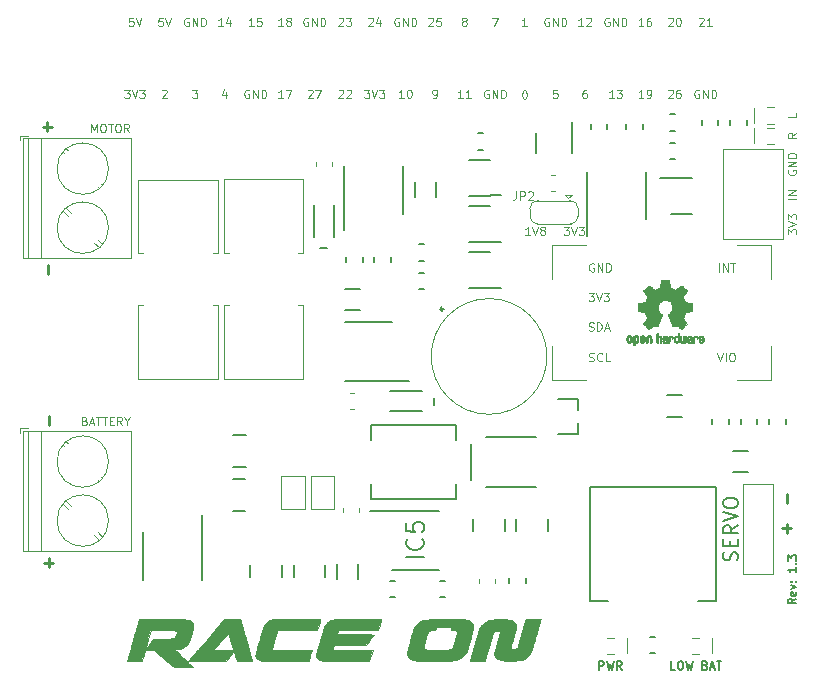
<source format=gto>
G04 #@! TF.GenerationSoftware,KiCad,Pcbnew,(5.1.2-1)-1*
G04 #@! TF.CreationDate,2019-12-23T14:01:27-08:00*
G04 #@! TF.ProjectId,RaceOn-PiHAT,52616365-4f6e-42d5-9069-4841542e6b69,1*
G04 #@! TF.SameCoordinates,Original*
G04 #@! TF.FileFunction,Legend,Top*
G04 #@! TF.FilePolarity,Positive*
%FSLAX46Y46*%
G04 Gerber Fmt 4.6, Leading zero omitted, Abs format (unit mm)*
G04 Created by KiCad (PCBNEW (5.1.2-1)-1) date 2019-12-23 14:01:27*
%MOMM*%
%LPD*%
G04 APERTURE LIST*
%ADD10C,0.120000*%
%ADD11C,0.250000*%
%ADD12C,0.175000*%
%ADD13C,0.150000*%
%ADD14C,0.010000*%
%ADD15C,0.100000*%
%ADD16C,0.149860*%
G04 APERTURE END LIST*
D10*
X121250000Y-96450000D02*
X121350000Y-96483333D01*
X121383333Y-96516666D01*
X121416666Y-96583333D01*
X121416666Y-96683333D01*
X121383333Y-96750000D01*
X121350000Y-96783333D01*
X121283333Y-96816666D01*
X121016666Y-96816666D01*
X121016666Y-96116666D01*
X121250000Y-96116666D01*
X121316666Y-96150000D01*
X121350000Y-96183333D01*
X121383333Y-96250000D01*
X121383333Y-96316666D01*
X121350000Y-96383333D01*
X121316666Y-96416666D01*
X121250000Y-96450000D01*
X121016666Y-96450000D01*
X121683333Y-96616666D02*
X122016666Y-96616666D01*
X121616666Y-96816666D02*
X121850000Y-96116666D01*
X122083333Y-96816666D01*
X122216666Y-96116666D02*
X122616666Y-96116666D01*
X122416666Y-96816666D02*
X122416666Y-96116666D01*
X122750000Y-96116666D02*
X123150000Y-96116666D01*
X122950000Y-96816666D02*
X122950000Y-96116666D01*
X123383333Y-96450000D02*
X123616666Y-96450000D01*
X123716666Y-96816666D02*
X123383333Y-96816666D01*
X123383333Y-96116666D01*
X123716666Y-96116666D01*
X124416666Y-96816666D02*
X124183333Y-96483333D01*
X124016666Y-96816666D02*
X124016666Y-96116666D01*
X124283333Y-96116666D01*
X124350000Y-96150000D01*
X124383333Y-96183333D01*
X124416666Y-96250000D01*
X124416666Y-96350000D01*
X124383333Y-96416666D01*
X124350000Y-96450000D01*
X124283333Y-96483333D01*
X124016666Y-96483333D01*
X124850000Y-96483333D02*
X124850000Y-96816666D01*
X124616666Y-96116666D02*
X124850000Y-96483333D01*
X125083333Y-96116666D01*
X121816666Y-72016666D02*
X121816666Y-71316666D01*
X122050000Y-71816666D01*
X122283333Y-71316666D01*
X122283333Y-72016666D01*
X122750000Y-71316666D02*
X122883333Y-71316666D01*
X122950000Y-71350000D01*
X123016666Y-71416666D01*
X123050000Y-71550000D01*
X123050000Y-71783333D01*
X123016666Y-71916666D01*
X122950000Y-71983333D01*
X122883333Y-72016666D01*
X122750000Y-72016666D01*
X122683333Y-71983333D01*
X122616666Y-71916666D01*
X122583333Y-71783333D01*
X122583333Y-71550000D01*
X122616666Y-71416666D01*
X122683333Y-71350000D01*
X122750000Y-71316666D01*
X123250000Y-71316666D02*
X123650000Y-71316666D01*
X123450000Y-72016666D02*
X123450000Y-71316666D01*
X124016666Y-71316666D02*
X124150000Y-71316666D01*
X124216666Y-71350000D01*
X124283333Y-71416666D01*
X124316666Y-71550000D01*
X124316666Y-71783333D01*
X124283333Y-71916666D01*
X124216666Y-71983333D01*
X124150000Y-72016666D01*
X124016666Y-72016666D01*
X123950000Y-71983333D01*
X123883333Y-71916666D01*
X123850000Y-71783333D01*
X123850000Y-71550000D01*
X123883333Y-71416666D01*
X123950000Y-71350000D01*
X124016666Y-71316666D01*
X125016666Y-72016666D02*
X124783333Y-71683333D01*
X124616666Y-72016666D02*
X124616666Y-71316666D01*
X124883333Y-71316666D01*
X124950000Y-71350000D01*
X124983333Y-71383333D01*
X125016666Y-71450000D01*
X125016666Y-71550000D01*
X124983333Y-71616666D01*
X124950000Y-71650000D01*
X124883333Y-71683333D01*
X124616666Y-71683333D01*
D11*
X118128571Y-83219047D02*
X118128571Y-83980952D01*
X118228571Y-96019047D02*
X118228571Y-96780952D01*
X117719047Y-71571428D02*
X118480952Y-71571428D01*
X118100000Y-71952380D02*
X118100000Y-71190476D01*
X117819047Y-108471428D02*
X118580952Y-108471428D01*
X118200000Y-108852380D02*
X118200000Y-108090476D01*
D10*
X174966666Y-83816666D02*
X174966666Y-83116666D01*
X175300000Y-83816666D02*
X175300000Y-83116666D01*
X175700000Y-83816666D01*
X175700000Y-83116666D01*
X175933333Y-83116666D02*
X176333333Y-83116666D01*
X176133333Y-83816666D02*
X176133333Y-83116666D01*
X181516666Y-70383333D02*
X181516666Y-70716666D01*
X180816666Y-70716666D01*
X181516666Y-72083333D02*
X181183333Y-72316666D01*
X181516666Y-72483333D02*
X180816666Y-72483333D01*
X180816666Y-72216666D01*
X180850000Y-72150000D01*
X180883333Y-72116666D01*
X180950000Y-72083333D01*
X181050000Y-72083333D01*
X181116666Y-72116666D01*
X181150000Y-72150000D01*
X181183333Y-72216666D01*
X181183333Y-72483333D01*
X181516666Y-77666666D02*
X180816666Y-77666666D01*
X181516666Y-77333333D02*
X180816666Y-77333333D01*
X181516666Y-76933333D01*
X180816666Y-76933333D01*
X180850000Y-75233333D02*
X180816666Y-75300000D01*
X180816666Y-75400000D01*
X180850000Y-75500000D01*
X180916666Y-75566666D01*
X180983333Y-75600000D01*
X181116666Y-75633333D01*
X181216666Y-75633333D01*
X181350000Y-75600000D01*
X181416666Y-75566666D01*
X181483333Y-75500000D01*
X181516666Y-75400000D01*
X181516666Y-75333333D01*
X181483333Y-75233333D01*
X181450000Y-75200000D01*
X181216666Y-75200000D01*
X181216666Y-75333333D01*
X181516666Y-74900000D02*
X180816666Y-74900000D01*
X181516666Y-74500000D01*
X180816666Y-74500000D01*
X181516666Y-74166666D02*
X180816666Y-74166666D01*
X180816666Y-74000000D01*
X180850000Y-73900000D01*
X180916666Y-73833333D01*
X180983333Y-73800000D01*
X181116666Y-73766666D01*
X181216666Y-73766666D01*
X181350000Y-73800000D01*
X181416666Y-73833333D01*
X181483333Y-73900000D01*
X181516666Y-74000000D01*
X181516666Y-74166666D01*
X180816666Y-80666666D02*
X180816666Y-80233333D01*
X181083333Y-80466666D01*
X181083333Y-80366666D01*
X181116666Y-80300000D01*
X181150000Y-80266666D01*
X181216666Y-80233333D01*
X181383333Y-80233333D01*
X181450000Y-80266666D01*
X181483333Y-80300000D01*
X181516666Y-80366666D01*
X181516666Y-80566666D01*
X181483333Y-80633333D01*
X181450000Y-80666666D01*
X180816666Y-80033333D02*
X181516666Y-79800000D01*
X180816666Y-79566666D01*
X180816666Y-79400000D02*
X180816666Y-78966666D01*
X181083333Y-79200000D01*
X181083333Y-79100000D01*
X181116666Y-79033333D01*
X181150000Y-79000000D01*
X181216666Y-78966666D01*
X181383333Y-78966666D01*
X181450000Y-79000000D01*
X181483333Y-79033333D01*
X181516666Y-79100000D01*
X181516666Y-79300000D01*
X181483333Y-79366666D01*
X181450000Y-79400000D01*
X174833333Y-90716666D02*
X175066666Y-91416666D01*
X175300000Y-90716666D01*
X175533333Y-91416666D02*
X175533333Y-90716666D01*
X176000000Y-90716666D02*
X176133333Y-90716666D01*
X176200000Y-90750000D01*
X176266666Y-90816666D01*
X176300000Y-90950000D01*
X176300000Y-91183333D01*
X176266666Y-91316666D01*
X176200000Y-91383333D01*
X176133333Y-91416666D01*
X176000000Y-91416666D01*
X175933333Y-91383333D01*
X175866666Y-91316666D01*
X175833333Y-91183333D01*
X175833333Y-90950000D01*
X175866666Y-90816666D01*
X175933333Y-90750000D01*
X176000000Y-90716666D01*
X163966666Y-91383333D02*
X164066666Y-91416666D01*
X164233333Y-91416666D01*
X164300000Y-91383333D01*
X164333333Y-91350000D01*
X164366666Y-91283333D01*
X164366666Y-91216666D01*
X164333333Y-91150000D01*
X164300000Y-91116666D01*
X164233333Y-91083333D01*
X164100000Y-91050000D01*
X164033333Y-91016666D01*
X164000000Y-90983333D01*
X163966666Y-90916666D01*
X163966666Y-90850000D01*
X164000000Y-90783333D01*
X164033333Y-90750000D01*
X164100000Y-90716666D01*
X164266666Y-90716666D01*
X164366666Y-90750000D01*
X165066666Y-91350000D02*
X165033333Y-91383333D01*
X164933333Y-91416666D01*
X164866666Y-91416666D01*
X164766666Y-91383333D01*
X164700000Y-91316666D01*
X164666666Y-91250000D01*
X164633333Y-91116666D01*
X164633333Y-91016666D01*
X164666666Y-90883333D01*
X164700000Y-90816666D01*
X164766666Y-90750000D01*
X164866666Y-90716666D01*
X164933333Y-90716666D01*
X165033333Y-90750000D01*
X165066666Y-90783333D01*
X165700000Y-91416666D02*
X165366666Y-91416666D01*
X165366666Y-90716666D01*
X163950000Y-88783333D02*
X164050000Y-88816666D01*
X164216666Y-88816666D01*
X164283333Y-88783333D01*
X164316666Y-88750000D01*
X164350000Y-88683333D01*
X164350000Y-88616666D01*
X164316666Y-88550000D01*
X164283333Y-88516666D01*
X164216666Y-88483333D01*
X164083333Y-88450000D01*
X164016666Y-88416666D01*
X163983333Y-88383333D01*
X163950000Y-88316666D01*
X163950000Y-88250000D01*
X163983333Y-88183333D01*
X164016666Y-88150000D01*
X164083333Y-88116666D01*
X164250000Y-88116666D01*
X164350000Y-88150000D01*
X164650000Y-88816666D02*
X164650000Y-88116666D01*
X164816666Y-88116666D01*
X164916666Y-88150000D01*
X164983333Y-88216666D01*
X165016666Y-88283333D01*
X165050000Y-88416666D01*
X165050000Y-88516666D01*
X165016666Y-88650000D01*
X164983333Y-88716666D01*
X164916666Y-88783333D01*
X164816666Y-88816666D01*
X164650000Y-88816666D01*
X165316666Y-88616666D02*
X165650000Y-88616666D01*
X165250000Y-88816666D02*
X165483333Y-88116666D01*
X165716666Y-88816666D01*
X163933333Y-85616666D02*
X164366666Y-85616666D01*
X164133333Y-85883333D01*
X164233333Y-85883333D01*
X164300000Y-85916666D01*
X164333333Y-85950000D01*
X164366666Y-86016666D01*
X164366666Y-86183333D01*
X164333333Y-86250000D01*
X164300000Y-86283333D01*
X164233333Y-86316666D01*
X164033333Y-86316666D01*
X163966666Y-86283333D01*
X163933333Y-86250000D01*
X164566666Y-85616666D02*
X164800000Y-86316666D01*
X165033333Y-85616666D01*
X165200000Y-85616666D02*
X165633333Y-85616666D01*
X165400000Y-85883333D01*
X165500000Y-85883333D01*
X165566666Y-85916666D01*
X165600000Y-85950000D01*
X165633333Y-86016666D01*
X165633333Y-86183333D01*
X165600000Y-86250000D01*
X165566666Y-86283333D01*
X165500000Y-86316666D01*
X165300000Y-86316666D01*
X165233333Y-86283333D01*
X165200000Y-86250000D01*
X164366666Y-83150000D02*
X164300000Y-83116666D01*
X164200000Y-83116666D01*
X164100000Y-83150000D01*
X164033333Y-83216666D01*
X164000000Y-83283333D01*
X163966666Y-83416666D01*
X163966666Y-83516666D01*
X164000000Y-83650000D01*
X164033333Y-83716666D01*
X164100000Y-83783333D01*
X164200000Y-83816666D01*
X164266666Y-83816666D01*
X164366666Y-83783333D01*
X164400000Y-83750000D01*
X164400000Y-83516666D01*
X164266666Y-83516666D01*
X164700000Y-83816666D02*
X164700000Y-83116666D01*
X165100000Y-83816666D01*
X165100000Y-83116666D01*
X165433333Y-83816666D02*
X165433333Y-83116666D01*
X165600000Y-83116666D01*
X165700000Y-83150000D01*
X165766666Y-83216666D01*
X165800000Y-83283333D01*
X165833333Y-83416666D01*
X165833333Y-83516666D01*
X165800000Y-83650000D01*
X165766666Y-83716666D01*
X165700000Y-83783333D01*
X165600000Y-83816666D01*
X165433333Y-83816666D01*
D12*
X181516666Y-111516666D02*
X181183333Y-111750000D01*
X181516666Y-111916666D02*
X180816666Y-111916666D01*
X180816666Y-111650000D01*
X180850000Y-111583333D01*
X180883333Y-111550000D01*
X180950000Y-111516666D01*
X181050000Y-111516666D01*
X181116666Y-111550000D01*
X181150000Y-111583333D01*
X181183333Y-111650000D01*
X181183333Y-111916666D01*
X181483333Y-110950000D02*
X181516666Y-111016666D01*
X181516666Y-111150000D01*
X181483333Y-111216666D01*
X181416666Y-111250000D01*
X181150000Y-111250000D01*
X181083333Y-111216666D01*
X181050000Y-111150000D01*
X181050000Y-111016666D01*
X181083333Y-110950000D01*
X181150000Y-110916666D01*
X181216666Y-110916666D01*
X181283333Y-111250000D01*
X181050000Y-110683333D02*
X181516666Y-110516666D01*
X181050000Y-110350000D01*
X181450000Y-110083333D02*
X181483333Y-110050000D01*
X181516666Y-110083333D01*
X181483333Y-110116666D01*
X181450000Y-110083333D01*
X181516666Y-110083333D01*
X181083333Y-110083333D02*
X181116666Y-110050000D01*
X181150000Y-110083333D01*
X181116666Y-110116666D01*
X181083333Y-110083333D01*
X181150000Y-110083333D01*
X181516666Y-108850000D02*
X181516666Y-109250000D01*
X181516666Y-109050000D02*
X180816666Y-109050000D01*
X180916666Y-109116666D01*
X180983333Y-109183333D01*
X181016666Y-109250000D01*
X181450000Y-108550000D02*
X181483333Y-108516666D01*
X181516666Y-108550000D01*
X181483333Y-108583333D01*
X181450000Y-108550000D01*
X181516666Y-108550000D01*
X180816666Y-108283333D02*
X180816666Y-107850000D01*
X181083333Y-108083333D01*
X181083333Y-107983333D01*
X181116666Y-107916666D01*
X181150000Y-107883333D01*
X181216666Y-107850000D01*
X181383333Y-107850000D01*
X181450000Y-107883333D01*
X181483333Y-107916666D01*
X181516666Y-107983333D01*
X181516666Y-108183333D01*
X181483333Y-108250000D01*
X181450000Y-108283333D01*
D10*
X132966666Y-63016666D02*
X132566666Y-63016666D01*
X132766666Y-63016666D02*
X132766666Y-62316666D01*
X132700000Y-62416666D01*
X132633333Y-62483333D01*
X132566666Y-62516666D01*
X133566666Y-62550000D02*
X133566666Y-63016666D01*
X133400000Y-62283333D02*
X133233333Y-62783333D01*
X133666666Y-62783333D01*
X135566666Y-63016666D02*
X135166666Y-63016666D01*
X135366666Y-63016666D02*
X135366666Y-62316666D01*
X135300000Y-62416666D01*
X135233333Y-62483333D01*
X135166666Y-62516666D01*
X136200000Y-62316666D02*
X135866666Y-62316666D01*
X135833333Y-62650000D01*
X135866666Y-62616666D01*
X135933333Y-62583333D01*
X136100000Y-62583333D01*
X136166666Y-62616666D01*
X136200000Y-62650000D01*
X136233333Y-62716666D01*
X136233333Y-62883333D01*
X136200000Y-62950000D01*
X136166666Y-62983333D01*
X136100000Y-63016666D01*
X135933333Y-63016666D01*
X135866666Y-62983333D01*
X135833333Y-62950000D01*
X138066666Y-63016666D02*
X137666666Y-63016666D01*
X137866666Y-63016666D02*
X137866666Y-62316666D01*
X137800000Y-62416666D01*
X137733333Y-62483333D01*
X137666666Y-62516666D01*
X138466666Y-62616666D02*
X138400000Y-62583333D01*
X138366666Y-62550000D01*
X138333333Y-62483333D01*
X138333333Y-62450000D01*
X138366666Y-62383333D01*
X138400000Y-62350000D01*
X138466666Y-62316666D01*
X138600000Y-62316666D01*
X138666666Y-62350000D01*
X138700000Y-62383333D01*
X138733333Y-62450000D01*
X138733333Y-62483333D01*
X138700000Y-62550000D01*
X138666666Y-62583333D01*
X138600000Y-62616666D01*
X138466666Y-62616666D01*
X138400000Y-62650000D01*
X138366666Y-62683333D01*
X138333333Y-62750000D01*
X138333333Y-62883333D01*
X138366666Y-62950000D01*
X138400000Y-62983333D01*
X138466666Y-63016666D01*
X138600000Y-63016666D01*
X138666666Y-62983333D01*
X138700000Y-62950000D01*
X138733333Y-62883333D01*
X138733333Y-62750000D01*
X138700000Y-62683333D01*
X138666666Y-62650000D01*
X138600000Y-62616666D01*
X142766666Y-62383333D02*
X142800000Y-62350000D01*
X142866666Y-62316666D01*
X143033333Y-62316666D01*
X143100000Y-62350000D01*
X143133333Y-62383333D01*
X143166666Y-62450000D01*
X143166666Y-62516666D01*
X143133333Y-62616666D01*
X142733333Y-63016666D01*
X143166666Y-63016666D01*
X143400000Y-62316666D02*
X143833333Y-62316666D01*
X143600000Y-62583333D01*
X143700000Y-62583333D01*
X143766666Y-62616666D01*
X143800000Y-62650000D01*
X143833333Y-62716666D01*
X143833333Y-62883333D01*
X143800000Y-62950000D01*
X143766666Y-62983333D01*
X143700000Y-63016666D01*
X143500000Y-63016666D01*
X143433333Y-62983333D01*
X143400000Y-62950000D01*
X145266666Y-62383333D02*
X145300000Y-62350000D01*
X145366666Y-62316666D01*
X145533333Y-62316666D01*
X145600000Y-62350000D01*
X145633333Y-62383333D01*
X145666666Y-62450000D01*
X145666666Y-62516666D01*
X145633333Y-62616666D01*
X145233333Y-63016666D01*
X145666666Y-63016666D01*
X146266666Y-62550000D02*
X146266666Y-63016666D01*
X146100000Y-62283333D02*
X145933333Y-62783333D01*
X146366666Y-62783333D01*
X158700000Y-63016666D02*
X158300000Y-63016666D01*
X158500000Y-63016666D02*
X158500000Y-62316666D01*
X158433333Y-62416666D01*
X158366666Y-62483333D01*
X158300000Y-62516666D01*
X155766666Y-62316666D02*
X156233333Y-62316666D01*
X155933333Y-63016666D01*
X153333333Y-62616666D02*
X153266666Y-62583333D01*
X153233333Y-62550000D01*
X153200000Y-62483333D01*
X153200000Y-62450000D01*
X153233333Y-62383333D01*
X153266666Y-62350000D01*
X153333333Y-62316666D01*
X153466666Y-62316666D01*
X153533333Y-62350000D01*
X153566666Y-62383333D01*
X153600000Y-62450000D01*
X153600000Y-62483333D01*
X153566666Y-62550000D01*
X153533333Y-62583333D01*
X153466666Y-62616666D01*
X153333333Y-62616666D01*
X153266666Y-62650000D01*
X153233333Y-62683333D01*
X153200000Y-62750000D01*
X153200000Y-62883333D01*
X153233333Y-62950000D01*
X153266666Y-62983333D01*
X153333333Y-63016666D01*
X153466666Y-63016666D01*
X153533333Y-62983333D01*
X153566666Y-62950000D01*
X153600000Y-62883333D01*
X153600000Y-62750000D01*
X153566666Y-62683333D01*
X153533333Y-62650000D01*
X153466666Y-62616666D01*
X150366666Y-62383333D02*
X150400000Y-62350000D01*
X150466666Y-62316666D01*
X150633333Y-62316666D01*
X150700000Y-62350000D01*
X150733333Y-62383333D01*
X150766666Y-62450000D01*
X150766666Y-62516666D01*
X150733333Y-62616666D01*
X150333333Y-63016666D01*
X150766666Y-63016666D01*
X151400000Y-62316666D02*
X151066666Y-62316666D01*
X151033333Y-62650000D01*
X151066666Y-62616666D01*
X151133333Y-62583333D01*
X151300000Y-62583333D01*
X151366666Y-62616666D01*
X151400000Y-62650000D01*
X151433333Y-62716666D01*
X151433333Y-62883333D01*
X151400000Y-62950000D01*
X151366666Y-62983333D01*
X151300000Y-63016666D01*
X151133333Y-63016666D01*
X151066666Y-62983333D01*
X151033333Y-62950000D01*
X163466666Y-63016666D02*
X163066666Y-63016666D01*
X163266666Y-63016666D02*
X163266666Y-62316666D01*
X163200000Y-62416666D01*
X163133333Y-62483333D01*
X163066666Y-62516666D01*
X163733333Y-62383333D02*
X163766666Y-62350000D01*
X163833333Y-62316666D01*
X164000000Y-62316666D01*
X164066666Y-62350000D01*
X164100000Y-62383333D01*
X164133333Y-62450000D01*
X164133333Y-62516666D01*
X164100000Y-62616666D01*
X163700000Y-63016666D01*
X164133333Y-63016666D01*
X168566666Y-63016666D02*
X168166666Y-63016666D01*
X168366666Y-63016666D02*
X168366666Y-62316666D01*
X168300000Y-62416666D01*
X168233333Y-62483333D01*
X168166666Y-62516666D01*
X169166666Y-62316666D02*
X169033333Y-62316666D01*
X168966666Y-62350000D01*
X168933333Y-62383333D01*
X168866666Y-62483333D01*
X168833333Y-62616666D01*
X168833333Y-62883333D01*
X168866666Y-62950000D01*
X168900000Y-62983333D01*
X168966666Y-63016666D01*
X169100000Y-63016666D01*
X169166666Y-62983333D01*
X169200000Y-62950000D01*
X169233333Y-62883333D01*
X169233333Y-62716666D01*
X169200000Y-62650000D01*
X169166666Y-62616666D01*
X169100000Y-62583333D01*
X168966666Y-62583333D01*
X168900000Y-62616666D01*
X168866666Y-62650000D01*
X168833333Y-62716666D01*
X170666666Y-62383333D02*
X170700000Y-62350000D01*
X170766666Y-62316666D01*
X170933333Y-62316666D01*
X171000000Y-62350000D01*
X171033333Y-62383333D01*
X171066666Y-62450000D01*
X171066666Y-62516666D01*
X171033333Y-62616666D01*
X170633333Y-63016666D01*
X171066666Y-63016666D01*
X171500000Y-62316666D02*
X171566666Y-62316666D01*
X171633333Y-62350000D01*
X171666666Y-62383333D01*
X171700000Y-62450000D01*
X171733333Y-62583333D01*
X171733333Y-62750000D01*
X171700000Y-62883333D01*
X171666666Y-62950000D01*
X171633333Y-62983333D01*
X171566666Y-63016666D01*
X171500000Y-63016666D01*
X171433333Y-62983333D01*
X171400000Y-62950000D01*
X171366666Y-62883333D01*
X171333333Y-62750000D01*
X171333333Y-62583333D01*
X171366666Y-62450000D01*
X171400000Y-62383333D01*
X171433333Y-62350000D01*
X171500000Y-62316666D01*
X173266666Y-62383333D02*
X173300000Y-62350000D01*
X173366666Y-62316666D01*
X173533333Y-62316666D01*
X173600000Y-62350000D01*
X173633333Y-62383333D01*
X173666666Y-62450000D01*
X173666666Y-62516666D01*
X173633333Y-62616666D01*
X173233333Y-63016666D01*
X173666666Y-63016666D01*
X174333333Y-63016666D02*
X173933333Y-63016666D01*
X174133333Y-63016666D02*
X174133333Y-62316666D01*
X174066666Y-62416666D01*
X174000000Y-62483333D01*
X173933333Y-62516666D01*
X166066666Y-69116666D02*
X165666666Y-69116666D01*
X165866666Y-69116666D02*
X165866666Y-68416666D01*
X165800000Y-68516666D01*
X165733333Y-68583333D01*
X165666666Y-68616666D01*
X166300000Y-68416666D02*
X166733333Y-68416666D01*
X166500000Y-68683333D01*
X166600000Y-68683333D01*
X166666666Y-68716666D01*
X166700000Y-68750000D01*
X166733333Y-68816666D01*
X166733333Y-68983333D01*
X166700000Y-69050000D01*
X166666666Y-69083333D01*
X166600000Y-69116666D01*
X166400000Y-69116666D01*
X166333333Y-69083333D01*
X166300000Y-69050000D01*
X163733333Y-68416666D02*
X163600000Y-68416666D01*
X163533333Y-68450000D01*
X163500000Y-68483333D01*
X163433333Y-68583333D01*
X163400000Y-68716666D01*
X163400000Y-68983333D01*
X163433333Y-69050000D01*
X163466666Y-69083333D01*
X163533333Y-69116666D01*
X163666666Y-69116666D01*
X163733333Y-69083333D01*
X163766666Y-69050000D01*
X163800000Y-68983333D01*
X163800000Y-68816666D01*
X163766666Y-68750000D01*
X163733333Y-68716666D01*
X163666666Y-68683333D01*
X163533333Y-68683333D01*
X163466666Y-68716666D01*
X163433333Y-68750000D01*
X163400000Y-68816666D01*
X170666666Y-68483333D02*
X170700000Y-68450000D01*
X170766666Y-68416666D01*
X170933333Y-68416666D01*
X171000000Y-68450000D01*
X171033333Y-68483333D01*
X171066666Y-68550000D01*
X171066666Y-68616666D01*
X171033333Y-68716666D01*
X170633333Y-69116666D01*
X171066666Y-69116666D01*
X171666666Y-68416666D02*
X171533333Y-68416666D01*
X171466666Y-68450000D01*
X171433333Y-68483333D01*
X171366666Y-68583333D01*
X171333333Y-68716666D01*
X171333333Y-68983333D01*
X171366666Y-69050000D01*
X171400000Y-69083333D01*
X171466666Y-69116666D01*
X171600000Y-69116666D01*
X171666666Y-69083333D01*
X171700000Y-69050000D01*
X171733333Y-68983333D01*
X171733333Y-68816666D01*
X171700000Y-68750000D01*
X171666666Y-68716666D01*
X171600000Y-68683333D01*
X171466666Y-68683333D01*
X171400000Y-68716666D01*
X171366666Y-68750000D01*
X171333333Y-68816666D01*
X168566666Y-69116666D02*
X168166666Y-69116666D01*
X168366666Y-69116666D02*
X168366666Y-68416666D01*
X168300000Y-68516666D01*
X168233333Y-68583333D01*
X168166666Y-68616666D01*
X168900000Y-69116666D02*
X169033333Y-69116666D01*
X169100000Y-69083333D01*
X169133333Y-69050000D01*
X169200000Y-68950000D01*
X169233333Y-68816666D01*
X169233333Y-68550000D01*
X169200000Y-68483333D01*
X169166666Y-68450000D01*
X169100000Y-68416666D01*
X168966666Y-68416666D01*
X168900000Y-68450000D01*
X168866666Y-68483333D01*
X168833333Y-68550000D01*
X168833333Y-68716666D01*
X168866666Y-68783333D01*
X168900000Y-68816666D01*
X168966666Y-68850000D01*
X169100000Y-68850000D01*
X169166666Y-68816666D01*
X169200000Y-68783333D01*
X169233333Y-68716666D01*
X161266666Y-68416666D02*
X160933333Y-68416666D01*
X160900000Y-68750000D01*
X160933333Y-68716666D01*
X161000000Y-68683333D01*
X161166666Y-68683333D01*
X161233333Y-68716666D01*
X161266666Y-68750000D01*
X161300000Y-68816666D01*
X161300000Y-68983333D01*
X161266666Y-69050000D01*
X161233333Y-69083333D01*
X161166666Y-69116666D01*
X161000000Y-69116666D01*
X160933333Y-69083333D01*
X160900000Y-69050000D01*
X158533333Y-69183333D02*
X158466666Y-69183333D01*
X158400000Y-69150000D01*
X158366666Y-69116666D01*
X158333333Y-69050000D01*
X158300000Y-68916666D01*
X158300000Y-68750000D01*
X158333333Y-68616666D01*
X158366666Y-68550000D01*
X158400000Y-68516666D01*
X158466666Y-68483333D01*
X158533333Y-68483333D01*
X158600000Y-68516666D01*
X158633333Y-68550000D01*
X158666666Y-68616666D01*
X158700000Y-68750000D01*
X158700000Y-68916666D01*
X158666666Y-69050000D01*
X158633333Y-69116666D01*
X158600000Y-69150000D01*
X158533333Y-69183333D01*
X153266666Y-69116666D02*
X152866666Y-69116666D01*
X153066666Y-69116666D02*
X153066666Y-68416666D01*
X153000000Y-68516666D01*
X152933333Y-68583333D01*
X152866666Y-68616666D01*
X153933333Y-69116666D02*
X153533333Y-69116666D01*
X153733333Y-69116666D02*
X153733333Y-68416666D01*
X153666666Y-68516666D01*
X153600000Y-68583333D01*
X153533333Y-68616666D01*
X150766666Y-69116666D02*
X150900000Y-69116666D01*
X150966666Y-69083333D01*
X151000000Y-69050000D01*
X151066666Y-68950000D01*
X151100000Y-68816666D01*
X151100000Y-68550000D01*
X151066666Y-68483333D01*
X151033333Y-68450000D01*
X150966666Y-68416666D01*
X150833333Y-68416666D01*
X150766666Y-68450000D01*
X150733333Y-68483333D01*
X150700000Y-68550000D01*
X150700000Y-68716666D01*
X150733333Y-68783333D01*
X150766666Y-68816666D01*
X150833333Y-68850000D01*
X150966666Y-68850000D01*
X151033333Y-68816666D01*
X151066666Y-68783333D01*
X151100000Y-68716666D01*
X148266666Y-69116666D02*
X147866666Y-69116666D01*
X148066666Y-69116666D02*
X148066666Y-68416666D01*
X148000000Y-68516666D01*
X147933333Y-68583333D01*
X147866666Y-68616666D01*
X148700000Y-68416666D02*
X148766666Y-68416666D01*
X148833333Y-68450000D01*
X148866666Y-68483333D01*
X148900000Y-68550000D01*
X148933333Y-68683333D01*
X148933333Y-68850000D01*
X148900000Y-68983333D01*
X148866666Y-69050000D01*
X148833333Y-69083333D01*
X148766666Y-69116666D01*
X148700000Y-69116666D01*
X148633333Y-69083333D01*
X148600000Y-69050000D01*
X148566666Y-68983333D01*
X148533333Y-68850000D01*
X148533333Y-68683333D01*
X148566666Y-68550000D01*
X148600000Y-68483333D01*
X148633333Y-68450000D01*
X148700000Y-68416666D01*
X138066666Y-69116666D02*
X137666666Y-69116666D01*
X137866666Y-69116666D02*
X137866666Y-68416666D01*
X137800000Y-68516666D01*
X137733333Y-68583333D01*
X137666666Y-68616666D01*
X138300000Y-68416666D02*
X138766666Y-68416666D01*
X138466666Y-69116666D01*
X140166666Y-68483333D02*
X140200000Y-68450000D01*
X140266666Y-68416666D01*
X140433333Y-68416666D01*
X140500000Y-68450000D01*
X140533333Y-68483333D01*
X140566666Y-68550000D01*
X140566666Y-68616666D01*
X140533333Y-68716666D01*
X140133333Y-69116666D01*
X140566666Y-69116666D01*
X140800000Y-68416666D02*
X141266666Y-68416666D01*
X140966666Y-69116666D01*
X142766666Y-68483333D02*
X142800000Y-68450000D01*
X142866666Y-68416666D01*
X143033333Y-68416666D01*
X143100000Y-68450000D01*
X143133333Y-68483333D01*
X143166666Y-68550000D01*
X143166666Y-68616666D01*
X143133333Y-68716666D01*
X142733333Y-69116666D01*
X143166666Y-69116666D01*
X143433333Y-68483333D02*
X143466666Y-68450000D01*
X143533333Y-68416666D01*
X143700000Y-68416666D01*
X143766666Y-68450000D01*
X143800000Y-68483333D01*
X143833333Y-68550000D01*
X143833333Y-68616666D01*
X143800000Y-68716666D01*
X143400000Y-69116666D01*
X143833333Y-69116666D01*
X133233333Y-68650000D02*
X133233333Y-69116666D01*
X133066666Y-68383333D02*
X132900000Y-68883333D01*
X133333333Y-68883333D01*
X130366666Y-68416666D02*
X130800000Y-68416666D01*
X130566666Y-68683333D01*
X130666666Y-68683333D01*
X130733333Y-68716666D01*
X130766666Y-68750000D01*
X130800000Y-68816666D01*
X130800000Y-68983333D01*
X130766666Y-69050000D01*
X130733333Y-69083333D01*
X130666666Y-69116666D01*
X130466666Y-69116666D01*
X130400000Y-69083333D01*
X130366666Y-69050000D01*
X127800000Y-68483333D02*
X127833333Y-68450000D01*
X127900000Y-68416666D01*
X128066666Y-68416666D01*
X128133333Y-68450000D01*
X128166666Y-68483333D01*
X128200000Y-68550000D01*
X128200000Y-68616666D01*
X128166666Y-68716666D01*
X127766666Y-69116666D01*
X128200000Y-69116666D01*
X127866666Y-62316666D02*
X127533333Y-62316666D01*
X127500000Y-62650000D01*
X127533333Y-62616666D01*
X127600000Y-62583333D01*
X127766666Y-62583333D01*
X127833333Y-62616666D01*
X127866666Y-62650000D01*
X127900000Y-62716666D01*
X127900000Y-62883333D01*
X127866666Y-62950000D01*
X127833333Y-62983333D01*
X127766666Y-63016666D01*
X127600000Y-63016666D01*
X127533333Y-62983333D01*
X127500000Y-62950000D01*
X128100000Y-62316666D02*
X128333333Y-63016666D01*
X128566666Y-62316666D01*
X125366666Y-62316666D02*
X125033333Y-62316666D01*
X125000000Y-62650000D01*
X125033333Y-62616666D01*
X125100000Y-62583333D01*
X125266666Y-62583333D01*
X125333333Y-62616666D01*
X125366666Y-62650000D01*
X125400000Y-62716666D01*
X125400000Y-62883333D01*
X125366666Y-62950000D01*
X125333333Y-62983333D01*
X125266666Y-63016666D01*
X125100000Y-63016666D01*
X125033333Y-62983333D01*
X125000000Y-62950000D01*
X125600000Y-62316666D02*
X125833333Y-63016666D01*
X126066666Y-62316666D01*
X144933333Y-68416666D02*
X145366666Y-68416666D01*
X145133333Y-68683333D01*
X145233333Y-68683333D01*
X145300000Y-68716666D01*
X145333333Y-68750000D01*
X145366666Y-68816666D01*
X145366666Y-68983333D01*
X145333333Y-69050000D01*
X145300000Y-69083333D01*
X145233333Y-69116666D01*
X145033333Y-69116666D01*
X144966666Y-69083333D01*
X144933333Y-69050000D01*
X145566666Y-68416666D02*
X145800000Y-69116666D01*
X146033333Y-68416666D01*
X146200000Y-68416666D02*
X146633333Y-68416666D01*
X146400000Y-68683333D01*
X146500000Y-68683333D01*
X146566666Y-68716666D01*
X146600000Y-68750000D01*
X146633333Y-68816666D01*
X146633333Y-68983333D01*
X146600000Y-69050000D01*
X146566666Y-69083333D01*
X146500000Y-69116666D01*
X146300000Y-69116666D01*
X146233333Y-69083333D01*
X146200000Y-69050000D01*
X124633333Y-68416666D02*
X125066666Y-68416666D01*
X124833333Y-68683333D01*
X124933333Y-68683333D01*
X125000000Y-68716666D01*
X125033333Y-68750000D01*
X125066666Y-68816666D01*
X125066666Y-68983333D01*
X125033333Y-69050000D01*
X125000000Y-69083333D01*
X124933333Y-69116666D01*
X124733333Y-69116666D01*
X124666666Y-69083333D01*
X124633333Y-69050000D01*
X125266666Y-68416666D02*
X125500000Y-69116666D01*
X125733333Y-68416666D01*
X125900000Y-68416666D02*
X126333333Y-68416666D01*
X126100000Y-68683333D01*
X126200000Y-68683333D01*
X126266666Y-68716666D01*
X126300000Y-68750000D01*
X126333333Y-68816666D01*
X126333333Y-68983333D01*
X126300000Y-69050000D01*
X126266666Y-69083333D01*
X126200000Y-69116666D01*
X126000000Y-69116666D01*
X125933333Y-69083333D01*
X125900000Y-69050000D01*
X160566666Y-62350000D02*
X160500000Y-62316666D01*
X160400000Y-62316666D01*
X160300000Y-62350000D01*
X160233333Y-62416666D01*
X160200000Y-62483333D01*
X160166666Y-62616666D01*
X160166666Y-62716666D01*
X160200000Y-62850000D01*
X160233333Y-62916666D01*
X160300000Y-62983333D01*
X160400000Y-63016666D01*
X160466666Y-63016666D01*
X160566666Y-62983333D01*
X160600000Y-62950000D01*
X160600000Y-62716666D01*
X160466666Y-62716666D01*
X160900000Y-63016666D02*
X160900000Y-62316666D01*
X161300000Y-63016666D01*
X161300000Y-62316666D01*
X161633333Y-63016666D02*
X161633333Y-62316666D01*
X161800000Y-62316666D01*
X161900000Y-62350000D01*
X161966666Y-62416666D01*
X162000000Y-62483333D01*
X162033333Y-62616666D01*
X162033333Y-62716666D01*
X162000000Y-62850000D01*
X161966666Y-62916666D01*
X161900000Y-62983333D01*
X161800000Y-63016666D01*
X161633333Y-63016666D01*
X165666666Y-62350000D02*
X165600000Y-62316666D01*
X165500000Y-62316666D01*
X165400000Y-62350000D01*
X165333333Y-62416666D01*
X165300000Y-62483333D01*
X165266666Y-62616666D01*
X165266666Y-62716666D01*
X165300000Y-62850000D01*
X165333333Y-62916666D01*
X165400000Y-62983333D01*
X165500000Y-63016666D01*
X165566666Y-63016666D01*
X165666666Y-62983333D01*
X165700000Y-62950000D01*
X165700000Y-62716666D01*
X165566666Y-62716666D01*
X166000000Y-63016666D02*
X166000000Y-62316666D01*
X166400000Y-63016666D01*
X166400000Y-62316666D01*
X166733333Y-63016666D02*
X166733333Y-62316666D01*
X166900000Y-62316666D01*
X167000000Y-62350000D01*
X167066666Y-62416666D01*
X167100000Y-62483333D01*
X167133333Y-62616666D01*
X167133333Y-62716666D01*
X167100000Y-62850000D01*
X167066666Y-62916666D01*
X167000000Y-62983333D01*
X166900000Y-63016666D01*
X166733333Y-63016666D01*
X173266666Y-68450000D02*
X173200000Y-68416666D01*
X173100000Y-68416666D01*
X173000000Y-68450000D01*
X172933333Y-68516666D01*
X172900000Y-68583333D01*
X172866666Y-68716666D01*
X172866666Y-68816666D01*
X172900000Y-68950000D01*
X172933333Y-69016666D01*
X173000000Y-69083333D01*
X173100000Y-69116666D01*
X173166666Y-69116666D01*
X173266666Y-69083333D01*
X173300000Y-69050000D01*
X173300000Y-68816666D01*
X173166666Y-68816666D01*
X173600000Y-69116666D02*
X173600000Y-68416666D01*
X174000000Y-69116666D01*
X174000000Y-68416666D01*
X174333333Y-69116666D02*
X174333333Y-68416666D01*
X174500000Y-68416666D01*
X174600000Y-68450000D01*
X174666666Y-68516666D01*
X174700000Y-68583333D01*
X174733333Y-68716666D01*
X174733333Y-68816666D01*
X174700000Y-68950000D01*
X174666666Y-69016666D01*
X174600000Y-69083333D01*
X174500000Y-69116666D01*
X174333333Y-69116666D01*
X155466666Y-68450000D02*
X155400000Y-68416666D01*
X155300000Y-68416666D01*
X155200000Y-68450000D01*
X155133333Y-68516666D01*
X155100000Y-68583333D01*
X155066666Y-68716666D01*
X155066666Y-68816666D01*
X155100000Y-68950000D01*
X155133333Y-69016666D01*
X155200000Y-69083333D01*
X155300000Y-69116666D01*
X155366666Y-69116666D01*
X155466666Y-69083333D01*
X155500000Y-69050000D01*
X155500000Y-68816666D01*
X155366666Y-68816666D01*
X155800000Y-69116666D02*
X155800000Y-68416666D01*
X156200000Y-69116666D01*
X156200000Y-68416666D01*
X156533333Y-69116666D02*
X156533333Y-68416666D01*
X156700000Y-68416666D01*
X156800000Y-68450000D01*
X156866666Y-68516666D01*
X156900000Y-68583333D01*
X156933333Y-68716666D01*
X156933333Y-68816666D01*
X156900000Y-68950000D01*
X156866666Y-69016666D01*
X156800000Y-69083333D01*
X156700000Y-69116666D01*
X156533333Y-69116666D01*
X147866666Y-62350000D02*
X147800000Y-62316666D01*
X147700000Y-62316666D01*
X147600000Y-62350000D01*
X147533333Y-62416666D01*
X147500000Y-62483333D01*
X147466666Y-62616666D01*
X147466666Y-62716666D01*
X147500000Y-62850000D01*
X147533333Y-62916666D01*
X147600000Y-62983333D01*
X147700000Y-63016666D01*
X147766666Y-63016666D01*
X147866666Y-62983333D01*
X147900000Y-62950000D01*
X147900000Y-62716666D01*
X147766666Y-62716666D01*
X148200000Y-63016666D02*
X148200000Y-62316666D01*
X148600000Y-63016666D01*
X148600000Y-62316666D01*
X148933333Y-63016666D02*
X148933333Y-62316666D01*
X149100000Y-62316666D01*
X149200000Y-62350000D01*
X149266666Y-62416666D01*
X149300000Y-62483333D01*
X149333333Y-62616666D01*
X149333333Y-62716666D01*
X149300000Y-62850000D01*
X149266666Y-62916666D01*
X149200000Y-62983333D01*
X149100000Y-63016666D01*
X148933333Y-63016666D01*
X140166666Y-62350000D02*
X140100000Y-62316666D01*
X140000000Y-62316666D01*
X139900000Y-62350000D01*
X139833333Y-62416666D01*
X139800000Y-62483333D01*
X139766666Y-62616666D01*
X139766666Y-62716666D01*
X139800000Y-62850000D01*
X139833333Y-62916666D01*
X139900000Y-62983333D01*
X140000000Y-63016666D01*
X140066666Y-63016666D01*
X140166666Y-62983333D01*
X140200000Y-62950000D01*
X140200000Y-62716666D01*
X140066666Y-62716666D01*
X140500000Y-63016666D02*
X140500000Y-62316666D01*
X140900000Y-63016666D01*
X140900000Y-62316666D01*
X141233333Y-63016666D02*
X141233333Y-62316666D01*
X141400000Y-62316666D01*
X141500000Y-62350000D01*
X141566666Y-62416666D01*
X141600000Y-62483333D01*
X141633333Y-62616666D01*
X141633333Y-62716666D01*
X141600000Y-62850000D01*
X141566666Y-62916666D01*
X141500000Y-62983333D01*
X141400000Y-63016666D01*
X141233333Y-63016666D01*
X135166666Y-68450000D02*
X135100000Y-68416666D01*
X135000000Y-68416666D01*
X134900000Y-68450000D01*
X134833333Y-68516666D01*
X134800000Y-68583333D01*
X134766666Y-68716666D01*
X134766666Y-68816666D01*
X134800000Y-68950000D01*
X134833333Y-69016666D01*
X134900000Y-69083333D01*
X135000000Y-69116666D01*
X135066666Y-69116666D01*
X135166666Y-69083333D01*
X135200000Y-69050000D01*
X135200000Y-68816666D01*
X135066666Y-68816666D01*
X135500000Y-69116666D02*
X135500000Y-68416666D01*
X135900000Y-69116666D01*
X135900000Y-68416666D01*
X136233333Y-69116666D02*
X136233333Y-68416666D01*
X136400000Y-68416666D01*
X136500000Y-68450000D01*
X136566666Y-68516666D01*
X136600000Y-68583333D01*
X136633333Y-68716666D01*
X136633333Y-68816666D01*
X136600000Y-68950000D01*
X136566666Y-69016666D01*
X136500000Y-69083333D01*
X136400000Y-69116666D01*
X136233333Y-69116666D01*
X130066666Y-62350000D02*
X130000000Y-62316666D01*
X129900000Y-62316666D01*
X129800000Y-62350000D01*
X129733333Y-62416666D01*
X129700000Y-62483333D01*
X129666666Y-62616666D01*
X129666666Y-62716666D01*
X129700000Y-62850000D01*
X129733333Y-62916666D01*
X129800000Y-62983333D01*
X129900000Y-63016666D01*
X129966666Y-63016666D01*
X130066666Y-62983333D01*
X130100000Y-62950000D01*
X130100000Y-62716666D01*
X129966666Y-62716666D01*
X130400000Y-63016666D02*
X130400000Y-62316666D01*
X130800000Y-63016666D01*
X130800000Y-62316666D01*
X131133333Y-63016666D02*
X131133333Y-62316666D01*
X131300000Y-62316666D01*
X131400000Y-62350000D01*
X131466666Y-62416666D01*
X131500000Y-62483333D01*
X131533333Y-62616666D01*
X131533333Y-62716666D01*
X131500000Y-62850000D01*
X131466666Y-62916666D01*
X131400000Y-62983333D01*
X131300000Y-63016666D01*
X131133333Y-63016666D01*
X161833333Y-80016666D02*
X162266666Y-80016666D01*
X162033333Y-80283333D01*
X162133333Y-80283333D01*
X162200000Y-80316666D01*
X162233333Y-80350000D01*
X162266666Y-80416666D01*
X162266666Y-80583333D01*
X162233333Y-80650000D01*
X162200000Y-80683333D01*
X162133333Y-80716666D01*
X161933333Y-80716666D01*
X161866666Y-80683333D01*
X161833333Y-80650000D01*
X162466666Y-80016666D02*
X162700000Y-80716666D01*
X162933333Y-80016666D01*
X163100000Y-80016666D02*
X163533333Y-80016666D01*
X163300000Y-80283333D01*
X163400000Y-80283333D01*
X163466666Y-80316666D01*
X163500000Y-80350000D01*
X163533333Y-80416666D01*
X163533333Y-80583333D01*
X163500000Y-80650000D01*
X163466666Y-80683333D01*
X163400000Y-80716666D01*
X163200000Y-80716666D01*
X163133333Y-80683333D01*
X163100000Y-80650000D01*
X158966666Y-80716666D02*
X158566666Y-80716666D01*
X158766666Y-80716666D02*
X158766666Y-80016666D01*
X158700000Y-80116666D01*
X158633333Y-80183333D01*
X158566666Y-80216666D01*
X159166666Y-80016666D02*
X159400000Y-80716666D01*
X159633333Y-80016666D01*
X159966666Y-80316666D02*
X159900000Y-80283333D01*
X159866666Y-80250000D01*
X159833333Y-80183333D01*
X159833333Y-80150000D01*
X159866666Y-80083333D01*
X159900000Y-80050000D01*
X159966666Y-80016666D01*
X160100000Y-80016666D01*
X160166666Y-80050000D01*
X160200000Y-80083333D01*
X160233333Y-80150000D01*
X160233333Y-80183333D01*
X160200000Y-80250000D01*
X160166666Y-80283333D01*
X160100000Y-80316666D01*
X159966666Y-80316666D01*
X159900000Y-80350000D01*
X159866666Y-80383333D01*
X159833333Y-80450000D01*
X159833333Y-80583333D01*
X159866666Y-80650000D01*
X159900000Y-80683333D01*
X159966666Y-80716666D01*
X160100000Y-80716666D01*
X160166666Y-80683333D01*
X160200000Y-80650000D01*
X160233333Y-80583333D01*
X160233333Y-80450000D01*
X160200000Y-80383333D01*
X160166666Y-80350000D01*
X160100000Y-80316666D01*
D11*
X180741628Y-103431752D02*
X180741628Y-102669847D01*
X180340047Y-105560628D02*
X181101952Y-105560628D01*
X180721000Y-105941580D02*
X180721000Y-105179676D01*
D12*
X164816666Y-117516666D02*
X164816666Y-116816666D01*
X165083333Y-116816666D01*
X165150000Y-116850000D01*
X165183333Y-116883333D01*
X165216666Y-116950000D01*
X165216666Y-117050000D01*
X165183333Y-117116666D01*
X165150000Y-117150000D01*
X165083333Y-117183333D01*
X164816666Y-117183333D01*
X165450000Y-116816666D02*
X165616666Y-117516666D01*
X165750000Y-117016666D01*
X165883333Y-117516666D01*
X166050000Y-116816666D01*
X166716666Y-117516666D02*
X166483333Y-117183333D01*
X166316666Y-117516666D02*
X166316666Y-116816666D01*
X166583333Y-116816666D01*
X166650000Y-116850000D01*
X166683333Y-116883333D01*
X166716666Y-116950000D01*
X166716666Y-117050000D01*
X166683333Y-117116666D01*
X166650000Y-117150000D01*
X166583333Y-117183333D01*
X166316666Y-117183333D01*
X171266666Y-117516666D02*
X170933333Y-117516666D01*
X170933333Y-116816666D01*
X171633333Y-116816666D02*
X171766666Y-116816666D01*
X171833333Y-116850000D01*
X171900000Y-116916666D01*
X171933333Y-117050000D01*
X171933333Y-117283333D01*
X171900000Y-117416666D01*
X171833333Y-117483333D01*
X171766666Y-117516666D01*
X171633333Y-117516666D01*
X171566666Y-117483333D01*
X171500000Y-117416666D01*
X171466666Y-117283333D01*
X171466666Y-117050000D01*
X171500000Y-116916666D01*
X171566666Y-116850000D01*
X171633333Y-116816666D01*
X172166666Y-116816666D02*
X172333333Y-117516666D01*
X172466666Y-117016666D01*
X172600000Y-117516666D01*
X172766666Y-116816666D01*
X173800000Y-117150000D02*
X173900000Y-117183333D01*
X173933333Y-117216666D01*
X173966666Y-117283333D01*
X173966666Y-117383333D01*
X173933333Y-117450000D01*
X173900000Y-117483333D01*
X173833333Y-117516666D01*
X173566666Y-117516666D01*
X173566666Y-116816666D01*
X173800000Y-116816666D01*
X173866666Y-116850000D01*
X173900000Y-116883333D01*
X173933333Y-116950000D01*
X173933333Y-117016666D01*
X173900000Y-117083333D01*
X173866666Y-117116666D01*
X173800000Y-117150000D01*
X173566666Y-117150000D01*
X174233333Y-117316666D02*
X174566666Y-117316666D01*
X174166666Y-117516666D02*
X174400000Y-116816666D01*
X174633333Y-117516666D01*
X174766666Y-116816666D02*
X175166666Y-116816666D01*
X174966666Y-117516666D02*
X174966666Y-116816666D01*
D13*
X147300000Y-104087000D02*
X145430000Y-104087000D01*
X147300000Y-109057000D02*
X151300000Y-109057000D01*
X147300000Y-104057000D02*
X151300000Y-104057000D01*
X141650000Y-109710000D02*
X141650000Y-108690000D01*
X138950000Y-109710000D02*
X138950000Y-108690000D01*
X137950000Y-109710000D02*
X137950000Y-108690000D01*
X135250000Y-109710000D02*
X135250000Y-108690000D01*
X133790000Y-104050000D02*
X134810000Y-104050000D01*
X133790000Y-101350000D02*
X134810000Y-101350000D01*
X133860000Y-100350000D02*
X134880000Y-100350000D01*
X133860000Y-97650000D02*
X134880000Y-97650000D01*
D14*
G36*
X170503910Y-84542348D02*
G01*
X170582454Y-84542778D01*
X170639298Y-84543942D01*
X170678105Y-84546207D01*
X170702538Y-84549940D01*
X170716262Y-84555506D01*
X170722940Y-84563273D01*
X170726236Y-84573605D01*
X170726556Y-84574943D01*
X170731562Y-84599079D01*
X170740829Y-84646701D01*
X170753392Y-84712741D01*
X170768287Y-84792128D01*
X170784551Y-84879796D01*
X170785119Y-84882875D01*
X170801410Y-84968789D01*
X170816652Y-85044696D01*
X170829861Y-85106045D01*
X170840054Y-85148282D01*
X170846248Y-85166855D01*
X170846543Y-85167184D01*
X170864788Y-85176253D01*
X170902405Y-85191367D01*
X170951271Y-85209262D01*
X170951543Y-85209358D01*
X171013093Y-85232493D01*
X171085657Y-85261965D01*
X171154057Y-85291597D01*
X171157294Y-85293062D01*
X171268702Y-85343626D01*
X171515399Y-85175160D01*
X171591077Y-85123803D01*
X171659631Y-85077889D01*
X171717088Y-85040030D01*
X171759476Y-85012837D01*
X171782825Y-84998921D01*
X171785042Y-84997889D01*
X171802010Y-85002484D01*
X171833701Y-85024655D01*
X171881352Y-85065447D01*
X171946198Y-85125905D01*
X172012397Y-85190227D01*
X172076214Y-85253612D01*
X172133329Y-85311451D01*
X172180305Y-85360175D01*
X172213703Y-85396210D01*
X172230085Y-85415984D01*
X172230694Y-85417002D01*
X172232505Y-85430572D01*
X172225683Y-85452733D01*
X172208540Y-85486478D01*
X172179393Y-85534800D01*
X172136555Y-85600692D01*
X172079448Y-85685517D01*
X172028766Y-85760177D01*
X171983461Y-85827140D01*
X171946150Y-85882516D01*
X171919452Y-85922420D01*
X171905985Y-85942962D01*
X171905137Y-85944356D01*
X171906781Y-85964038D01*
X171919245Y-86002293D01*
X171940048Y-86051889D01*
X171947462Y-86067728D01*
X171979814Y-86138290D01*
X172014328Y-86218353D01*
X172042365Y-86287629D01*
X172062568Y-86339045D01*
X172078615Y-86378119D01*
X172087888Y-86398541D01*
X172089041Y-86400114D01*
X172106096Y-86402721D01*
X172146298Y-86409863D01*
X172204302Y-86420523D01*
X172274763Y-86433685D01*
X172352335Y-86448333D01*
X172431672Y-86463449D01*
X172507431Y-86478018D01*
X172574264Y-86491022D01*
X172626828Y-86501445D01*
X172659776Y-86508270D01*
X172667857Y-86510199D01*
X172676205Y-86514962D01*
X172682506Y-86525718D01*
X172687045Y-86546098D01*
X172690104Y-86579734D01*
X172691967Y-86630255D01*
X172692918Y-86701292D01*
X172693240Y-86796476D01*
X172693257Y-86835492D01*
X172693257Y-87152799D01*
X172617057Y-87167839D01*
X172574663Y-87175995D01*
X172511400Y-87187899D01*
X172434962Y-87202116D01*
X172353043Y-87217210D01*
X172330400Y-87221355D01*
X172254806Y-87236053D01*
X172188953Y-87250505D01*
X172138366Y-87263375D01*
X172108574Y-87273322D01*
X172103612Y-87276287D01*
X172091426Y-87297283D01*
X172073953Y-87337967D01*
X172054577Y-87390322D01*
X172050734Y-87401600D01*
X172025339Y-87471523D01*
X171993817Y-87550418D01*
X171962969Y-87621266D01*
X171962817Y-87621595D01*
X171911447Y-87732733D01*
X172080399Y-87981253D01*
X172249352Y-88229772D01*
X172032429Y-88447058D01*
X171966819Y-88511726D01*
X171906979Y-88568733D01*
X171856267Y-88615033D01*
X171818046Y-88647584D01*
X171795675Y-88663343D01*
X171792466Y-88664343D01*
X171773626Y-88656469D01*
X171735180Y-88634578D01*
X171681330Y-88601267D01*
X171616276Y-88559131D01*
X171545940Y-88511943D01*
X171474555Y-88463810D01*
X171410908Y-88421928D01*
X171359041Y-88388871D01*
X171322995Y-88367218D01*
X171306867Y-88359543D01*
X171287189Y-88366037D01*
X171249875Y-88383150D01*
X171202621Y-88407326D01*
X171197612Y-88410013D01*
X171133977Y-88441927D01*
X171090341Y-88457579D01*
X171063202Y-88457745D01*
X171049057Y-88443204D01*
X171048975Y-88443000D01*
X171041905Y-88425779D01*
X171025042Y-88384899D01*
X170999695Y-88323525D01*
X170967171Y-88244819D01*
X170928778Y-88151947D01*
X170885822Y-88048072D01*
X170844222Y-87947502D01*
X170798504Y-87836516D01*
X170756526Y-87733703D01*
X170719548Y-87642215D01*
X170688827Y-87565201D01*
X170665622Y-87505815D01*
X170651190Y-87467209D01*
X170646743Y-87452800D01*
X170657896Y-87436272D01*
X170687069Y-87409930D01*
X170725971Y-87380887D01*
X170836757Y-87289039D01*
X170923351Y-87183759D01*
X170984716Y-87067266D01*
X171019815Y-86941776D01*
X171027608Y-86809507D01*
X171021943Y-86748457D01*
X170991078Y-86621795D01*
X170937920Y-86509941D01*
X170865767Y-86414001D01*
X170777917Y-86335076D01*
X170677665Y-86274270D01*
X170568310Y-86232687D01*
X170453147Y-86211428D01*
X170335475Y-86211599D01*
X170218590Y-86234301D01*
X170105789Y-86280638D01*
X170000369Y-86351713D01*
X169956368Y-86391911D01*
X169871979Y-86495129D01*
X169813222Y-86607925D01*
X169779704Y-86727010D01*
X169771035Y-86849095D01*
X169786823Y-86970893D01*
X169826678Y-87089116D01*
X169890207Y-87200475D01*
X169977021Y-87301684D01*
X170074029Y-87380887D01*
X170114437Y-87411162D01*
X170142982Y-87437219D01*
X170153257Y-87452825D01*
X170147877Y-87469843D01*
X170132575Y-87510500D01*
X170108612Y-87571642D01*
X170077244Y-87650119D01*
X170039732Y-87742780D01*
X169997333Y-87846472D01*
X169955663Y-87947526D01*
X169909690Y-88058607D01*
X169867107Y-88161541D01*
X169829221Y-88253165D01*
X169797340Y-88330316D01*
X169772771Y-88389831D01*
X169756820Y-88428544D01*
X169750910Y-88443000D01*
X169736948Y-88457685D01*
X169709940Y-88457642D01*
X169666413Y-88442099D01*
X169602890Y-88410284D01*
X169602388Y-88410013D01*
X169554560Y-88385323D01*
X169515897Y-88367338D01*
X169494095Y-88359614D01*
X169493133Y-88359543D01*
X169476721Y-88367378D01*
X169440487Y-88389165D01*
X169388474Y-88422328D01*
X169324725Y-88464291D01*
X169254060Y-88511943D01*
X169182116Y-88560191D01*
X169117274Y-88602151D01*
X169063735Y-88635227D01*
X169025697Y-88656821D01*
X169007533Y-88664343D01*
X168990808Y-88654457D01*
X168957180Y-88626826D01*
X168910010Y-88584495D01*
X168852658Y-88530505D01*
X168788484Y-88467899D01*
X168767497Y-88446983D01*
X168550499Y-88229623D01*
X168715668Y-87987220D01*
X168765864Y-87912781D01*
X168809919Y-87845972D01*
X168845362Y-87790665D01*
X168869719Y-87750729D01*
X168880522Y-87730036D01*
X168880838Y-87728563D01*
X168875143Y-87709058D01*
X168859826Y-87669822D01*
X168837537Y-87617430D01*
X168821893Y-87582355D01*
X168792641Y-87515201D01*
X168765094Y-87447358D01*
X168743737Y-87390034D01*
X168737935Y-87372572D01*
X168721452Y-87325938D01*
X168705340Y-87289905D01*
X168696490Y-87276287D01*
X168676960Y-87267952D01*
X168634334Y-87256137D01*
X168574145Y-87242181D01*
X168501922Y-87227422D01*
X168469600Y-87221355D01*
X168387522Y-87206273D01*
X168308795Y-87191669D01*
X168241109Y-87178980D01*
X168192160Y-87169642D01*
X168182943Y-87167839D01*
X168106743Y-87152799D01*
X168106743Y-86835492D01*
X168106914Y-86731154D01*
X168107616Y-86652213D01*
X168109134Y-86595038D01*
X168111749Y-86555999D01*
X168115746Y-86531465D01*
X168121409Y-86517805D01*
X168129020Y-86511389D01*
X168132143Y-86510199D01*
X168150978Y-86505980D01*
X168192588Y-86497562D01*
X168251630Y-86485961D01*
X168322757Y-86472195D01*
X168400625Y-86457280D01*
X168479887Y-86442232D01*
X168555198Y-86428069D01*
X168621213Y-86415806D01*
X168672587Y-86406461D01*
X168703975Y-86401050D01*
X168710959Y-86400114D01*
X168717285Y-86387596D01*
X168731290Y-86354246D01*
X168750355Y-86306377D01*
X168757634Y-86287629D01*
X168786996Y-86215195D01*
X168821571Y-86135170D01*
X168852537Y-86067728D01*
X168875323Y-86016159D01*
X168890482Y-85973785D01*
X168895542Y-85947834D01*
X168894736Y-85944356D01*
X168884041Y-85927936D01*
X168859620Y-85891417D01*
X168824095Y-85838687D01*
X168780087Y-85773635D01*
X168730217Y-85700151D01*
X168720356Y-85685645D01*
X168662492Y-85599704D01*
X168619956Y-85534261D01*
X168591054Y-85486304D01*
X168574090Y-85452820D01*
X168567367Y-85430795D01*
X168569190Y-85417217D01*
X168569236Y-85417131D01*
X168583586Y-85399297D01*
X168615323Y-85364817D01*
X168661010Y-85317268D01*
X168717204Y-85260222D01*
X168780468Y-85197255D01*
X168787602Y-85190227D01*
X168867330Y-85113020D01*
X168928857Y-85056330D01*
X168973421Y-85019110D01*
X169002257Y-85000315D01*
X169014958Y-84997889D01*
X169033494Y-85008471D01*
X169071961Y-85032916D01*
X169126386Y-85068612D01*
X169192798Y-85112947D01*
X169267225Y-85163311D01*
X169284601Y-85175160D01*
X169531297Y-85343626D01*
X169642706Y-85293062D01*
X169710457Y-85263595D01*
X169783183Y-85233959D01*
X169845703Y-85210330D01*
X169848457Y-85209358D01*
X169897360Y-85191457D01*
X169935057Y-85176320D01*
X169953425Y-85167210D01*
X169953456Y-85167184D01*
X169959285Y-85150717D01*
X169969192Y-85110219D01*
X169982195Y-85050242D01*
X169997309Y-84975340D01*
X170013552Y-84890064D01*
X170014881Y-84882875D01*
X170031175Y-84795014D01*
X170046133Y-84715260D01*
X170058791Y-84648681D01*
X170068186Y-84600347D01*
X170073354Y-84575325D01*
X170073444Y-84574943D01*
X170076589Y-84564299D01*
X170082704Y-84556262D01*
X170095453Y-84550467D01*
X170118500Y-84546547D01*
X170155509Y-84544135D01*
X170210144Y-84542865D01*
X170286067Y-84542371D01*
X170386944Y-84542286D01*
X170400000Y-84542286D01*
X170503910Y-84542348D01*
X170503910Y-84542348D01*
G37*
X170503910Y-84542348D02*
X170582454Y-84542778D01*
X170639298Y-84543942D01*
X170678105Y-84546207D01*
X170702538Y-84549940D01*
X170716262Y-84555506D01*
X170722940Y-84563273D01*
X170726236Y-84573605D01*
X170726556Y-84574943D01*
X170731562Y-84599079D01*
X170740829Y-84646701D01*
X170753392Y-84712741D01*
X170768287Y-84792128D01*
X170784551Y-84879796D01*
X170785119Y-84882875D01*
X170801410Y-84968789D01*
X170816652Y-85044696D01*
X170829861Y-85106045D01*
X170840054Y-85148282D01*
X170846248Y-85166855D01*
X170846543Y-85167184D01*
X170864788Y-85176253D01*
X170902405Y-85191367D01*
X170951271Y-85209262D01*
X170951543Y-85209358D01*
X171013093Y-85232493D01*
X171085657Y-85261965D01*
X171154057Y-85291597D01*
X171157294Y-85293062D01*
X171268702Y-85343626D01*
X171515399Y-85175160D01*
X171591077Y-85123803D01*
X171659631Y-85077889D01*
X171717088Y-85040030D01*
X171759476Y-85012837D01*
X171782825Y-84998921D01*
X171785042Y-84997889D01*
X171802010Y-85002484D01*
X171833701Y-85024655D01*
X171881352Y-85065447D01*
X171946198Y-85125905D01*
X172012397Y-85190227D01*
X172076214Y-85253612D01*
X172133329Y-85311451D01*
X172180305Y-85360175D01*
X172213703Y-85396210D01*
X172230085Y-85415984D01*
X172230694Y-85417002D01*
X172232505Y-85430572D01*
X172225683Y-85452733D01*
X172208540Y-85486478D01*
X172179393Y-85534800D01*
X172136555Y-85600692D01*
X172079448Y-85685517D01*
X172028766Y-85760177D01*
X171983461Y-85827140D01*
X171946150Y-85882516D01*
X171919452Y-85922420D01*
X171905985Y-85942962D01*
X171905137Y-85944356D01*
X171906781Y-85964038D01*
X171919245Y-86002293D01*
X171940048Y-86051889D01*
X171947462Y-86067728D01*
X171979814Y-86138290D01*
X172014328Y-86218353D01*
X172042365Y-86287629D01*
X172062568Y-86339045D01*
X172078615Y-86378119D01*
X172087888Y-86398541D01*
X172089041Y-86400114D01*
X172106096Y-86402721D01*
X172146298Y-86409863D01*
X172204302Y-86420523D01*
X172274763Y-86433685D01*
X172352335Y-86448333D01*
X172431672Y-86463449D01*
X172507431Y-86478018D01*
X172574264Y-86491022D01*
X172626828Y-86501445D01*
X172659776Y-86508270D01*
X172667857Y-86510199D01*
X172676205Y-86514962D01*
X172682506Y-86525718D01*
X172687045Y-86546098D01*
X172690104Y-86579734D01*
X172691967Y-86630255D01*
X172692918Y-86701292D01*
X172693240Y-86796476D01*
X172693257Y-86835492D01*
X172693257Y-87152799D01*
X172617057Y-87167839D01*
X172574663Y-87175995D01*
X172511400Y-87187899D01*
X172434962Y-87202116D01*
X172353043Y-87217210D01*
X172330400Y-87221355D01*
X172254806Y-87236053D01*
X172188953Y-87250505D01*
X172138366Y-87263375D01*
X172108574Y-87273322D01*
X172103612Y-87276287D01*
X172091426Y-87297283D01*
X172073953Y-87337967D01*
X172054577Y-87390322D01*
X172050734Y-87401600D01*
X172025339Y-87471523D01*
X171993817Y-87550418D01*
X171962969Y-87621266D01*
X171962817Y-87621595D01*
X171911447Y-87732733D01*
X172080399Y-87981253D01*
X172249352Y-88229772D01*
X172032429Y-88447058D01*
X171966819Y-88511726D01*
X171906979Y-88568733D01*
X171856267Y-88615033D01*
X171818046Y-88647584D01*
X171795675Y-88663343D01*
X171792466Y-88664343D01*
X171773626Y-88656469D01*
X171735180Y-88634578D01*
X171681330Y-88601267D01*
X171616276Y-88559131D01*
X171545940Y-88511943D01*
X171474555Y-88463810D01*
X171410908Y-88421928D01*
X171359041Y-88388871D01*
X171322995Y-88367218D01*
X171306867Y-88359543D01*
X171287189Y-88366037D01*
X171249875Y-88383150D01*
X171202621Y-88407326D01*
X171197612Y-88410013D01*
X171133977Y-88441927D01*
X171090341Y-88457579D01*
X171063202Y-88457745D01*
X171049057Y-88443204D01*
X171048975Y-88443000D01*
X171041905Y-88425779D01*
X171025042Y-88384899D01*
X170999695Y-88323525D01*
X170967171Y-88244819D01*
X170928778Y-88151947D01*
X170885822Y-88048072D01*
X170844222Y-87947502D01*
X170798504Y-87836516D01*
X170756526Y-87733703D01*
X170719548Y-87642215D01*
X170688827Y-87565201D01*
X170665622Y-87505815D01*
X170651190Y-87467209D01*
X170646743Y-87452800D01*
X170657896Y-87436272D01*
X170687069Y-87409930D01*
X170725971Y-87380887D01*
X170836757Y-87289039D01*
X170923351Y-87183759D01*
X170984716Y-87067266D01*
X171019815Y-86941776D01*
X171027608Y-86809507D01*
X171021943Y-86748457D01*
X170991078Y-86621795D01*
X170937920Y-86509941D01*
X170865767Y-86414001D01*
X170777917Y-86335076D01*
X170677665Y-86274270D01*
X170568310Y-86232687D01*
X170453147Y-86211428D01*
X170335475Y-86211599D01*
X170218590Y-86234301D01*
X170105789Y-86280638D01*
X170000369Y-86351713D01*
X169956368Y-86391911D01*
X169871979Y-86495129D01*
X169813222Y-86607925D01*
X169779704Y-86727010D01*
X169771035Y-86849095D01*
X169786823Y-86970893D01*
X169826678Y-87089116D01*
X169890207Y-87200475D01*
X169977021Y-87301684D01*
X170074029Y-87380887D01*
X170114437Y-87411162D01*
X170142982Y-87437219D01*
X170153257Y-87452825D01*
X170147877Y-87469843D01*
X170132575Y-87510500D01*
X170108612Y-87571642D01*
X170077244Y-87650119D01*
X170039732Y-87742780D01*
X169997333Y-87846472D01*
X169955663Y-87947526D01*
X169909690Y-88058607D01*
X169867107Y-88161541D01*
X169829221Y-88253165D01*
X169797340Y-88330316D01*
X169772771Y-88389831D01*
X169756820Y-88428544D01*
X169750910Y-88443000D01*
X169736948Y-88457685D01*
X169709940Y-88457642D01*
X169666413Y-88442099D01*
X169602890Y-88410284D01*
X169602388Y-88410013D01*
X169554560Y-88385323D01*
X169515897Y-88367338D01*
X169494095Y-88359614D01*
X169493133Y-88359543D01*
X169476721Y-88367378D01*
X169440487Y-88389165D01*
X169388474Y-88422328D01*
X169324725Y-88464291D01*
X169254060Y-88511943D01*
X169182116Y-88560191D01*
X169117274Y-88602151D01*
X169063735Y-88635227D01*
X169025697Y-88656821D01*
X169007533Y-88664343D01*
X168990808Y-88654457D01*
X168957180Y-88626826D01*
X168910010Y-88584495D01*
X168852658Y-88530505D01*
X168788484Y-88467899D01*
X168767497Y-88446983D01*
X168550499Y-88229623D01*
X168715668Y-87987220D01*
X168765864Y-87912781D01*
X168809919Y-87845972D01*
X168845362Y-87790665D01*
X168869719Y-87750729D01*
X168880522Y-87730036D01*
X168880838Y-87728563D01*
X168875143Y-87709058D01*
X168859826Y-87669822D01*
X168837537Y-87617430D01*
X168821893Y-87582355D01*
X168792641Y-87515201D01*
X168765094Y-87447358D01*
X168743737Y-87390034D01*
X168737935Y-87372572D01*
X168721452Y-87325938D01*
X168705340Y-87289905D01*
X168696490Y-87276287D01*
X168676960Y-87267952D01*
X168634334Y-87256137D01*
X168574145Y-87242181D01*
X168501922Y-87227422D01*
X168469600Y-87221355D01*
X168387522Y-87206273D01*
X168308795Y-87191669D01*
X168241109Y-87178980D01*
X168192160Y-87169642D01*
X168182943Y-87167839D01*
X168106743Y-87152799D01*
X168106743Y-86835492D01*
X168106914Y-86731154D01*
X168107616Y-86652213D01*
X168109134Y-86595038D01*
X168111749Y-86555999D01*
X168115746Y-86531465D01*
X168121409Y-86517805D01*
X168129020Y-86511389D01*
X168132143Y-86510199D01*
X168150978Y-86505980D01*
X168192588Y-86497562D01*
X168251630Y-86485961D01*
X168322757Y-86472195D01*
X168400625Y-86457280D01*
X168479887Y-86442232D01*
X168555198Y-86428069D01*
X168621213Y-86415806D01*
X168672587Y-86406461D01*
X168703975Y-86401050D01*
X168710959Y-86400114D01*
X168717285Y-86387596D01*
X168731290Y-86354246D01*
X168750355Y-86306377D01*
X168757634Y-86287629D01*
X168786996Y-86215195D01*
X168821571Y-86135170D01*
X168852537Y-86067728D01*
X168875323Y-86016159D01*
X168890482Y-85973785D01*
X168895542Y-85947834D01*
X168894736Y-85944356D01*
X168884041Y-85927936D01*
X168859620Y-85891417D01*
X168824095Y-85838687D01*
X168780087Y-85773635D01*
X168730217Y-85700151D01*
X168720356Y-85685645D01*
X168662492Y-85599704D01*
X168619956Y-85534261D01*
X168591054Y-85486304D01*
X168574090Y-85452820D01*
X168567367Y-85430795D01*
X168569190Y-85417217D01*
X168569236Y-85417131D01*
X168583586Y-85399297D01*
X168615323Y-85364817D01*
X168661010Y-85317268D01*
X168717204Y-85260222D01*
X168780468Y-85197255D01*
X168787602Y-85190227D01*
X168867330Y-85113020D01*
X168928857Y-85056330D01*
X168973421Y-85019110D01*
X169002257Y-85000315D01*
X169014958Y-84997889D01*
X169033494Y-85008471D01*
X169071961Y-85032916D01*
X169126386Y-85068612D01*
X169192798Y-85112947D01*
X169267225Y-85163311D01*
X169284601Y-85175160D01*
X169531297Y-85343626D01*
X169642706Y-85293062D01*
X169710457Y-85263595D01*
X169783183Y-85233959D01*
X169845703Y-85210330D01*
X169848457Y-85209358D01*
X169897360Y-85191457D01*
X169935057Y-85176320D01*
X169953425Y-85167210D01*
X169953456Y-85167184D01*
X169959285Y-85150717D01*
X169969192Y-85110219D01*
X169982195Y-85050242D01*
X169997309Y-84975340D01*
X170013552Y-84890064D01*
X170014881Y-84882875D01*
X170031175Y-84795014D01*
X170046133Y-84715260D01*
X170058791Y-84648681D01*
X170068186Y-84600347D01*
X170073354Y-84575325D01*
X170073444Y-84574943D01*
X170076589Y-84564299D01*
X170082704Y-84556262D01*
X170095453Y-84550467D01*
X170118500Y-84546547D01*
X170155509Y-84544135D01*
X170210144Y-84542865D01*
X170286067Y-84542371D01*
X170386944Y-84542286D01*
X170400000Y-84542286D01*
X170503910Y-84542348D01*
G36*
X173553595Y-89266966D02*
G01*
X173611021Y-89304497D01*
X173638719Y-89338096D01*
X173660662Y-89399064D01*
X173662405Y-89447308D01*
X173658457Y-89511816D01*
X173509686Y-89576934D01*
X173437349Y-89610202D01*
X173390084Y-89636964D01*
X173365507Y-89660144D01*
X173361237Y-89682667D01*
X173374889Y-89707455D01*
X173389943Y-89723886D01*
X173433746Y-89750235D01*
X173481389Y-89752081D01*
X173525145Y-89731546D01*
X173557289Y-89690752D01*
X173563038Y-89676347D01*
X173590576Y-89631356D01*
X173622258Y-89612182D01*
X173665714Y-89595779D01*
X173665714Y-89657966D01*
X173661872Y-89700283D01*
X173646823Y-89735969D01*
X173615280Y-89776943D01*
X173610592Y-89782267D01*
X173575506Y-89818720D01*
X173545347Y-89838283D01*
X173507615Y-89847283D01*
X173476335Y-89850230D01*
X173420385Y-89850965D01*
X173380555Y-89841660D01*
X173355708Y-89827846D01*
X173316656Y-89797467D01*
X173289625Y-89764613D01*
X173272517Y-89723294D01*
X173263238Y-89667521D01*
X173259693Y-89591305D01*
X173259410Y-89552622D01*
X173260372Y-89506247D01*
X173348007Y-89506247D01*
X173349023Y-89531126D01*
X173351556Y-89535200D01*
X173368274Y-89529665D01*
X173404249Y-89515017D01*
X173452331Y-89494190D01*
X173462386Y-89489714D01*
X173523152Y-89458814D01*
X173556632Y-89431657D01*
X173563990Y-89406220D01*
X173546391Y-89380481D01*
X173531856Y-89369109D01*
X173479410Y-89346364D01*
X173430322Y-89350122D01*
X173389227Y-89377884D01*
X173360758Y-89427152D01*
X173351631Y-89466257D01*
X173348007Y-89506247D01*
X173260372Y-89506247D01*
X173261285Y-89462249D01*
X173268196Y-89395384D01*
X173281884Y-89346695D01*
X173304096Y-89310849D01*
X173336574Y-89282513D01*
X173350733Y-89273355D01*
X173415053Y-89249507D01*
X173485473Y-89248006D01*
X173553595Y-89266966D01*
X173553595Y-89266966D01*
G37*
X173553595Y-89266966D02*
X173611021Y-89304497D01*
X173638719Y-89338096D01*
X173660662Y-89399064D01*
X173662405Y-89447308D01*
X173658457Y-89511816D01*
X173509686Y-89576934D01*
X173437349Y-89610202D01*
X173390084Y-89636964D01*
X173365507Y-89660144D01*
X173361237Y-89682667D01*
X173374889Y-89707455D01*
X173389943Y-89723886D01*
X173433746Y-89750235D01*
X173481389Y-89752081D01*
X173525145Y-89731546D01*
X173557289Y-89690752D01*
X173563038Y-89676347D01*
X173590576Y-89631356D01*
X173622258Y-89612182D01*
X173665714Y-89595779D01*
X173665714Y-89657966D01*
X173661872Y-89700283D01*
X173646823Y-89735969D01*
X173615280Y-89776943D01*
X173610592Y-89782267D01*
X173575506Y-89818720D01*
X173545347Y-89838283D01*
X173507615Y-89847283D01*
X173476335Y-89850230D01*
X173420385Y-89850965D01*
X173380555Y-89841660D01*
X173355708Y-89827846D01*
X173316656Y-89797467D01*
X173289625Y-89764613D01*
X173272517Y-89723294D01*
X173263238Y-89667521D01*
X173259693Y-89591305D01*
X173259410Y-89552622D01*
X173260372Y-89506247D01*
X173348007Y-89506247D01*
X173349023Y-89531126D01*
X173351556Y-89535200D01*
X173368274Y-89529665D01*
X173404249Y-89515017D01*
X173452331Y-89494190D01*
X173462386Y-89489714D01*
X173523152Y-89458814D01*
X173556632Y-89431657D01*
X173563990Y-89406220D01*
X173546391Y-89380481D01*
X173531856Y-89369109D01*
X173479410Y-89346364D01*
X173430322Y-89350122D01*
X173389227Y-89377884D01*
X173360758Y-89427152D01*
X173351631Y-89466257D01*
X173348007Y-89506247D01*
X173260372Y-89506247D01*
X173261285Y-89462249D01*
X173268196Y-89395384D01*
X173281884Y-89346695D01*
X173304096Y-89310849D01*
X173336574Y-89282513D01*
X173350733Y-89273355D01*
X173415053Y-89249507D01*
X173485473Y-89248006D01*
X173553595Y-89266966D01*
G36*
X173052600Y-89258752D02*
G01*
X173069948Y-89266334D01*
X173111356Y-89299128D01*
X173146765Y-89346547D01*
X173168664Y-89397151D01*
X173172229Y-89422098D01*
X173160279Y-89456927D01*
X173134067Y-89475357D01*
X173105964Y-89486516D01*
X173093095Y-89488572D01*
X173086829Y-89473649D01*
X173074456Y-89441175D01*
X173069028Y-89426502D01*
X173038590Y-89375744D01*
X172994520Y-89350427D01*
X172938010Y-89351206D01*
X172933825Y-89352203D01*
X172903655Y-89366507D01*
X172881476Y-89394393D01*
X172866327Y-89439287D01*
X172857250Y-89504615D01*
X172853286Y-89593804D01*
X172852914Y-89641261D01*
X172852730Y-89716071D01*
X172851522Y-89767069D01*
X172848309Y-89799471D01*
X172842109Y-89818495D01*
X172831940Y-89829356D01*
X172816819Y-89837272D01*
X172815946Y-89837670D01*
X172786828Y-89849981D01*
X172772403Y-89854514D01*
X172770186Y-89840809D01*
X172768289Y-89802925D01*
X172766847Y-89745715D01*
X172765998Y-89674027D01*
X172765829Y-89621565D01*
X172766692Y-89520047D01*
X172770070Y-89443032D01*
X172777142Y-89386023D01*
X172789088Y-89344526D01*
X172807090Y-89314043D01*
X172832327Y-89290080D01*
X172857247Y-89273355D01*
X172917171Y-89251097D01*
X172986911Y-89246076D01*
X173052600Y-89258752D01*
X173052600Y-89258752D01*
G37*
X173052600Y-89258752D02*
X173069948Y-89266334D01*
X173111356Y-89299128D01*
X173146765Y-89346547D01*
X173168664Y-89397151D01*
X173172229Y-89422098D01*
X173160279Y-89456927D01*
X173134067Y-89475357D01*
X173105964Y-89486516D01*
X173093095Y-89488572D01*
X173086829Y-89473649D01*
X173074456Y-89441175D01*
X173069028Y-89426502D01*
X173038590Y-89375744D01*
X172994520Y-89350427D01*
X172938010Y-89351206D01*
X172933825Y-89352203D01*
X172903655Y-89366507D01*
X172881476Y-89394393D01*
X172866327Y-89439287D01*
X172857250Y-89504615D01*
X172853286Y-89593804D01*
X172852914Y-89641261D01*
X172852730Y-89716071D01*
X172851522Y-89767069D01*
X172848309Y-89799471D01*
X172842109Y-89818495D01*
X172831940Y-89829356D01*
X172816819Y-89837272D01*
X172815946Y-89837670D01*
X172786828Y-89849981D01*
X172772403Y-89854514D01*
X172770186Y-89840809D01*
X172768289Y-89802925D01*
X172766847Y-89745715D01*
X172765998Y-89674027D01*
X172765829Y-89621565D01*
X172766692Y-89520047D01*
X172770070Y-89443032D01*
X172777142Y-89386023D01*
X172789088Y-89344526D01*
X172807090Y-89314043D01*
X172832327Y-89290080D01*
X172857247Y-89273355D01*
X172917171Y-89251097D01*
X172986911Y-89246076D01*
X173052600Y-89258752D01*
G36*
X172544876Y-89256335D02*
G01*
X172586667Y-89275344D01*
X172619469Y-89298378D01*
X172643503Y-89324133D01*
X172660097Y-89357358D01*
X172670577Y-89402800D01*
X172676271Y-89465207D01*
X172678507Y-89549327D01*
X172678743Y-89604721D01*
X172678743Y-89820826D01*
X172641774Y-89837670D01*
X172612656Y-89849981D01*
X172598231Y-89854514D01*
X172595472Y-89841025D01*
X172593282Y-89804653D01*
X172591942Y-89751542D01*
X172591657Y-89709372D01*
X172590434Y-89648447D01*
X172587136Y-89600115D01*
X172582321Y-89570518D01*
X172578496Y-89564229D01*
X172552783Y-89570652D01*
X172512418Y-89587125D01*
X172465679Y-89609458D01*
X172420845Y-89633457D01*
X172386193Y-89654930D01*
X172370002Y-89669685D01*
X172369938Y-89669845D01*
X172371330Y-89697152D01*
X172383818Y-89723219D01*
X172405743Y-89744392D01*
X172437743Y-89751474D01*
X172465092Y-89750649D01*
X172503826Y-89750042D01*
X172524158Y-89759116D01*
X172536369Y-89783092D01*
X172537909Y-89787613D01*
X172543203Y-89821806D01*
X172529047Y-89842568D01*
X172492148Y-89852462D01*
X172452289Y-89854292D01*
X172380562Y-89840727D01*
X172343432Y-89821355D01*
X172297576Y-89775845D01*
X172273256Y-89719983D01*
X172271073Y-89660957D01*
X172291629Y-89605953D01*
X172322549Y-89571486D01*
X172353420Y-89552189D01*
X172401942Y-89527759D01*
X172458485Y-89502985D01*
X172467910Y-89499199D01*
X172530019Y-89471791D01*
X172565822Y-89447634D01*
X172577337Y-89423619D01*
X172566580Y-89396635D01*
X172548114Y-89375543D01*
X172504469Y-89349572D01*
X172456446Y-89347624D01*
X172412406Y-89367637D01*
X172380709Y-89407551D01*
X172376549Y-89417848D01*
X172352327Y-89455724D01*
X172316965Y-89483842D01*
X172272343Y-89506917D01*
X172272343Y-89441485D01*
X172274969Y-89401506D01*
X172286230Y-89369997D01*
X172311199Y-89336378D01*
X172335169Y-89310484D01*
X172372441Y-89273817D01*
X172401401Y-89254121D01*
X172432505Y-89246220D01*
X172467713Y-89244914D01*
X172544876Y-89256335D01*
X172544876Y-89256335D01*
G37*
X172544876Y-89256335D02*
X172586667Y-89275344D01*
X172619469Y-89298378D01*
X172643503Y-89324133D01*
X172660097Y-89357358D01*
X172670577Y-89402800D01*
X172676271Y-89465207D01*
X172678507Y-89549327D01*
X172678743Y-89604721D01*
X172678743Y-89820826D01*
X172641774Y-89837670D01*
X172612656Y-89849981D01*
X172598231Y-89854514D01*
X172595472Y-89841025D01*
X172593282Y-89804653D01*
X172591942Y-89751542D01*
X172591657Y-89709372D01*
X172590434Y-89648447D01*
X172587136Y-89600115D01*
X172582321Y-89570518D01*
X172578496Y-89564229D01*
X172552783Y-89570652D01*
X172512418Y-89587125D01*
X172465679Y-89609458D01*
X172420845Y-89633457D01*
X172386193Y-89654930D01*
X172370002Y-89669685D01*
X172369938Y-89669845D01*
X172371330Y-89697152D01*
X172383818Y-89723219D01*
X172405743Y-89744392D01*
X172437743Y-89751474D01*
X172465092Y-89750649D01*
X172503826Y-89750042D01*
X172524158Y-89759116D01*
X172536369Y-89783092D01*
X172537909Y-89787613D01*
X172543203Y-89821806D01*
X172529047Y-89842568D01*
X172492148Y-89852462D01*
X172452289Y-89854292D01*
X172380562Y-89840727D01*
X172343432Y-89821355D01*
X172297576Y-89775845D01*
X172273256Y-89719983D01*
X172271073Y-89660957D01*
X172291629Y-89605953D01*
X172322549Y-89571486D01*
X172353420Y-89552189D01*
X172401942Y-89527759D01*
X172458485Y-89502985D01*
X172467910Y-89499199D01*
X172530019Y-89471791D01*
X172565822Y-89447634D01*
X172577337Y-89423619D01*
X172566580Y-89396635D01*
X172548114Y-89375543D01*
X172504469Y-89349572D01*
X172456446Y-89347624D01*
X172412406Y-89367637D01*
X172380709Y-89407551D01*
X172376549Y-89417848D01*
X172352327Y-89455724D01*
X172316965Y-89483842D01*
X172272343Y-89506917D01*
X172272343Y-89441485D01*
X172274969Y-89401506D01*
X172286230Y-89369997D01*
X172311199Y-89336378D01*
X172335169Y-89310484D01*
X172372441Y-89273817D01*
X172401401Y-89254121D01*
X172432505Y-89246220D01*
X172467713Y-89244914D01*
X172544876Y-89256335D01*
G36*
X172179833Y-89258663D02*
G01*
X172182048Y-89296850D01*
X172183784Y-89354886D01*
X172184899Y-89428180D01*
X172185257Y-89505055D01*
X172185257Y-89765196D01*
X172139326Y-89811127D01*
X172107675Y-89839429D01*
X172079890Y-89850893D01*
X172041915Y-89850168D01*
X172026840Y-89848321D01*
X171979726Y-89842948D01*
X171940756Y-89839869D01*
X171931257Y-89839585D01*
X171899233Y-89841445D01*
X171853432Y-89846114D01*
X171835674Y-89848321D01*
X171792057Y-89851735D01*
X171762745Y-89844320D01*
X171733680Y-89821427D01*
X171723188Y-89811127D01*
X171677257Y-89765196D01*
X171677257Y-89278602D01*
X171714226Y-89261758D01*
X171746059Y-89249282D01*
X171764683Y-89244914D01*
X171769458Y-89258718D01*
X171773921Y-89297286D01*
X171777775Y-89356356D01*
X171780722Y-89431663D01*
X171782143Y-89495286D01*
X171786114Y-89745657D01*
X171820759Y-89750556D01*
X171852268Y-89747131D01*
X171867708Y-89736041D01*
X171872023Y-89715308D01*
X171875708Y-89671145D01*
X171878469Y-89609146D01*
X171880012Y-89534909D01*
X171880235Y-89496706D01*
X171880457Y-89276783D01*
X171926166Y-89260849D01*
X171958518Y-89250015D01*
X171976115Y-89244962D01*
X171976623Y-89244914D01*
X171978388Y-89258648D01*
X171980329Y-89296730D01*
X171982282Y-89354482D01*
X171984084Y-89427227D01*
X171985343Y-89495286D01*
X171989314Y-89745657D01*
X172076400Y-89745657D01*
X172080396Y-89517240D01*
X172084392Y-89288822D01*
X172126847Y-89266868D01*
X172158192Y-89251793D01*
X172176744Y-89244951D01*
X172177279Y-89244914D01*
X172179833Y-89258663D01*
X172179833Y-89258663D01*
G37*
X172179833Y-89258663D02*
X172182048Y-89296850D01*
X172183784Y-89354886D01*
X172184899Y-89428180D01*
X172185257Y-89505055D01*
X172185257Y-89765196D01*
X172139326Y-89811127D01*
X172107675Y-89839429D01*
X172079890Y-89850893D01*
X172041915Y-89850168D01*
X172026840Y-89848321D01*
X171979726Y-89842948D01*
X171940756Y-89839869D01*
X171931257Y-89839585D01*
X171899233Y-89841445D01*
X171853432Y-89846114D01*
X171835674Y-89848321D01*
X171792057Y-89851735D01*
X171762745Y-89844320D01*
X171733680Y-89821427D01*
X171723188Y-89811127D01*
X171677257Y-89765196D01*
X171677257Y-89278602D01*
X171714226Y-89261758D01*
X171746059Y-89249282D01*
X171764683Y-89244914D01*
X171769458Y-89258718D01*
X171773921Y-89297286D01*
X171777775Y-89356356D01*
X171780722Y-89431663D01*
X171782143Y-89495286D01*
X171786114Y-89745657D01*
X171820759Y-89750556D01*
X171852268Y-89747131D01*
X171867708Y-89736041D01*
X171872023Y-89715308D01*
X171875708Y-89671145D01*
X171878469Y-89609146D01*
X171880012Y-89534909D01*
X171880235Y-89496706D01*
X171880457Y-89276783D01*
X171926166Y-89260849D01*
X171958518Y-89250015D01*
X171976115Y-89244962D01*
X171976623Y-89244914D01*
X171978388Y-89258648D01*
X171980329Y-89296730D01*
X171982282Y-89354482D01*
X171984084Y-89427227D01*
X171985343Y-89495286D01*
X171989314Y-89745657D01*
X172076400Y-89745657D01*
X172080396Y-89517240D01*
X172084392Y-89288822D01*
X172126847Y-89266868D01*
X172158192Y-89251793D01*
X172176744Y-89244951D01*
X172177279Y-89244914D01*
X172179833Y-89258663D01*
G36*
X171590117Y-89365358D02*
G01*
X171589933Y-89473837D01*
X171589219Y-89557287D01*
X171587675Y-89619704D01*
X171585001Y-89665085D01*
X171580894Y-89697429D01*
X171575055Y-89720733D01*
X171567182Y-89738995D01*
X171561221Y-89749418D01*
X171511855Y-89805945D01*
X171449264Y-89841377D01*
X171380013Y-89854090D01*
X171310668Y-89842463D01*
X171269375Y-89821568D01*
X171226025Y-89785422D01*
X171196481Y-89741276D01*
X171178655Y-89683462D01*
X171170463Y-89606313D01*
X171169302Y-89549714D01*
X171169458Y-89545647D01*
X171270857Y-89545647D01*
X171271476Y-89610550D01*
X171274314Y-89653514D01*
X171280840Y-89681622D01*
X171292523Y-89701953D01*
X171306483Y-89717288D01*
X171353365Y-89746890D01*
X171403701Y-89749419D01*
X171451276Y-89724705D01*
X171454979Y-89721356D01*
X171470783Y-89703935D01*
X171480693Y-89683209D01*
X171486058Y-89652362D01*
X171488228Y-89604577D01*
X171488571Y-89551748D01*
X171487827Y-89485381D01*
X171484748Y-89441106D01*
X171478061Y-89412009D01*
X171466496Y-89391173D01*
X171457013Y-89380107D01*
X171412960Y-89352198D01*
X171362224Y-89348843D01*
X171313796Y-89370159D01*
X171304450Y-89378073D01*
X171288540Y-89395647D01*
X171278610Y-89416587D01*
X171273278Y-89447782D01*
X171271163Y-89496122D01*
X171270857Y-89545647D01*
X171169458Y-89545647D01*
X171172810Y-89458568D01*
X171184726Y-89390086D01*
X171207135Y-89338600D01*
X171242124Y-89298443D01*
X171269375Y-89277861D01*
X171318907Y-89255625D01*
X171376316Y-89245304D01*
X171429682Y-89248067D01*
X171459543Y-89259212D01*
X171471261Y-89262383D01*
X171479037Y-89250557D01*
X171484465Y-89218866D01*
X171488571Y-89170593D01*
X171493067Y-89116829D01*
X171499313Y-89084482D01*
X171510676Y-89065985D01*
X171530528Y-89053770D01*
X171543000Y-89048362D01*
X171590171Y-89028601D01*
X171590117Y-89365358D01*
X171590117Y-89365358D01*
G37*
X171590117Y-89365358D02*
X171589933Y-89473837D01*
X171589219Y-89557287D01*
X171587675Y-89619704D01*
X171585001Y-89665085D01*
X171580894Y-89697429D01*
X171575055Y-89720733D01*
X171567182Y-89738995D01*
X171561221Y-89749418D01*
X171511855Y-89805945D01*
X171449264Y-89841377D01*
X171380013Y-89854090D01*
X171310668Y-89842463D01*
X171269375Y-89821568D01*
X171226025Y-89785422D01*
X171196481Y-89741276D01*
X171178655Y-89683462D01*
X171170463Y-89606313D01*
X171169302Y-89549714D01*
X171169458Y-89545647D01*
X171270857Y-89545647D01*
X171271476Y-89610550D01*
X171274314Y-89653514D01*
X171280840Y-89681622D01*
X171292523Y-89701953D01*
X171306483Y-89717288D01*
X171353365Y-89746890D01*
X171403701Y-89749419D01*
X171451276Y-89724705D01*
X171454979Y-89721356D01*
X171470783Y-89703935D01*
X171480693Y-89683209D01*
X171486058Y-89652362D01*
X171488228Y-89604577D01*
X171488571Y-89551748D01*
X171487827Y-89485381D01*
X171484748Y-89441106D01*
X171478061Y-89412009D01*
X171466496Y-89391173D01*
X171457013Y-89380107D01*
X171412960Y-89352198D01*
X171362224Y-89348843D01*
X171313796Y-89370159D01*
X171304450Y-89378073D01*
X171288540Y-89395647D01*
X171278610Y-89416587D01*
X171273278Y-89447782D01*
X171271163Y-89496122D01*
X171270857Y-89545647D01*
X171169458Y-89545647D01*
X171172810Y-89458568D01*
X171184726Y-89390086D01*
X171207135Y-89338600D01*
X171242124Y-89298443D01*
X171269375Y-89277861D01*
X171318907Y-89255625D01*
X171376316Y-89245304D01*
X171429682Y-89248067D01*
X171459543Y-89259212D01*
X171471261Y-89262383D01*
X171479037Y-89250557D01*
X171484465Y-89218866D01*
X171488571Y-89170593D01*
X171493067Y-89116829D01*
X171499313Y-89084482D01*
X171510676Y-89065985D01*
X171530528Y-89053770D01*
X171543000Y-89048362D01*
X171590171Y-89028601D01*
X171590117Y-89365358D01*
G36*
X170929926Y-89249755D02*
G01*
X170995858Y-89274084D01*
X171049273Y-89317117D01*
X171070164Y-89347409D01*
X171092939Y-89402994D01*
X171092466Y-89443186D01*
X171068562Y-89470217D01*
X171059717Y-89474813D01*
X171021530Y-89489144D01*
X171002028Y-89485472D01*
X170995422Y-89461407D01*
X170995086Y-89448114D01*
X170982992Y-89399210D01*
X170951471Y-89364999D01*
X170907659Y-89348476D01*
X170858695Y-89352634D01*
X170818894Y-89374227D01*
X170805450Y-89386544D01*
X170795921Y-89401487D01*
X170789485Y-89424075D01*
X170785317Y-89459328D01*
X170782597Y-89512266D01*
X170780502Y-89587907D01*
X170779960Y-89611857D01*
X170777981Y-89693790D01*
X170775731Y-89751455D01*
X170772357Y-89789608D01*
X170767006Y-89813004D01*
X170758824Y-89826398D01*
X170746959Y-89834545D01*
X170739362Y-89838144D01*
X170707102Y-89850452D01*
X170688111Y-89854514D01*
X170681836Y-89840948D01*
X170678006Y-89799934D01*
X170676600Y-89730999D01*
X170677598Y-89633669D01*
X170677908Y-89618657D01*
X170680101Y-89529859D01*
X170682693Y-89465019D01*
X170686382Y-89419067D01*
X170691864Y-89386935D01*
X170699835Y-89363553D01*
X170710993Y-89343852D01*
X170716830Y-89335410D01*
X170750296Y-89298057D01*
X170787727Y-89269003D01*
X170792309Y-89266467D01*
X170859426Y-89246443D01*
X170929926Y-89249755D01*
X170929926Y-89249755D01*
G37*
X170929926Y-89249755D02*
X170995858Y-89274084D01*
X171049273Y-89317117D01*
X171070164Y-89347409D01*
X171092939Y-89402994D01*
X171092466Y-89443186D01*
X171068562Y-89470217D01*
X171059717Y-89474813D01*
X171021530Y-89489144D01*
X171002028Y-89485472D01*
X170995422Y-89461407D01*
X170995086Y-89448114D01*
X170982992Y-89399210D01*
X170951471Y-89364999D01*
X170907659Y-89348476D01*
X170858695Y-89352634D01*
X170818894Y-89374227D01*
X170805450Y-89386544D01*
X170795921Y-89401487D01*
X170789485Y-89424075D01*
X170785317Y-89459328D01*
X170782597Y-89512266D01*
X170780502Y-89587907D01*
X170779960Y-89611857D01*
X170777981Y-89693790D01*
X170775731Y-89751455D01*
X170772357Y-89789608D01*
X170767006Y-89813004D01*
X170758824Y-89826398D01*
X170746959Y-89834545D01*
X170739362Y-89838144D01*
X170707102Y-89850452D01*
X170688111Y-89854514D01*
X170681836Y-89840948D01*
X170678006Y-89799934D01*
X170676600Y-89730999D01*
X170677598Y-89633669D01*
X170677908Y-89618657D01*
X170680101Y-89529859D01*
X170682693Y-89465019D01*
X170686382Y-89419067D01*
X170691864Y-89386935D01*
X170699835Y-89363553D01*
X170710993Y-89343852D01*
X170716830Y-89335410D01*
X170750296Y-89298057D01*
X170787727Y-89269003D01*
X170792309Y-89266467D01*
X170859426Y-89246443D01*
X170929926Y-89249755D01*
G36*
X170439744Y-89250968D02*
G01*
X170496616Y-89272087D01*
X170497267Y-89272493D01*
X170532440Y-89298380D01*
X170558407Y-89328633D01*
X170576670Y-89368058D01*
X170588732Y-89421462D01*
X170596096Y-89493651D01*
X170600264Y-89589432D01*
X170600629Y-89603078D01*
X170605876Y-89808842D01*
X170561716Y-89831678D01*
X170529763Y-89847110D01*
X170510470Y-89854423D01*
X170509578Y-89854514D01*
X170506239Y-89841022D01*
X170503587Y-89804626D01*
X170501956Y-89751452D01*
X170501600Y-89708393D01*
X170501592Y-89638641D01*
X170498403Y-89594837D01*
X170487288Y-89573944D01*
X170463501Y-89572925D01*
X170422296Y-89588741D01*
X170360086Y-89617815D01*
X170314341Y-89641963D01*
X170290813Y-89662913D01*
X170283896Y-89685747D01*
X170283886Y-89686877D01*
X170295299Y-89726212D01*
X170329092Y-89747462D01*
X170380809Y-89750539D01*
X170418061Y-89750006D01*
X170437703Y-89760735D01*
X170449952Y-89786505D01*
X170457002Y-89819337D01*
X170446842Y-89837966D01*
X170443017Y-89840632D01*
X170407001Y-89851340D01*
X170356566Y-89852856D01*
X170304626Y-89845759D01*
X170267822Y-89832788D01*
X170216938Y-89789585D01*
X170188014Y-89729446D01*
X170182286Y-89682462D01*
X170186657Y-89640082D01*
X170202475Y-89605488D01*
X170233797Y-89574763D01*
X170284678Y-89543990D01*
X170359176Y-89509252D01*
X170363714Y-89507288D01*
X170430821Y-89476287D01*
X170472232Y-89450862D01*
X170489981Y-89428014D01*
X170486107Y-89404745D01*
X170462643Y-89378056D01*
X170455627Y-89371914D01*
X170408630Y-89348100D01*
X170359933Y-89349103D01*
X170317522Y-89372451D01*
X170289384Y-89415675D01*
X170286769Y-89424160D01*
X170261308Y-89465308D01*
X170229001Y-89485128D01*
X170182286Y-89504770D01*
X170182286Y-89453950D01*
X170196496Y-89380082D01*
X170238675Y-89312327D01*
X170260624Y-89289661D01*
X170310517Y-89260569D01*
X170373967Y-89247400D01*
X170439744Y-89250968D01*
X170439744Y-89250968D01*
G37*
X170439744Y-89250968D02*
X170496616Y-89272087D01*
X170497267Y-89272493D01*
X170532440Y-89298380D01*
X170558407Y-89328633D01*
X170576670Y-89368058D01*
X170588732Y-89421462D01*
X170596096Y-89493651D01*
X170600264Y-89589432D01*
X170600629Y-89603078D01*
X170605876Y-89808842D01*
X170561716Y-89831678D01*
X170529763Y-89847110D01*
X170510470Y-89854423D01*
X170509578Y-89854514D01*
X170506239Y-89841022D01*
X170503587Y-89804626D01*
X170501956Y-89751452D01*
X170501600Y-89708393D01*
X170501592Y-89638641D01*
X170498403Y-89594837D01*
X170487288Y-89573944D01*
X170463501Y-89572925D01*
X170422296Y-89588741D01*
X170360086Y-89617815D01*
X170314341Y-89641963D01*
X170290813Y-89662913D01*
X170283896Y-89685747D01*
X170283886Y-89686877D01*
X170295299Y-89726212D01*
X170329092Y-89747462D01*
X170380809Y-89750539D01*
X170418061Y-89750006D01*
X170437703Y-89760735D01*
X170449952Y-89786505D01*
X170457002Y-89819337D01*
X170446842Y-89837966D01*
X170443017Y-89840632D01*
X170407001Y-89851340D01*
X170356566Y-89852856D01*
X170304626Y-89845759D01*
X170267822Y-89832788D01*
X170216938Y-89789585D01*
X170188014Y-89729446D01*
X170182286Y-89682462D01*
X170186657Y-89640082D01*
X170202475Y-89605488D01*
X170233797Y-89574763D01*
X170284678Y-89543990D01*
X170359176Y-89509252D01*
X170363714Y-89507288D01*
X170430821Y-89476287D01*
X170472232Y-89450862D01*
X170489981Y-89428014D01*
X170486107Y-89404745D01*
X170462643Y-89378056D01*
X170455627Y-89371914D01*
X170408630Y-89348100D01*
X170359933Y-89349103D01*
X170317522Y-89372451D01*
X170289384Y-89415675D01*
X170286769Y-89424160D01*
X170261308Y-89465308D01*
X170229001Y-89485128D01*
X170182286Y-89504770D01*
X170182286Y-89453950D01*
X170196496Y-89380082D01*
X170238675Y-89312327D01*
X170260624Y-89289661D01*
X170310517Y-89260569D01*
X170373967Y-89247400D01*
X170439744Y-89250968D01*
G36*
X169775886Y-89151289D02*
G01*
X169780139Y-89210613D01*
X169785025Y-89245572D01*
X169791795Y-89260820D01*
X169801702Y-89261015D01*
X169804914Y-89259195D01*
X169847644Y-89246015D01*
X169903227Y-89246785D01*
X169959737Y-89260333D01*
X169995082Y-89277861D01*
X170031321Y-89305861D01*
X170057813Y-89337549D01*
X170075999Y-89377813D01*
X170087322Y-89431543D01*
X170093222Y-89503626D01*
X170095143Y-89598951D01*
X170095177Y-89617237D01*
X170095200Y-89822646D01*
X170049491Y-89838580D01*
X170017027Y-89849420D01*
X169999215Y-89854468D01*
X169998691Y-89854514D01*
X169996937Y-89840828D01*
X169995444Y-89803076D01*
X169994326Y-89746224D01*
X169993697Y-89675234D01*
X169993600Y-89632073D01*
X169993398Y-89546973D01*
X169992358Y-89485981D01*
X169989831Y-89444177D01*
X169985164Y-89416642D01*
X169977707Y-89398456D01*
X169966811Y-89384698D01*
X169960007Y-89378073D01*
X169913272Y-89351375D01*
X169862272Y-89349375D01*
X169816001Y-89371955D01*
X169807444Y-89380107D01*
X169794893Y-89395436D01*
X169786188Y-89413618D01*
X169780631Y-89439909D01*
X169777526Y-89479562D01*
X169776176Y-89537832D01*
X169775886Y-89618173D01*
X169775886Y-89822646D01*
X169730177Y-89838580D01*
X169697713Y-89849420D01*
X169679901Y-89854468D01*
X169679377Y-89854514D01*
X169678037Y-89840623D01*
X169676828Y-89801439D01*
X169675801Y-89740700D01*
X169675002Y-89662141D01*
X169674481Y-89569498D01*
X169674286Y-89466509D01*
X169674286Y-89069342D01*
X169721457Y-89049444D01*
X169768629Y-89029547D01*
X169775886Y-89151289D01*
X169775886Y-89151289D01*
G37*
X169775886Y-89151289D02*
X169780139Y-89210613D01*
X169785025Y-89245572D01*
X169791795Y-89260820D01*
X169801702Y-89261015D01*
X169804914Y-89259195D01*
X169847644Y-89246015D01*
X169903227Y-89246785D01*
X169959737Y-89260333D01*
X169995082Y-89277861D01*
X170031321Y-89305861D01*
X170057813Y-89337549D01*
X170075999Y-89377813D01*
X170087322Y-89431543D01*
X170093222Y-89503626D01*
X170095143Y-89598951D01*
X170095177Y-89617237D01*
X170095200Y-89822646D01*
X170049491Y-89838580D01*
X170017027Y-89849420D01*
X169999215Y-89854468D01*
X169998691Y-89854514D01*
X169996937Y-89840828D01*
X169995444Y-89803076D01*
X169994326Y-89746224D01*
X169993697Y-89675234D01*
X169993600Y-89632073D01*
X169993398Y-89546973D01*
X169992358Y-89485981D01*
X169989831Y-89444177D01*
X169985164Y-89416642D01*
X169977707Y-89398456D01*
X169966811Y-89384698D01*
X169960007Y-89378073D01*
X169913272Y-89351375D01*
X169862272Y-89349375D01*
X169816001Y-89371955D01*
X169807444Y-89380107D01*
X169794893Y-89395436D01*
X169786188Y-89413618D01*
X169780631Y-89439909D01*
X169777526Y-89479562D01*
X169776176Y-89537832D01*
X169775886Y-89618173D01*
X169775886Y-89822646D01*
X169730177Y-89838580D01*
X169697713Y-89849420D01*
X169679901Y-89854468D01*
X169679377Y-89854514D01*
X169678037Y-89840623D01*
X169676828Y-89801439D01*
X169675801Y-89740700D01*
X169675002Y-89662141D01*
X169674481Y-89569498D01*
X169674286Y-89466509D01*
X169674286Y-89069342D01*
X169721457Y-89049444D01*
X169768629Y-89029547D01*
X169775886Y-89151289D01*
G36*
X168568303Y-89231239D02*
G01*
X168625527Y-89269735D01*
X168669749Y-89325335D01*
X168696167Y-89396086D01*
X168701510Y-89448162D01*
X168700903Y-89469893D01*
X168695822Y-89486531D01*
X168681855Y-89501437D01*
X168654589Y-89517973D01*
X168609612Y-89539498D01*
X168542511Y-89569374D01*
X168542171Y-89569524D01*
X168480407Y-89597813D01*
X168429759Y-89622933D01*
X168395404Y-89642179D01*
X168382518Y-89652848D01*
X168382514Y-89652934D01*
X168393872Y-89676166D01*
X168420431Y-89701774D01*
X168450923Y-89720221D01*
X168466370Y-89723886D01*
X168508515Y-89711212D01*
X168544808Y-89679471D01*
X168562517Y-89644572D01*
X168579552Y-89618845D01*
X168612922Y-89589546D01*
X168652149Y-89564235D01*
X168686756Y-89550471D01*
X168693993Y-89549714D01*
X168702139Y-89562160D01*
X168702630Y-89593972D01*
X168696643Y-89636866D01*
X168685357Y-89682558D01*
X168669950Y-89722761D01*
X168669171Y-89724322D01*
X168622804Y-89789062D01*
X168562711Y-89833097D01*
X168494465Y-89854711D01*
X168423638Y-89852185D01*
X168355804Y-89823804D01*
X168352788Y-89821808D01*
X168299427Y-89773448D01*
X168264340Y-89710352D01*
X168244922Y-89627387D01*
X168242316Y-89604078D01*
X168237701Y-89494055D01*
X168243233Y-89442748D01*
X168382514Y-89442748D01*
X168384324Y-89474753D01*
X168394222Y-89484093D01*
X168418898Y-89477105D01*
X168457795Y-89460587D01*
X168501275Y-89439881D01*
X168502356Y-89439333D01*
X168539209Y-89419949D01*
X168554000Y-89407013D01*
X168550353Y-89393451D01*
X168534995Y-89375632D01*
X168495923Y-89349845D01*
X168453846Y-89347950D01*
X168416103Y-89366717D01*
X168390034Y-89402915D01*
X168382514Y-89442748D01*
X168243233Y-89442748D01*
X168247194Y-89406027D01*
X168271550Y-89336212D01*
X168305456Y-89287302D01*
X168366653Y-89237878D01*
X168434063Y-89213359D01*
X168502880Y-89211797D01*
X168568303Y-89231239D01*
X168568303Y-89231239D01*
G37*
X168568303Y-89231239D02*
X168625527Y-89269735D01*
X168669749Y-89325335D01*
X168696167Y-89396086D01*
X168701510Y-89448162D01*
X168700903Y-89469893D01*
X168695822Y-89486531D01*
X168681855Y-89501437D01*
X168654589Y-89517973D01*
X168609612Y-89539498D01*
X168542511Y-89569374D01*
X168542171Y-89569524D01*
X168480407Y-89597813D01*
X168429759Y-89622933D01*
X168395404Y-89642179D01*
X168382518Y-89652848D01*
X168382514Y-89652934D01*
X168393872Y-89676166D01*
X168420431Y-89701774D01*
X168450923Y-89720221D01*
X168466370Y-89723886D01*
X168508515Y-89711212D01*
X168544808Y-89679471D01*
X168562517Y-89644572D01*
X168579552Y-89618845D01*
X168612922Y-89589546D01*
X168652149Y-89564235D01*
X168686756Y-89550471D01*
X168693993Y-89549714D01*
X168702139Y-89562160D01*
X168702630Y-89593972D01*
X168696643Y-89636866D01*
X168685357Y-89682558D01*
X168669950Y-89722761D01*
X168669171Y-89724322D01*
X168622804Y-89789062D01*
X168562711Y-89833097D01*
X168494465Y-89854711D01*
X168423638Y-89852185D01*
X168355804Y-89823804D01*
X168352788Y-89821808D01*
X168299427Y-89773448D01*
X168264340Y-89710352D01*
X168244922Y-89627387D01*
X168242316Y-89604078D01*
X168237701Y-89494055D01*
X168243233Y-89442748D01*
X168382514Y-89442748D01*
X168384324Y-89474753D01*
X168394222Y-89484093D01*
X168418898Y-89477105D01*
X168457795Y-89460587D01*
X168501275Y-89439881D01*
X168502356Y-89439333D01*
X168539209Y-89419949D01*
X168554000Y-89407013D01*
X168550353Y-89393451D01*
X168534995Y-89375632D01*
X168495923Y-89349845D01*
X168453846Y-89347950D01*
X168416103Y-89366717D01*
X168390034Y-89402915D01*
X168382514Y-89442748D01*
X168243233Y-89442748D01*
X168247194Y-89406027D01*
X168271550Y-89336212D01*
X168305456Y-89287302D01*
X168366653Y-89237878D01*
X168434063Y-89213359D01*
X168502880Y-89211797D01*
X168568303Y-89231239D01*
G36*
X167441115Y-89221962D02*
G01*
X167509145Y-89257733D01*
X167559351Y-89315301D01*
X167577185Y-89352312D01*
X167591063Y-89407882D01*
X167598167Y-89478096D01*
X167598840Y-89554727D01*
X167593427Y-89629552D01*
X167582270Y-89694342D01*
X167565714Y-89740873D01*
X167560626Y-89748887D01*
X167500355Y-89808707D01*
X167428769Y-89844535D01*
X167351092Y-89855020D01*
X167272548Y-89838810D01*
X167250689Y-89829092D01*
X167208122Y-89799143D01*
X167170763Y-89759433D01*
X167167232Y-89754397D01*
X167152881Y-89730124D01*
X167143394Y-89704178D01*
X167137790Y-89670022D01*
X167135086Y-89621119D01*
X167134299Y-89550935D01*
X167134286Y-89535200D01*
X167134322Y-89530192D01*
X167279429Y-89530192D01*
X167280273Y-89596430D01*
X167283596Y-89640386D01*
X167290583Y-89668779D01*
X167302416Y-89688325D01*
X167308457Y-89694857D01*
X167343186Y-89719680D01*
X167376903Y-89718548D01*
X167410995Y-89697016D01*
X167431329Y-89674029D01*
X167443371Y-89640478D01*
X167450134Y-89587569D01*
X167450598Y-89581399D01*
X167451752Y-89485513D01*
X167439688Y-89414299D01*
X167414570Y-89368194D01*
X167376560Y-89347635D01*
X167362992Y-89346514D01*
X167327364Y-89352152D01*
X167302994Y-89371686D01*
X167288093Y-89409042D01*
X167280875Y-89468150D01*
X167279429Y-89530192D01*
X167134322Y-89530192D01*
X167134826Y-89460413D01*
X167137096Y-89408159D01*
X167142068Y-89371949D01*
X167150713Y-89345299D01*
X167164005Y-89321722D01*
X167166943Y-89317338D01*
X167216313Y-89258249D01*
X167270109Y-89223947D01*
X167335602Y-89210331D01*
X167357842Y-89209665D01*
X167441115Y-89221962D01*
X167441115Y-89221962D01*
G37*
X167441115Y-89221962D02*
X167509145Y-89257733D01*
X167559351Y-89315301D01*
X167577185Y-89352312D01*
X167591063Y-89407882D01*
X167598167Y-89478096D01*
X167598840Y-89554727D01*
X167593427Y-89629552D01*
X167582270Y-89694342D01*
X167565714Y-89740873D01*
X167560626Y-89748887D01*
X167500355Y-89808707D01*
X167428769Y-89844535D01*
X167351092Y-89855020D01*
X167272548Y-89838810D01*
X167250689Y-89829092D01*
X167208122Y-89799143D01*
X167170763Y-89759433D01*
X167167232Y-89754397D01*
X167152881Y-89730124D01*
X167143394Y-89704178D01*
X167137790Y-89670022D01*
X167135086Y-89621119D01*
X167134299Y-89550935D01*
X167134286Y-89535200D01*
X167134322Y-89530192D01*
X167279429Y-89530192D01*
X167280273Y-89596430D01*
X167283596Y-89640386D01*
X167290583Y-89668779D01*
X167302416Y-89688325D01*
X167308457Y-89694857D01*
X167343186Y-89719680D01*
X167376903Y-89718548D01*
X167410995Y-89697016D01*
X167431329Y-89674029D01*
X167443371Y-89640478D01*
X167450134Y-89587569D01*
X167450598Y-89581399D01*
X167451752Y-89485513D01*
X167439688Y-89414299D01*
X167414570Y-89368194D01*
X167376560Y-89347635D01*
X167362992Y-89346514D01*
X167327364Y-89352152D01*
X167302994Y-89371686D01*
X167288093Y-89409042D01*
X167280875Y-89468150D01*
X167279429Y-89530192D01*
X167134322Y-89530192D01*
X167134826Y-89460413D01*
X167137096Y-89408159D01*
X167142068Y-89371949D01*
X167150713Y-89345299D01*
X167164005Y-89321722D01*
X167166943Y-89317338D01*
X167216313Y-89258249D01*
X167270109Y-89223947D01*
X167335602Y-89210331D01*
X167357842Y-89209665D01*
X167441115Y-89221962D01*
G36*
X169116093Y-89227780D02*
G01*
X169162672Y-89254723D01*
X169195057Y-89281466D01*
X169218742Y-89309484D01*
X169235059Y-89343748D01*
X169245339Y-89389227D01*
X169250914Y-89450892D01*
X169253116Y-89533711D01*
X169253371Y-89593246D01*
X169253371Y-89812391D01*
X169191686Y-89840044D01*
X169130000Y-89867697D01*
X169122743Y-89627670D01*
X169119744Y-89538028D01*
X169116598Y-89472962D01*
X169112701Y-89428026D01*
X169107447Y-89398770D01*
X169100231Y-89380748D01*
X169090450Y-89369511D01*
X169087312Y-89367079D01*
X169039761Y-89348083D01*
X168991697Y-89355600D01*
X168963086Y-89375543D01*
X168951447Y-89389675D01*
X168943391Y-89408220D01*
X168938271Y-89436334D01*
X168935441Y-89479173D01*
X168934256Y-89541895D01*
X168934057Y-89607261D01*
X168934018Y-89689268D01*
X168932614Y-89747316D01*
X168927914Y-89786465D01*
X168917987Y-89811780D01*
X168900903Y-89828323D01*
X168874732Y-89841156D01*
X168839775Y-89854491D01*
X168801596Y-89869007D01*
X168806141Y-89611389D01*
X168807971Y-89518519D01*
X168810112Y-89449889D01*
X168813181Y-89400711D01*
X168817794Y-89366198D01*
X168824568Y-89341562D01*
X168834119Y-89322016D01*
X168845634Y-89304770D01*
X168901190Y-89249680D01*
X168968980Y-89217822D01*
X169042713Y-89210191D01*
X169116093Y-89227780D01*
X169116093Y-89227780D01*
G37*
X169116093Y-89227780D02*
X169162672Y-89254723D01*
X169195057Y-89281466D01*
X169218742Y-89309484D01*
X169235059Y-89343748D01*
X169245339Y-89389227D01*
X169250914Y-89450892D01*
X169253116Y-89533711D01*
X169253371Y-89593246D01*
X169253371Y-89812391D01*
X169191686Y-89840044D01*
X169130000Y-89867697D01*
X169122743Y-89627670D01*
X169119744Y-89538028D01*
X169116598Y-89472962D01*
X169112701Y-89428026D01*
X169107447Y-89398770D01*
X169100231Y-89380748D01*
X169090450Y-89369511D01*
X169087312Y-89367079D01*
X169039761Y-89348083D01*
X168991697Y-89355600D01*
X168963086Y-89375543D01*
X168951447Y-89389675D01*
X168943391Y-89408220D01*
X168938271Y-89436334D01*
X168935441Y-89479173D01*
X168934256Y-89541895D01*
X168934057Y-89607261D01*
X168934018Y-89689268D01*
X168932614Y-89747316D01*
X168927914Y-89786465D01*
X168917987Y-89811780D01*
X168900903Y-89828323D01*
X168874732Y-89841156D01*
X168839775Y-89854491D01*
X168801596Y-89869007D01*
X168806141Y-89611389D01*
X168807971Y-89518519D01*
X168810112Y-89449889D01*
X168813181Y-89400711D01*
X168817794Y-89366198D01*
X168824568Y-89341562D01*
X168834119Y-89322016D01*
X168845634Y-89304770D01*
X168901190Y-89249680D01*
X168968980Y-89217822D01*
X169042713Y-89210191D01*
X169116093Y-89227780D01*
G36*
X167999744Y-89219918D02*
G01*
X168055201Y-89247568D01*
X168104148Y-89298480D01*
X168117629Y-89317338D01*
X168132314Y-89342015D01*
X168141842Y-89368816D01*
X168147293Y-89404587D01*
X168149747Y-89456169D01*
X168150286Y-89524267D01*
X168147852Y-89617588D01*
X168139394Y-89687657D01*
X168123174Y-89739931D01*
X168097454Y-89779869D01*
X168060497Y-89812929D01*
X168057782Y-89814886D01*
X168021360Y-89834908D01*
X167977502Y-89844815D01*
X167921724Y-89847257D01*
X167831048Y-89847257D01*
X167831010Y-89935283D01*
X167830166Y-89984308D01*
X167825024Y-90013065D01*
X167811587Y-90030311D01*
X167785858Y-90044808D01*
X167779679Y-90047769D01*
X167750764Y-90061648D01*
X167728376Y-90070414D01*
X167711729Y-90071171D01*
X167700036Y-90061023D01*
X167692510Y-90037073D01*
X167688366Y-89996426D01*
X167686815Y-89936186D01*
X167687071Y-89853455D01*
X167688349Y-89745339D01*
X167688748Y-89713000D01*
X167690185Y-89601524D01*
X167691472Y-89528603D01*
X167830971Y-89528603D01*
X167831755Y-89590499D01*
X167835240Y-89630997D01*
X167843124Y-89657708D01*
X167857105Y-89678244D01*
X167866597Y-89688260D01*
X167905404Y-89717567D01*
X167939763Y-89719952D01*
X167975216Y-89695750D01*
X167976114Y-89694857D01*
X167990539Y-89676153D01*
X167999313Y-89650732D01*
X168003739Y-89611584D01*
X168005118Y-89551697D01*
X168005143Y-89538430D01*
X168001812Y-89455901D01*
X167990969Y-89398691D01*
X167971340Y-89363766D01*
X167941650Y-89348094D01*
X167924491Y-89346514D01*
X167883766Y-89353926D01*
X167855832Y-89378330D01*
X167839017Y-89422980D01*
X167831650Y-89491130D01*
X167830971Y-89528603D01*
X167691472Y-89528603D01*
X167691708Y-89515245D01*
X167693677Y-89450333D01*
X167696450Y-89402958D01*
X167700388Y-89369290D01*
X167705849Y-89345498D01*
X167713192Y-89327753D01*
X167722777Y-89312224D01*
X167726887Y-89306381D01*
X167781405Y-89251185D01*
X167850336Y-89219890D01*
X167930072Y-89211165D01*
X167999744Y-89219918D01*
X167999744Y-89219918D01*
G37*
X167999744Y-89219918D02*
X168055201Y-89247568D01*
X168104148Y-89298480D01*
X168117629Y-89317338D01*
X168132314Y-89342015D01*
X168141842Y-89368816D01*
X168147293Y-89404587D01*
X168149747Y-89456169D01*
X168150286Y-89524267D01*
X168147852Y-89617588D01*
X168139394Y-89687657D01*
X168123174Y-89739931D01*
X168097454Y-89779869D01*
X168060497Y-89812929D01*
X168057782Y-89814886D01*
X168021360Y-89834908D01*
X167977502Y-89844815D01*
X167921724Y-89847257D01*
X167831048Y-89847257D01*
X167831010Y-89935283D01*
X167830166Y-89984308D01*
X167825024Y-90013065D01*
X167811587Y-90030311D01*
X167785858Y-90044808D01*
X167779679Y-90047769D01*
X167750764Y-90061648D01*
X167728376Y-90070414D01*
X167711729Y-90071171D01*
X167700036Y-90061023D01*
X167692510Y-90037073D01*
X167688366Y-89996426D01*
X167686815Y-89936186D01*
X167687071Y-89853455D01*
X167688349Y-89745339D01*
X167688748Y-89713000D01*
X167690185Y-89601524D01*
X167691472Y-89528603D01*
X167830971Y-89528603D01*
X167831755Y-89590499D01*
X167835240Y-89630997D01*
X167843124Y-89657708D01*
X167857105Y-89678244D01*
X167866597Y-89688260D01*
X167905404Y-89717567D01*
X167939763Y-89719952D01*
X167975216Y-89695750D01*
X167976114Y-89694857D01*
X167990539Y-89676153D01*
X167999313Y-89650732D01*
X168003739Y-89611584D01*
X168005118Y-89551697D01*
X168005143Y-89538430D01*
X168001812Y-89455901D01*
X167990969Y-89398691D01*
X167971340Y-89363766D01*
X167941650Y-89348094D01*
X167924491Y-89346514D01*
X167883766Y-89353926D01*
X167855832Y-89378330D01*
X167839017Y-89422980D01*
X167831650Y-89491130D01*
X167830971Y-89528603D01*
X167691472Y-89528603D01*
X167691708Y-89515245D01*
X167693677Y-89450333D01*
X167696450Y-89402958D01*
X167700388Y-89369290D01*
X167705849Y-89345498D01*
X167713192Y-89327753D01*
X167722777Y-89312224D01*
X167726887Y-89306381D01*
X167781405Y-89251185D01*
X167850336Y-89219890D01*
X167930072Y-89211165D01*
X167999744Y-89219918D01*
G36*
X159350647Y-113256987D02*
G01*
X159466852Y-113257240D01*
X159572603Y-113257639D01*
X159665492Y-113258168D01*
X159743114Y-113258810D01*
X159803065Y-113259548D01*
X159842939Y-113260364D01*
X159860329Y-113261241D01*
X159860900Y-113261434D01*
X159857453Y-113273995D01*
X159847420Y-113309368D01*
X159831257Y-113365961D01*
X159809422Y-113442180D01*
X159782373Y-113536436D01*
X159750568Y-113647135D01*
X159714463Y-113772685D01*
X159674517Y-113911495D01*
X159631186Y-114061972D01*
X159584930Y-114222525D01*
X159536205Y-114391562D01*
X159486839Y-114562740D01*
X159420630Y-114791683D01*
X159359388Y-115002256D01*
X159303306Y-115193809D01*
X159252581Y-115365696D01*
X159207406Y-115517269D01*
X159167975Y-115647881D01*
X159134485Y-115756884D01*
X159107129Y-115843631D01*
X159086102Y-115907475D01*
X159071599Y-115947768D01*
X159067469Y-115957578D01*
X158978187Y-116123142D01*
X158872240Y-116269561D01*
X158749790Y-116396695D01*
X158611000Y-116504406D01*
X158456029Y-116592555D01*
X158285040Y-116661004D01*
X158228950Y-116678160D01*
X158167440Y-116695223D01*
X158110853Y-116709533D01*
X158056228Y-116721333D01*
X158000607Y-116730864D01*
X157941030Y-116738369D01*
X157874537Y-116744090D01*
X157798167Y-116748267D01*
X157708963Y-116751143D01*
X157603962Y-116752960D01*
X157480208Y-116753960D01*
X157334738Y-116754383D01*
X157295500Y-116754427D01*
X157146902Y-116754392D01*
X157020852Y-116753883D01*
X156914499Y-116752709D01*
X156824994Y-116750682D01*
X156749486Y-116747612D01*
X156685124Y-116743312D01*
X156629059Y-116737591D01*
X156578439Y-116730260D01*
X156530414Y-116721132D01*
X156482135Y-116710015D01*
X156432472Y-116697183D01*
X156303890Y-116652262D01*
X156193497Y-116591609D01*
X156102246Y-116516124D01*
X156031094Y-116426706D01*
X155980994Y-116324256D01*
X155960375Y-116252056D01*
X155952740Y-116188914D01*
X155952001Y-116110115D01*
X155957668Y-116024304D01*
X155969255Y-115940128D01*
X155981069Y-115885079D01*
X155988516Y-115857710D01*
X156002356Y-115808473D01*
X156021867Y-115739882D01*
X156046327Y-115654451D01*
X156075012Y-115554694D01*
X156107200Y-115443125D01*
X156142169Y-115322259D01*
X156179196Y-115194611D01*
X156204303Y-115108236D01*
X156241632Y-114979315D01*
X156276728Y-114856929D01*
X156308950Y-114743386D01*
X156337661Y-114640994D01*
X156362221Y-114552062D01*
X156381992Y-114478896D01*
X156396334Y-114423806D01*
X156404609Y-114389099D01*
X156406452Y-114377986D01*
X156394456Y-114326136D01*
X156361508Y-114279780D01*
X156311957Y-114242131D01*
X156250147Y-114216402D01*
X156180427Y-114205806D01*
X156173397Y-114205703D01*
X156104463Y-114213956D01*
X156030274Y-114236327D01*
X155961710Y-114268820D01*
X155918115Y-114299506D01*
X155888172Y-114332448D01*
X155857440Y-114376439D01*
X155842393Y-114402979D01*
X155835830Y-114420949D01*
X155822865Y-114461040D01*
X155804108Y-114521185D01*
X155780166Y-114599318D01*
X155751650Y-114693370D01*
X155719167Y-114801276D01*
X155683326Y-114920967D01*
X155644737Y-115050376D01*
X155604007Y-115187437D01*
X155561747Y-115330082D01*
X155518564Y-115476243D01*
X155475067Y-115623854D01*
X155431865Y-115770847D01*
X155389567Y-115915156D01*
X155348781Y-116054712D01*
X155310117Y-116187449D01*
X155274183Y-116311300D01*
X155241588Y-116424197D01*
X155212940Y-116524073D01*
X155188849Y-116608862D01*
X155169924Y-116676495D01*
X155156772Y-116724905D01*
X155150003Y-116752026D01*
X155149200Y-116756843D01*
X155136900Y-116757871D01*
X155101602Y-116758833D01*
X155045709Y-116759708D01*
X154971621Y-116760477D01*
X154881741Y-116761120D01*
X154778471Y-116761617D01*
X154664213Y-116761948D01*
X154541368Y-116762094D01*
X154512823Y-116762100D01*
X153876446Y-116762100D01*
X153885196Y-116727175D01*
X153895242Y-116688962D01*
X153911421Y-116629830D01*
X153933152Y-116551787D01*
X153959856Y-116456842D01*
X153990951Y-116347003D01*
X154025857Y-116224280D01*
X154063995Y-116090680D01*
X154104782Y-115948213D01*
X154147641Y-115798887D01*
X154191988Y-115644711D01*
X154237245Y-115487694D01*
X154282831Y-115329843D01*
X154328166Y-115173168D01*
X154372668Y-115019678D01*
X154415758Y-114871381D01*
X154456856Y-114730285D01*
X154495380Y-114598400D01*
X154530751Y-114477734D01*
X154562388Y-114370296D01*
X154589710Y-114278094D01*
X154612138Y-114203137D01*
X154629091Y-114147434D01*
X154639988Y-114112993D01*
X154643284Y-114103602D01*
X154680791Y-114022015D01*
X154730529Y-113931388D01*
X154787089Y-113840536D01*
X154845063Y-113758269D01*
X154886623Y-113707048D01*
X154976054Y-113619834D01*
X155085197Y-113536636D01*
X155208375Y-113460800D01*
X155339910Y-113395668D01*
X155474123Y-113344585D01*
X155530200Y-113328050D01*
X155597183Y-113311144D01*
X155662798Y-113297047D01*
X155730120Y-113285521D01*
X155802226Y-113276331D01*
X155882195Y-113269239D01*
X155973102Y-113264009D01*
X156078024Y-113260403D01*
X156200039Y-113258187D01*
X156342223Y-113257122D01*
X156454775Y-113256935D01*
X156622651Y-113257487D01*
X156767750Y-113259316D01*
X156892677Y-113262724D01*
X157000037Y-113268012D01*
X157092435Y-113275481D01*
X157172475Y-113285432D01*
X157242762Y-113298166D01*
X157305901Y-113313984D01*
X157364496Y-113333187D01*
X157421153Y-113356075D01*
X157457672Y-113372833D01*
X157535427Y-113418796D01*
X157609064Y-113478510D01*
X157672917Y-113546281D01*
X157721317Y-113616414D01*
X157740465Y-113656950D01*
X157759037Y-113724505D01*
X157771334Y-113807818D01*
X157776753Y-113897887D01*
X157774692Y-113985710D01*
X157766831Y-114050650D01*
X157760775Y-114076475D01*
X157748165Y-114124261D01*
X157729680Y-114191617D01*
X157705999Y-114276155D01*
X157677798Y-114375485D01*
X157645756Y-114487219D01*
X157610551Y-114608967D01*
X157572861Y-114738341D01*
X157535409Y-114866009D01*
X157487313Y-115029968D01*
X157446308Y-115171047D01*
X157412017Y-115290643D01*
X157384064Y-115390152D01*
X157362072Y-115470972D01*
X157345665Y-115534500D01*
X157334467Y-115582133D01*
X157328102Y-115615268D01*
X157326193Y-115635303D01*
X157326756Y-115640705D01*
X157340724Y-115668826D01*
X157367448Y-115704236D01*
X157391387Y-115729624D01*
X157456293Y-115777978D01*
X157526656Y-115802998D01*
X157603988Y-115804801D01*
X157689802Y-115783504D01*
X157750665Y-115757418D01*
X157822793Y-115710200D01*
X157876197Y-115649637D01*
X157908202Y-115578944D01*
X157911823Y-115563755D01*
X157916246Y-115547436D01*
X157927286Y-115508799D01*
X157944343Y-115449879D01*
X157966817Y-115372712D01*
X157994109Y-115279334D01*
X158025620Y-115171779D01*
X158060748Y-115052084D01*
X158098895Y-114922283D01*
X158139461Y-114784412D01*
X158181846Y-114640506D01*
X158225450Y-114492600D01*
X158269673Y-114342731D01*
X158313917Y-114192933D01*
X158357580Y-114045241D01*
X158400064Y-113901692D01*
X158440768Y-113764320D01*
X158479093Y-113635161D01*
X158514439Y-113516250D01*
X158546206Y-113409623D01*
X158571921Y-113323575D01*
X158591884Y-113256900D01*
X159226392Y-113256900D01*
X159350647Y-113256987D01*
X159350647Y-113256987D01*
G37*
X159350647Y-113256987D02*
X159466852Y-113257240D01*
X159572603Y-113257639D01*
X159665492Y-113258168D01*
X159743114Y-113258810D01*
X159803065Y-113259548D01*
X159842939Y-113260364D01*
X159860329Y-113261241D01*
X159860900Y-113261434D01*
X159857453Y-113273995D01*
X159847420Y-113309368D01*
X159831257Y-113365961D01*
X159809422Y-113442180D01*
X159782373Y-113536436D01*
X159750568Y-113647135D01*
X159714463Y-113772685D01*
X159674517Y-113911495D01*
X159631186Y-114061972D01*
X159584930Y-114222525D01*
X159536205Y-114391562D01*
X159486839Y-114562740D01*
X159420630Y-114791683D01*
X159359388Y-115002256D01*
X159303306Y-115193809D01*
X159252581Y-115365696D01*
X159207406Y-115517269D01*
X159167975Y-115647881D01*
X159134485Y-115756884D01*
X159107129Y-115843631D01*
X159086102Y-115907475D01*
X159071599Y-115947768D01*
X159067469Y-115957578D01*
X158978187Y-116123142D01*
X158872240Y-116269561D01*
X158749790Y-116396695D01*
X158611000Y-116504406D01*
X158456029Y-116592555D01*
X158285040Y-116661004D01*
X158228950Y-116678160D01*
X158167440Y-116695223D01*
X158110853Y-116709533D01*
X158056228Y-116721333D01*
X158000607Y-116730864D01*
X157941030Y-116738369D01*
X157874537Y-116744090D01*
X157798167Y-116748267D01*
X157708963Y-116751143D01*
X157603962Y-116752960D01*
X157480208Y-116753960D01*
X157334738Y-116754383D01*
X157295500Y-116754427D01*
X157146902Y-116754392D01*
X157020852Y-116753883D01*
X156914499Y-116752709D01*
X156824994Y-116750682D01*
X156749486Y-116747612D01*
X156685124Y-116743312D01*
X156629059Y-116737591D01*
X156578439Y-116730260D01*
X156530414Y-116721132D01*
X156482135Y-116710015D01*
X156432472Y-116697183D01*
X156303890Y-116652262D01*
X156193497Y-116591609D01*
X156102246Y-116516124D01*
X156031094Y-116426706D01*
X155980994Y-116324256D01*
X155960375Y-116252056D01*
X155952740Y-116188914D01*
X155952001Y-116110115D01*
X155957668Y-116024304D01*
X155969255Y-115940128D01*
X155981069Y-115885079D01*
X155988516Y-115857710D01*
X156002356Y-115808473D01*
X156021867Y-115739882D01*
X156046327Y-115654451D01*
X156075012Y-115554694D01*
X156107200Y-115443125D01*
X156142169Y-115322259D01*
X156179196Y-115194611D01*
X156204303Y-115108236D01*
X156241632Y-114979315D01*
X156276728Y-114856929D01*
X156308950Y-114743386D01*
X156337661Y-114640994D01*
X156362221Y-114552062D01*
X156381992Y-114478896D01*
X156396334Y-114423806D01*
X156404609Y-114389099D01*
X156406452Y-114377986D01*
X156394456Y-114326136D01*
X156361508Y-114279780D01*
X156311957Y-114242131D01*
X156250147Y-114216402D01*
X156180427Y-114205806D01*
X156173397Y-114205703D01*
X156104463Y-114213956D01*
X156030274Y-114236327D01*
X155961710Y-114268820D01*
X155918115Y-114299506D01*
X155888172Y-114332448D01*
X155857440Y-114376439D01*
X155842393Y-114402979D01*
X155835830Y-114420949D01*
X155822865Y-114461040D01*
X155804108Y-114521185D01*
X155780166Y-114599318D01*
X155751650Y-114693370D01*
X155719167Y-114801276D01*
X155683326Y-114920967D01*
X155644737Y-115050376D01*
X155604007Y-115187437D01*
X155561747Y-115330082D01*
X155518564Y-115476243D01*
X155475067Y-115623854D01*
X155431865Y-115770847D01*
X155389567Y-115915156D01*
X155348781Y-116054712D01*
X155310117Y-116187449D01*
X155274183Y-116311300D01*
X155241588Y-116424197D01*
X155212940Y-116524073D01*
X155188849Y-116608862D01*
X155169924Y-116676495D01*
X155156772Y-116724905D01*
X155150003Y-116752026D01*
X155149200Y-116756843D01*
X155136900Y-116757871D01*
X155101602Y-116758833D01*
X155045709Y-116759708D01*
X154971621Y-116760477D01*
X154881741Y-116761120D01*
X154778471Y-116761617D01*
X154664213Y-116761948D01*
X154541368Y-116762094D01*
X154512823Y-116762100D01*
X153876446Y-116762100D01*
X153885196Y-116727175D01*
X153895242Y-116688962D01*
X153911421Y-116629830D01*
X153933152Y-116551787D01*
X153959856Y-116456842D01*
X153990951Y-116347003D01*
X154025857Y-116224280D01*
X154063995Y-116090680D01*
X154104782Y-115948213D01*
X154147641Y-115798887D01*
X154191988Y-115644711D01*
X154237245Y-115487694D01*
X154282831Y-115329843D01*
X154328166Y-115173168D01*
X154372668Y-115019678D01*
X154415758Y-114871381D01*
X154456856Y-114730285D01*
X154495380Y-114598400D01*
X154530751Y-114477734D01*
X154562388Y-114370296D01*
X154589710Y-114278094D01*
X154612138Y-114203137D01*
X154629091Y-114147434D01*
X154639988Y-114112993D01*
X154643284Y-114103602D01*
X154680791Y-114022015D01*
X154730529Y-113931388D01*
X154787089Y-113840536D01*
X154845063Y-113758269D01*
X154886623Y-113707048D01*
X154976054Y-113619834D01*
X155085197Y-113536636D01*
X155208375Y-113460800D01*
X155339910Y-113395668D01*
X155474123Y-113344585D01*
X155530200Y-113328050D01*
X155597183Y-113311144D01*
X155662798Y-113297047D01*
X155730120Y-113285521D01*
X155802226Y-113276331D01*
X155882195Y-113269239D01*
X155973102Y-113264009D01*
X156078024Y-113260403D01*
X156200039Y-113258187D01*
X156342223Y-113257122D01*
X156454775Y-113256935D01*
X156622651Y-113257487D01*
X156767750Y-113259316D01*
X156892677Y-113262724D01*
X157000037Y-113268012D01*
X157092435Y-113275481D01*
X157172475Y-113285432D01*
X157242762Y-113298166D01*
X157305901Y-113313984D01*
X157364496Y-113333187D01*
X157421153Y-113356075D01*
X157457672Y-113372833D01*
X157535427Y-113418796D01*
X157609064Y-113478510D01*
X157672917Y-113546281D01*
X157721317Y-113616414D01*
X157740465Y-113656950D01*
X157759037Y-113724505D01*
X157771334Y-113807818D01*
X157776753Y-113897887D01*
X157774692Y-113985710D01*
X157766831Y-114050650D01*
X157760775Y-114076475D01*
X157748165Y-114124261D01*
X157729680Y-114191617D01*
X157705999Y-114276155D01*
X157677798Y-114375485D01*
X157645756Y-114487219D01*
X157610551Y-114608967D01*
X157572861Y-114738341D01*
X157535409Y-114866009D01*
X157487313Y-115029968D01*
X157446308Y-115171047D01*
X157412017Y-115290643D01*
X157384064Y-115390152D01*
X157362072Y-115470972D01*
X157345665Y-115534500D01*
X157334467Y-115582133D01*
X157328102Y-115615268D01*
X157326193Y-115635303D01*
X157326756Y-115640705D01*
X157340724Y-115668826D01*
X157367448Y-115704236D01*
X157391387Y-115729624D01*
X157456293Y-115777978D01*
X157526656Y-115802998D01*
X157603988Y-115804801D01*
X157689802Y-115783504D01*
X157750665Y-115757418D01*
X157822793Y-115710200D01*
X157876197Y-115649637D01*
X157908202Y-115578944D01*
X157911823Y-115563755D01*
X157916246Y-115547436D01*
X157927286Y-115508799D01*
X157944343Y-115449879D01*
X157966817Y-115372712D01*
X157994109Y-115279334D01*
X158025620Y-115171779D01*
X158060748Y-115052084D01*
X158098895Y-114922283D01*
X158139461Y-114784412D01*
X158181846Y-114640506D01*
X158225450Y-114492600D01*
X158269673Y-114342731D01*
X158313917Y-114192933D01*
X158357580Y-114045241D01*
X158400064Y-113901692D01*
X158440768Y-113764320D01*
X158479093Y-113635161D01*
X158514439Y-113516250D01*
X158546206Y-113409623D01*
X158571921Y-113323575D01*
X158591884Y-113256900D01*
X159226392Y-113256900D01*
X159350647Y-113256987D01*
G36*
X152519377Y-113263312D02*
G01*
X152690896Y-113263529D01*
X152842780Y-113263949D01*
X152976470Y-113264637D01*
X153093409Y-113265654D01*
X153195037Y-113267066D01*
X153282796Y-113268933D01*
X153358127Y-113271321D01*
X153422471Y-113274293D01*
X153477269Y-113277911D01*
X153523964Y-113282238D01*
X153563996Y-113287339D01*
X153598806Y-113293277D01*
X153629836Y-113300114D01*
X153658528Y-113307914D01*
X153686322Y-113316740D01*
X153714660Y-113326656D01*
X153744983Y-113337725D01*
X153769045Y-113346512D01*
X153887882Y-113401043D01*
X153986464Y-113470663D01*
X154064249Y-113554475D01*
X154120699Y-113651580D01*
X154155272Y-113761082D01*
X154167430Y-113882081D01*
X154159413Y-113995584D01*
X154152890Y-114028925D01*
X154139960Y-114084089D01*
X154121329Y-114158556D01*
X154097702Y-114249806D01*
X154069783Y-114355316D01*
X154038277Y-114472566D01*
X154003889Y-114599036D01*
X153967324Y-114732203D01*
X153929286Y-114869546D01*
X153890482Y-115008546D01*
X153851615Y-115146680D01*
X153813390Y-115281428D01*
X153776513Y-115410268D01*
X153741688Y-115530680D01*
X153709620Y-115640142D01*
X153681014Y-115736134D01*
X153656575Y-115816133D01*
X153637008Y-115877621D01*
X153623017Y-115918074D01*
X153619221Y-115927614D01*
X153536439Y-116091778D01*
X153436805Y-116237538D01*
X153319974Y-116365151D01*
X153185602Y-116474873D01*
X153033345Y-116566960D01*
X152862859Y-116641668D01*
X152673799Y-116699255D01*
X152545700Y-116726730D01*
X152522463Y-116730888D01*
X152499621Y-116734596D01*
X152475641Y-116737884D01*
X152448990Y-116740780D01*
X152418135Y-116743314D01*
X152381544Y-116745514D01*
X152337684Y-116747410D01*
X152285022Y-116749030D01*
X152222026Y-116750403D01*
X152147162Y-116751558D01*
X152058899Y-116752525D01*
X151955704Y-116753331D01*
X151836043Y-116754007D01*
X151698384Y-116754580D01*
X151541195Y-116755080D01*
X151362943Y-116755537D01*
X151162095Y-116755978D01*
X150977250Y-116756353D01*
X150785721Y-116756644D01*
X150598929Y-116756753D01*
X150418726Y-116756688D01*
X150246968Y-116756457D01*
X150085509Y-116756068D01*
X149936203Y-116755530D01*
X149800905Y-116754850D01*
X149681470Y-116754037D01*
X149579751Y-116753099D01*
X149497604Y-116752043D01*
X149436883Y-116750879D01*
X149399441Y-116749613D01*
X149396100Y-116749425D01*
X149248425Y-116736701D01*
X149121599Y-116717341D01*
X149011664Y-116690156D01*
X148914659Y-116653960D01*
X148826626Y-116607565D01*
X148751930Y-116556211D01*
X148676071Y-116482677D01*
X148618207Y-116392917D01*
X148579002Y-116289277D01*
X148559123Y-116174103D01*
X148559237Y-116049742D01*
X148575968Y-115936600D01*
X148582351Y-115910487D01*
X148595001Y-115862157D01*
X148613306Y-115793845D01*
X148636655Y-115707785D01*
X148664434Y-115606210D01*
X148667315Y-115595737D01*
X149947876Y-115595737D01*
X149949106Y-115612001D01*
X149949277Y-115613175D01*
X149970692Y-115684201D01*
X150011745Y-115740474D01*
X150072976Y-115782398D01*
X150154930Y-115810374D01*
X150231572Y-115822571D01*
X150260779Y-115824190D01*
X150313033Y-115825637D01*
X150385982Y-115826897D01*
X150477274Y-115827954D01*
X150584555Y-115828790D01*
X150705475Y-115829391D01*
X150837679Y-115829740D01*
X150978817Y-115829819D01*
X151126535Y-115829614D01*
X151212200Y-115829365D01*
X151385257Y-115828721D01*
X151534816Y-115828037D01*
X151662774Y-115827263D01*
X151771032Y-115826350D01*
X151861491Y-115825248D01*
X151936050Y-115823906D01*
X151996610Y-115822276D01*
X152045070Y-115820305D01*
X152083331Y-115817946D01*
X152113292Y-115815148D01*
X152136854Y-115811860D01*
X152155917Y-115808033D01*
X152170501Y-115804174D01*
X152267489Y-115768485D01*
X152341726Y-115724283D01*
X152394818Y-115670262D01*
X152428368Y-115605116D01*
X152432847Y-115590735D01*
X152439622Y-115567579D01*
X152452938Y-115522825D01*
X152471980Y-115459190D01*
X152495932Y-115379388D01*
X152523979Y-115286133D01*
X152555305Y-115182140D01*
X152589094Y-115070124D01*
X152617570Y-114975833D01*
X152653193Y-114856862D01*
X152686106Y-114744838D01*
X152715596Y-114642335D01*
X152740948Y-114551927D01*
X152761451Y-114476187D01*
X152776390Y-114417689D01*
X152785051Y-114379006D01*
X152787000Y-114364771D01*
X152775275Y-114307434D01*
X152740700Y-114259545D01*
X152684175Y-114221546D01*
X152606600Y-114193877D01*
X152508873Y-114176982D01*
X152392674Y-114171300D01*
X152339582Y-114169997D01*
X152300666Y-114166435D01*
X152280661Y-114161131D01*
X152279000Y-114158857D01*
X152283402Y-114140069D01*
X152294404Y-114108236D01*
X152298896Y-114096688D01*
X152311083Y-114051257D01*
X152315115Y-114004419D01*
X152314771Y-113998006D01*
X152309675Y-113966890D01*
X152296425Y-113946334D01*
X152268412Y-113927896D01*
X152254084Y-113920475D01*
X152239736Y-113913497D01*
X152225315Y-113907759D01*
X152208317Y-113903139D01*
X152186235Y-113899517D01*
X152156564Y-113896772D01*
X152116798Y-113894782D01*
X152064432Y-113893426D01*
X151996960Y-113892583D01*
X151911876Y-113892131D01*
X151806675Y-113891950D01*
X151678851Y-113891919D01*
X151663534Y-113891919D01*
X151525672Y-113891936D01*
X151410824Y-113892225D01*
X151316605Y-113893160D01*
X151240630Y-113895114D01*
X151180513Y-113898461D01*
X151133869Y-113903576D01*
X151098311Y-113910832D01*
X151071456Y-113920603D01*
X151050917Y-113933263D01*
X151034309Y-113949185D01*
X151019246Y-113968744D01*
X151003343Y-113992313D01*
X151001056Y-113995741D01*
X150976177Y-114041540D01*
X150957673Y-114091017D01*
X150952653Y-114113216D01*
X150943943Y-114171300D01*
X150808196Y-114171487D01*
X150677192Y-114178120D01*
X150566428Y-114198198D01*
X150474083Y-114232576D01*
X150398337Y-114282109D01*
X150337367Y-114347655D01*
X150298633Y-114410966D01*
X150289849Y-114433032D01*
X150274642Y-114476707D01*
X150253886Y-114539271D01*
X150228453Y-114618004D01*
X150199215Y-114710185D01*
X150167044Y-114813094D01*
X150132814Y-114924010D01*
X150107290Y-115007602D01*
X150067287Y-115139566D01*
X150034245Y-115249558D01*
X150007567Y-115339858D01*
X149986661Y-115412744D01*
X149970931Y-115470495D01*
X149959782Y-115515391D01*
X149952619Y-115549711D01*
X149948849Y-115575733D01*
X149947876Y-115595737D01*
X148667315Y-115595737D01*
X148696033Y-115491356D01*
X148730838Y-115365455D01*
X148768239Y-115230743D01*
X148807622Y-115089453D01*
X148829975Y-115009500D01*
X148879623Y-114832457D01*
X148923258Y-114677910D01*
X148961574Y-114543858D01*
X148995268Y-114428299D01*
X149025035Y-114329232D01*
X149051572Y-114244654D01*
X149075574Y-114172566D01*
X149097737Y-114110964D01*
X149118756Y-114057848D01*
X149139328Y-114011216D01*
X149160148Y-113969066D01*
X149181912Y-113929397D01*
X149205317Y-113890208D01*
X149231056Y-113849496D01*
X149235772Y-113842190D01*
X149330266Y-113718704D01*
X149445652Y-113606639D01*
X149579249Y-113507951D01*
X149728379Y-113424599D01*
X149890361Y-113358537D01*
X149904565Y-113353805D01*
X149943737Y-113340909D01*
X149979392Y-113329297D01*
X150012994Y-113318903D01*
X150046006Y-113309659D01*
X150079892Y-113301498D01*
X150116117Y-113294353D01*
X150156143Y-113288156D01*
X150201435Y-113282840D01*
X150253456Y-113278337D01*
X150313671Y-113274581D01*
X150383542Y-113271503D01*
X150464534Y-113269037D01*
X150558111Y-113267116D01*
X150665736Y-113265671D01*
X150788873Y-113264635D01*
X150928986Y-113263942D01*
X151087538Y-113263523D01*
X151265994Y-113263311D01*
X151465817Y-113263240D01*
X151688471Y-113263241D01*
X151872600Y-113263250D01*
X152111670Y-113263235D01*
X152326782Y-113263235D01*
X152519377Y-113263312D01*
X152519377Y-113263312D01*
G37*
X152519377Y-113263312D02*
X152690896Y-113263529D01*
X152842780Y-113263949D01*
X152976470Y-113264637D01*
X153093409Y-113265654D01*
X153195037Y-113267066D01*
X153282796Y-113268933D01*
X153358127Y-113271321D01*
X153422471Y-113274293D01*
X153477269Y-113277911D01*
X153523964Y-113282238D01*
X153563996Y-113287339D01*
X153598806Y-113293277D01*
X153629836Y-113300114D01*
X153658528Y-113307914D01*
X153686322Y-113316740D01*
X153714660Y-113326656D01*
X153744983Y-113337725D01*
X153769045Y-113346512D01*
X153887882Y-113401043D01*
X153986464Y-113470663D01*
X154064249Y-113554475D01*
X154120699Y-113651580D01*
X154155272Y-113761082D01*
X154167430Y-113882081D01*
X154159413Y-113995584D01*
X154152890Y-114028925D01*
X154139960Y-114084089D01*
X154121329Y-114158556D01*
X154097702Y-114249806D01*
X154069783Y-114355316D01*
X154038277Y-114472566D01*
X154003889Y-114599036D01*
X153967324Y-114732203D01*
X153929286Y-114869546D01*
X153890482Y-115008546D01*
X153851615Y-115146680D01*
X153813390Y-115281428D01*
X153776513Y-115410268D01*
X153741688Y-115530680D01*
X153709620Y-115640142D01*
X153681014Y-115736134D01*
X153656575Y-115816133D01*
X153637008Y-115877621D01*
X153623017Y-115918074D01*
X153619221Y-115927614D01*
X153536439Y-116091778D01*
X153436805Y-116237538D01*
X153319974Y-116365151D01*
X153185602Y-116474873D01*
X153033345Y-116566960D01*
X152862859Y-116641668D01*
X152673799Y-116699255D01*
X152545700Y-116726730D01*
X152522463Y-116730888D01*
X152499621Y-116734596D01*
X152475641Y-116737884D01*
X152448990Y-116740780D01*
X152418135Y-116743314D01*
X152381544Y-116745514D01*
X152337684Y-116747410D01*
X152285022Y-116749030D01*
X152222026Y-116750403D01*
X152147162Y-116751558D01*
X152058899Y-116752525D01*
X151955704Y-116753331D01*
X151836043Y-116754007D01*
X151698384Y-116754580D01*
X151541195Y-116755080D01*
X151362943Y-116755537D01*
X151162095Y-116755978D01*
X150977250Y-116756353D01*
X150785721Y-116756644D01*
X150598929Y-116756753D01*
X150418726Y-116756688D01*
X150246968Y-116756457D01*
X150085509Y-116756068D01*
X149936203Y-116755530D01*
X149800905Y-116754850D01*
X149681470Y-116754037D01*
X149579751Y-116753099D01*
X149497604Y-116752043D01*
X149436883Y-116750879D01*
X149399441Y-116749613D01*
X149396100Y-116749425D01*
X149248425Y-116736701D01*
X149121599Y-116717341D01*
X149011664Y-116690156D01*
X148914659Y-116653960D01*
X148826626Y-116607565D01*
X148751930Y-116556211D01*
X148676071Y-116482677D01*
X148618207Y-116392917D01*
X148579002Y-116289277D01*
X148559123Y-116174103D01*
X148559237Y-116049742D01*
X148575968Y-115936600D01*
X148582351Y-115910487D01*
X148595001Y-115862157D01*
X148613306Y-115793845D01*
X148636655Y-115707785D01*
X148664434Y-115606210D01*
X148667315Y-115595737D01*
X149947876Y-115595737D01*
X149949106Y-115612001D01*
X149949277Y-115613175D01*
X149970692Y-115684201D01*
X150011745Y-115740474D01*
X150072976Y-115782398D01*
X150154930Y-115810374D01*
X150231572Y-115822571D01*
X150260779Y-115824190D01*
X150313033Y-115825637D01*
X150385982Y-115826897D01*
X150477274Y-115827954D01*
X150584555Y-115828790D01*
X150705475Y-115829391D01*
X150837679Y-115829740D01*
X150978817Y-115829819D01*
X151126535Y-115829614D01*
X151212200Y-115829365D01*
X151385257Y-115828721D01*
X151534816Y-115828037D01*
X151662774Y-115827263D01*
X151771032Y-115826350D01*
X151861491Y-115825248D01*
X151936050Y-115823906D01*
X151996610Y-115822276D01*
X152045070Y-115820305D01*
X152083331Y-115817946D01*
X152113292Y-115815148D01*
X152136854Y-115811860D01*
X152155917Y-115808033D01*
X152170501Y-115804174D01*
X152267489Y-115768485D01*
X152341726Y-115724283D01*
X152394818Y-115670262D01*
X152428368Y-115605116D01*
X152432847Y-115590735D01*
X152439622Y-115567579D01*
X152452938Y-115522825D01*
X152471980Y-115459190D01*
X152495932Y-115379388D01*
X152523979Y-115286133D01*
X152555305Y-115182140D01*
X152589094Y-115070124D01*
X152617570Y-114975833D01*
X152653193Y-114856862D01*
X152686106Y-114744838D01*
X152715596Y-114642335D01*
X152740948Y-114551927D01*
X152761451Y-114476187D01*
X152776390Y-114417689D01*
X152785051Y-114379006D01*
X152787000Y-114364771D01*
X152775275Y-114307434D01*
X152740700Y-114259545D01*
X152684175Y-114221546D01*
X152606600Y-114193877D01*
X152508873Y-114176982D01*
X152392674Y-114171300D01*
X152339582Y-114169997D01*
X152300666Y-114166435D01*
X152280661Y-114161131D01*
X152279000Y-114158857D01*
X152283402Y-114140069D01*
X152294404Y-114108236D01*
X152298896Y-114096688D01*
X152311083Y-114051257D01*
X152315115Y-114004419D01*
X152314771Y-113998006D01*
X152309675Y-113966890D01*
X152296425Y-113946334D01*
X152268412Y-113927896D01*
X152254084Y-113920475D01*
X152239736Y-113913497D01*
X152225315Y-113907759D01*
X152208317Y-113903139D01*
X152186235Y-113899517D01*
X152156564Y-113896772D01*
X152116798Y-113894782D01*
X152064432Y-113893426D01*
X151996960Y-113892583D01*
X151911876Y-113892131D01*
X151806675Y-113891950D01*
X151678851Y-113891919D01*
X151663534Y-113891919D01*
X151525672Y-113891936D01*
X151410824Y-113892225D01*
X151316605Y-113893160D01*
X151240630Y-113895114D01*
X151180513Y-113898461D01*
X151133869Y-113903576D01*
X151098311Y-113910832D01*
X151071456Y-113920603D01*
X151050917Y-113933263D01*
X151034309Y-113949185D01*
X151019246Y-113968744D01*
X151003343Y-113992313D01*
X151001056Y-113995741D01*
X150976177Y-114041540D01*
X150957673Y-114091017D01*
X150952653Y-114113216D01*
X150943943Y-114171300D01*
X150808196Y-114171487D01*
X150677192Y-114178120D01*
X150566428Y-114198198D01*
X150474083Y-114232576D01*
X150398337Y-114282109D01*
X150337367Y-114347655D01*
X150298633Y-114410966D01*
X150289849Y-114433032D01*
X150274642Y-114476707D01*
X150253886Y-114539271D01*
X150228453Y-114618004D01*
X150199215Y-114710185D01*
X150167044Y-114813094D01*
X150132814Y-114924010D01*
X150107290Y-115007602D01*
X150067287Y-115139566D01*
X150034245Y-115249558D01*
X150007567Y-115339858D01*
X149986661Y-115412744D01*
X149970931Y-115470495D01*
X149959782Y-115515391D01*
X149952619Y-115549711D01*
X149948849Y-115575733D01*
X149947876Y-115595737D01*
X148667315Y-115595737D01*
X148696033Y-115491356D01*
X148730838Y-115365455D01*
X148768239Y-115230743D01*
X148807622Y-115089453D01*
X148829975Y-115009500D01*
X148879623Y-114832457D01*
X148923258Y-114677910D01*
X148961574Y-114543858D01*
X148995268Y-114428299D01*
X149025035Y-114329232D01*
X149051572Y-114244654D01*
X149075574Y-114172566D01*
X149097737Y-114110964D01*
X149118756Y-114057848D01*
X149139328Y-114011216D01*
X149160148Y-113969066D01*
X149181912Y-113929397D01*
X149205317Y-113890208D01*
X149231056Y-113849496D01*
X149235772Y-113842190D01*
X149330266Y-113718704D01*
X149445652Y-113606639D01*
X149579249Y-113507951D01*
X149728379Y-113424599D01*
X149890361Y-113358537D01*
X149904565Y-113353805D01*
X149943737Y-113340909D01*
X149979392Y-113329297D01*
X150012994Y-113318903D01*
X150046006Y-113309659D01*
X150079892Y-113301498D01*
X150116117Y-113294353D01*
X150156143Y-113288156D01*
X150201435Y-113282840D01*
X150253456Y-113278337D01*
X150313671Y-113274581D01*
X150383542Y-113271503D01*
X150464534Y-113269037D01*
X150558111Y-113267116D01*
X150665736Y-113265671D01*
X150788873Y-113264635D01*
X150928986Y-113263942D01*
X151087538Y-113263523D01*
X151265994Y-113263311D01*
X151465817Y-113263240D01*
X151688471Y-113263241D01*
X151872600Y-113263250D01*
X152111670Y-113263235D01*
X152326782Y-113263235D01*
X152519377Y-113263312D01*
G36*
X144395444Y-113256899D02*
G01*
X144658038Y-113256910D01*
X144896397Y-113256949D01*
X145111686Y-113257031D01*
X145305069Y-113257168D01*
X145477712Y-113257374D01*
X145630780Y-113257661D01*
X145765437Y-113258043D01*
X145882848Y-113258533D01*
X145984178Y-113259144D01*
X146070593Y-113259889D01*
X146143256Y-113260781D01*
X146203333Y-113261833D01*
X146251989Y-113263059D01*
X146290388Y-113264471D01*
X146319697Y-113266083D01*
X146341078Y-113267908D01*
X146355698Y-113269958D01*
X146364721Y-113272247D01*
X146369312Y-113274789D01*
X146370636Y-113277595D01*
X146370431Y-113279125D01*
X146365477Y-113296108D01*
X146354076Y-113334504D01*
X146337098Y-113391401D01*
X146315414Y-113463888D01*
X146289896Y-113549053D01*
X146261413Y-113643987D01*
X146233677Y-113736325D01*
X146102954Y-114171300D01*
X142719067Y-114171300D01*
X142678746Y-114320525D01*
X142661966Y-114382038D01*
X142646531Y-114437560D01*
X142634210Y-114480792D01*
X142627023Y-114504675D01*
X142615621Y-114539600D01*
X144184468Y-114539600D01*
X144381751Y-114539682D01*
X144571800Y-114539922D01*
X144753090Y-114540311D01*
X144924098Y-114540837D01*
X145083300Y-114541491D01*
X145229170Y-114542263D01*
X145360185Y-114543142D01*
X145474820Y-114544119D01*
X145571552Y-114545182D01*
X145648855Y-114546323D01*
X145705205Y-114547531D01*
X145739079Y-114548795D01*
X145749083Y-114549997D01*
X145740884Y-114562077D01*
X145719127Y-114592464D01*
X145685357Y-114639042D01*
X145641119Y-114699696D01*
X145587958Y-114772310D01*
X145527419Y-114854770D01*
X145461048Y-114944959D01*
X145410478Y-115013547D01*
X145076107Y-115466700D01*
X142349569Y-115466700D01*
X142336721Y-115507975D01*
X142323077Y-115554090D01*
X142307756Y-115609445D01*
X142292276Y-115668071D01*
X142278156Y-115724004D01*
X142266914Y-115771278D01*
X142260070Y-115803926D01*
X142258700Y-115814443D01*
X142260231Y-115817384D01*
X142265663Y-115820039D01*
X142276247Y-115822427D01*
X142293236Y-115824564D01*
X142317885Y-115826468D01*
X142351445Y-115828157D01*
X142395170Y-115829649D01*
X142450314Y-115830961D01*
X142518129Y-115832110D01*
X142599868Y-115833114D01*
X142696785Y-115833992D01*
X142810132Y-115834760D01*
X142941163Y-115835436D01*
X143091132Y-115836037D01*
X143261290Y-115836582D01*
X143452891Y-115837088D01*
X143667189Y-115837572D01*
X143905436Y-115838052D01*
X143945237Y-115838128D01*
X145631774Y-115841350D01*
X145362626Y-116755750D01*
X143445538Y-116757137D01*
X143224566Y-116757231D01*
X143009124Y-116757192D01*
X142800720Y-116757029D01*
X142600864Y-116756746D01*
X142411063Y-116756350D01*
X142232828Y-116755848D01*
X142067666Y-116755246D01*
X141917086Y-116754550D01*
X141782597Y-116753766D01*
X141665708Y-116752901D01*
X141567928Y-116751962D01*
X141490765Y-116750953D01*
X141435729Y-116749883D01*
X141404327Y-116748757D01*
X141401450Y-116748561D01*
X141309609Y-116737272D01*
X141218844Y-116718978D01*
X141169298Y-116705226D01*
X141111091Y-116684917D01*
X141067521Y-116663761D01*
X141028347Y-116635787D01*
X140988026Y-116599503D01*
X140942020Y-116551964D01*
X140911341Y-116509421D01*
X140889919Y-116463177D01*
X140886803Y-116454442D01*
X140866171Y-116360049D01*
X140864009Y-116252807D01*
X140879902Y-116139800D01*
X140886585Y-116113398D01*
X140899881Y-116065023D01*
X140919137Y-115996883D01*
X140943701Y-115911180D01*
X140972919Y-115810122D01*
X141006138Y-115695912D01*
X141042706Y-115570756D01*
X141081970Y-115436859D01*
X141123277Y-115296428D01*
X141165973Y-115151666D01*
X141209407Y-115004778D01*
X141252924Y-114857972D01*
X141295873Y-114713450D01*
X141337600Y-114573420D01*
X141377453Y-114440085D01*
X141414778Y-114315651D01*
X141448923Y-114202324D01*
X141479234Y-114102308D01*
X141505059Y-114017809D01*
X141525746Y-113951033D01*
X141540640Y-113904183D01*
X141549089Y-113879466D01*
X141549193Y-113879200D01*
X141603992Y-113763136D01*
X141673922Y-113652114D01*
X141753311Y-113554730D01*
X141783253Y-113524532D01*
X141876753Y-113444946D01*
X141972200Y-113384137D01*
X142078737Y-113336522D01*
X142108718Y-113325841D01*
X142134642Y-113316942D01*
X142158641Y-113308843D01*
X142181964Y-113301507D01*
X142205861Y-113294895D01*
X142231579Y-113288970D01*
X142260367Y-113283695D01*
X142293476Y-113279032D01*
X142332153Y-113274943D01*
X142377649Y-113271390D01*
X142431210Y-113268336D01*
X142494087Y-113265744D01*
X142567529Y-113263575D01*
X142652784Y-113261791D01*
X142751102Y-113260356D01*
X142863730Y-113259232D01*
X142991919Y-113258381D01*
X143136917Y-113257764D01*
X143299973Y-113257346D01*
X143482337Y-113257087D01*
X143685256Y-113256951D01*
X143909980Y-113256899D01*
X144157758Y-113256895D01*
X144395444Y-113256899D01*
X144395444Y-113256899D01*
G37*
X144395444Y-113256899D02*
X144658038Y-113256910D01*
X144896397Y-113256949D01*
X145111686Y-113257031D01*
X145305069Y-113257168D01*
X145477712Y-113257374D01*
X145630780Y-113257661D01*
X145765437Y-113258043D01*
X145882848Y-113258533D01*
X145984178Y-113259144D01*
X146070593Y-113259889D01*
X146143256Y-113260781D01*
X146203333Y-113261833D01*
X146251989Y-113263059D01*
X146290388Y-113264471D01*
X146319697Y-113266083D01*
X146341078Y-113267908D01*
X146355698Y-113269958D01*
X146364721Y-113272247D01*
X146369312Y-113274789D01*
X146370636Y-113277595D01*
X146370431Y-113279125D01*
X146365477Y-113296108D01*
X146354076Y-113334504D01*
X146337098Y-113391401D01*
X146315414Y-113463888D01*
X146289896Y-113549053D01*
X146261413Y-113643987D01*
X146233677Y-113736325D01*
X146102954Y-114171300D01*
X142719067Y-114171300D01*
X142678746Y-114320525D01*
X142661966Y-114382038D01*
X142646531Y-114437560D01*
X142634210Y-114480792D01*
X142627023Y-114504675D01*
X142615621Y-114539600D01*
X144184468Y-114539600D01*
X144381751Y-114539682D01*
X144571800Y-114539922D01*
X144753090Y-114540311D01*
X144924098Y-114540837D01*
X145083300Y-114541491D01*
X145229170Y-114542263D01*
X145360185Y-114543142D01*
X145474820Y-114544119D01*
X145571552Y-114545182D01*
X145648855Y-114546323D01*
X145705205Y-114547531D01*
X145739079Y-114548795D01*
X145749083Y-114549997D01*
X145740884Y-114562077D01*
X145719127Y-114592464D01*
X145685357Y-114639042D01*
X145641119Y-114699696D01*
X145587958Y-114772310D01*
X145527419Y-114854770D01*
X145461048Y-114944959D01*
X145410478Y-115013547D01*
X145076107Y-115466700D01*
X142349569Y-115466700D01*
X142336721Y-115507975D01*
X142323077Y-115554090D01*
X142307756Y-115609445D01*
X142292276Y-115668071D01*
X142278156Y-115724004D01*
X142266914Y-115771278D01*
X142260070Y-115803926D01*
X142258700Y-115814443D01*
X142260231Y-115817384D01*
X142265663Y-115820039D01*
X142276247Y-115822427D01*
X142293236Y-115824564D01*
X142317885Y-115826468D01*
X142351445Y-115828157D01*
X142395170Y-115829649D01*
X142450314Y-115830961D01*
X142518129Y-115832110D01*
X142599868Y-115833114D01*
X142696785Y-115833992D01*
X142810132Y-115834760D01*
X142941163Y-115835436D01*
X143091132Y-115836037D01*
X143261290Y-115836582D01*
X143452891Y-115837088D01*
X143667189Y-115837572D01*
X143905436Y-115838052D01*
X143945237Y-115838128D01*
X145631774Y-115841350D01*
X145362626Y-116755750D01*
X143445538Y-116757137D01*
X143224566Y-116757231D01*
X143009124Y-116757192D01*
X142800720Y-116757029D01*
X142600864Y-116756746D01*
X142411063Y-116756350D01*
X142232828Y-116755848D01*
X142067666Y-116755246D01*
X141917086Y-116754550D01*
X141782597Y-116753766D01*
X141665708Y-116752901D01*
X141567928Y-116751962D01*
X141490765Y-116750953D01*
X141435729Y-116749883D01*
X141404327Y-116748757D01*
X141401450Y-116748561D01*
X141309609Y-116737272D01*
X141218844Y-116718978D01*
X141169298Y-116705226D01*
X141111091Y-116684917D01*
X141067521Y-116663761D01*
X141028347Y-116635787D01*
X140988026Y-116599503D01*
X140942020Y-116551964D01*
X140911341Y-116509421D01*
X140889919Y-116463177D01*
X140886803Y-116454442D01*
X140866171Y-116360049D01*
X140864009Y-116252807D01*
X140879902Y-116139800D01*
X140886585Y-116113398D01*
X140899881Y-116065023D01*
X140919137Y-115996883D01*
X140943701Y-115911180D01*
X140972919Y-115810122D01*
X141006138Y-115695912D01*
X141042706Y-115570756D01*
X141081970Y-115436859D01*
X141123277Y-115296428D01*
X141165973Y-115151666D01*
X141209407Y-115004778D01*
X141252924Y-114857972D01*
X141295873Y-114713450D01*
X141337600Y-114573420D01*
X141377453Y-114440085D01*
X141414778Y-114315651D01*
X141448923Y-114202324D01*
X141479234Y-114102308D01*
X141505059Y-114017809D01*
X141525746Y-113951033D01*
X141540640Y-113904183D01*
X141549089Y-113879466D01*
X141549193Y-113879200D01*
X141603992Y-113763136D01*
X141673922Y-113652114D01*
X141753311Y-113554730D01*
X141783253Y-113524532D01*
X141876753Y-113444946D01*
X141972200Y-113384137D01*
X142078737Y-113336522D01*
X142108718Y-113325841D01*
X142134642Y-113316942D01*
X142158641Y-113308843D01*
X142181964Y-113301507D01*
X142205861Y-113294895D01*
X142231579Y-113288970D01*
X142260367Y-113283695D01*
X142293476Y-113279032D01*
X142332153Y-113274943D01*
X142377649Y-113271390D01*
X142431210Y-113268336D01*
X142494087Y-113265744D01*
X142567529Y-113263575D01*
X142652784Y-113261791D01*
X142751102Y-113260356D01*
X142863730Y-113259232D01*
X142991919Y-113258381D01*
X143136917Y-113257764D01*
X143299973Y-113257346D01*
X143482337Y-113257087D01*
X143685256Y-113256951D01*
X143909980Y-113256899D01*
X144157758Y-113256895D01*
X144395444Y-113256899D01*
G36*
X140337949Y-113258971D02*
G01*
X140499922Y-113259147D01*
X140642555Y-113259469D01*
X140766857Y-113259945D01*
X140873840Y-113260580D01*
X140964512Y-113261382D01*
X141039884Y-113262355D01*
X141100966Y-113263507D01*
X141148767Y-113264843D01*
X141184298Y-113266369D01*
X141208568Y-113268093D01*
X141222587Y-113270019D01*
X141227366Y-113272155D01*
X141227343Y-113272510D01*
X141222538Y-113288030D01*
X141211333Y-113325053D01*
X141194579Y-113380739D01*
X141173129Y-113452249D01*
X141147834Y-113536744D01*
X141119545Y-113631382D01*
X141090115Y-113729974D01*
X140958464Y-114171299D01*
X139265942Y-114171299D01*
X137573419Y-114171300D01*
X137559546Y-114218925D01*
X137533974Y-114307221D01*
X137505033Y-114408039D01*
X137473379Y-114519029D01*
X137439666Y-114637841D01*
X137404551Y-114762125D01*
X137368687Y-114889529D01*
X137332730Y-115017706D01*
X137297334Y-115144304D01*
X137263156Y-115266973D01*
X137230850Y-115383364D01*
X137201072Y-115491127D01*
X137174475Y-115587910D01*
X137151716Y-115671365D01*
X137133449Y-115739142D01*
X137120330Y-115788889D01*
X137113014Y-115818258D01*
X137111711Y-115825475D01*
X137124779Y-115826633D01*
X137161764Y-115827751D01*
X137221183Y-115828820D01*
X137301552Y-115829832D01*
X137401387Y-115830779D01*
X137519206Y-115831652D01*
X137653525Y-115832442D01*
X137802862Y-115833142D01*
X137965731Y-115833743D01*
X138140652Y-115834237D01*
X138326139Y-115834615D01*
X138520710Y-115834869D01*
X138722882Y-115834990D01*
X138798699Y-115835000D01*
X139048173Y-115835043D01*
X139273329Y-115835180D01*
X139475250Y-115835420D01*
X139655018Y-115835774D01*
X139813717Y-115836253D01*
X139952427Y-115836866D01*
X140072232Y-115837623D01*
X140174215Y-115838535D01*
X140259456Y-115839612D01*
X140329040Y-115840865D01*
X140384048Y-115842303D01*
X140425563Y-115843936D01*
X140454667Y-115845775D01*
X140472442Y-115847831D01*
X140479972Y-115850112D01*
X140480394Y-115850875D01*
X140476836Y-115866322D01*
X140466844Y-115903288D01*
X140451226Y-115958947D01*
X140430789Y-116030470D01*
X140406342Y-116115032D01*
X140378691Y-116209806D01*
X140348856Y-116311250D01*
X140217622Y-116755750D01*
X138301286Y-116757098D01*
X138080435Y-116757191D01*
X137865162Y-116757159D01*
X137656972Y-116757010D01*
X137457370Y-116756748D01*
X137267860Y-116756380D01*
X137089949Y-116755911D01*
X136925140Y-116755348D01*
X136774940Y-116754696D01*
X136640852Y-116753961D01*
X136524383Y-116753150D01*
X136427037Y-116752268D01*
X136350320Y-116751321D01*
X136295736Y-116750315D01*
X136264790Y-116749255D01*
X136261982Y-116749070D01*
X136121519Y-116730384D01*
X136001980Y-116697356D01*
X135903387Y-116650010D01*
X135825761Y-116588371D01*
X135769126Y-116512464D01*
X135733503Y-116422313D01*
X135718914Y-116317944D01*
X135725382Y-116199381D01*
X135731983Y-116158007D01*
X135737600Y-116134764D01*
X135749923Y-116089060D01*
X135768408Y-116022777D01*
X135792513Y-115937796D01*
X135821694Y-115836000D01*
X135855407Y-115719271D01*
X135893109Y-115589491D01*
X135934256Y-115448542D01*
X135978306Y-115298307D01*
X136024714Y-115140666D01*
X136069104Y-114990450D01*
X136129287Y-114787205D01*
X136182846Y-114606740D01*
X136230384Y-114447487D01*
X136272502Y-114307875D01*
X136309805Y-114186336D01*
X136342894Y-114081298D01*
X136372372Y-113991194D01*
X136398842Y-113914452D01*
X136422907Y-113849505D01*
X136445168Y-113794781D01*
X136466230Y-113748712D01*
X136486694Y-113709728D01*
X136507163Y-113676260D01*
X136528239Y-113646737D01*
X136550527Y-113619590D01*
X136574627Y-113593250D01*
X136601143Y-113566148D01*
X136625191Y-113542174D01*
X136723111Y-113454882D01*
X136823995Y-113386927D01*
X136934956Y-113334267D01*
X137063105Y-113292860D01*
X137064400Y-113292515D01*
X137172350Y-113263802D01*
X139202635Y-113260087D01*
X139476457Y-113259619D01*
X139725890Y-113259267D01*
X139951943Y-113259038D01*
X140155626Y-113258937D01*
X140337949Y-113258971D01*
X140337949Y-113258971D01*
G37*
X140337949Y-113258971D02*
X140499922Y-113259147D01*
X140642555Y-113259469D01*
X140766857Y-113259945D01*
X140873840Y-113260580D01*
X140964512Y-113261382D01*
X141039884Y-113262355D01*
X141100966Y-113263507D01*
X141148767Y-113264843D01*
X141184298Y-113266369D01*
X141208568Y-113268093D01*
X141222587Y-113270019D01*
X141227366Y-113272155D01*
X141227343Y-113272510D01*
X141222538Y-113288030D01*
X141211333Y-113325053D01*
X141194579Y-113380739D01*
X141173129Y-113452249D01*
X141147834Y-113536744D01*
X141119545Y-113631382D01*
X141090115Y-113729974D01*
X140958464Y-114171299D01*
X139265942Y-114171299D01*
X137573419Y-114171300D01*
X137559546Y-114218925D01*
X137533974Y-114307221D01*
X137505033Y-114408039D01*
X137473379Y-114519029D01*
X137439666Y-114637841D01*
X137404551Y-114762125D01*
X137368687Y-114889529D01*
X137332730Y-115017706D01*
X137297334Y-115144304D01*
X137263156Y-115266973D01*
X137230850Y-115383364D01*
X137201072Y-115491127D01*
X137174475Y-115587910D01*
X137151716Y-115671365D01*
X137133449Y-115739142D01*
X137120330Y-115788889D01*
X137113014Y-115818258D01*
X137111711Y-115825475D01*
X137124779Y-115826633D01*
X137161764Y-115827751D01*
X137221183Y-115828820D01*
X137301552Y-115829832D01*
X137401387Y-115830779D01*
X137519206Y-115831652D01*
X137653525Y-115832442D01*
X137802862Y-115833142D01*
X137965731Y-115833743D01*
X138140652Y-115834237D01*
X138326139Y-115834615D01*
X138520710Y-115834869D01*
X138722882Y-115834990D01*
X138798699Y-115835000D01*
X139048173Y-115835043D01*
X139273329Y-115835180D01*
X139475250Y-115835420D01*
X139655018Y-115835774D01*
X139813717Y-115836253D01*
X139952427Y-115836866D01*
X140072232Y-115837623D01*
X140174215Y-115838535D01*
X140259456Y-115839612D01*
X140329040Y-115840865D01*
X140384048Y-115842303D01*
X140425563Y-115843936D01*
X140454667Y-115845775D01*
X140472442Y-115847831D01*
X140479972Y-115850112D01*
X140480394Y-115850875D01*
X140476836Y-115866322D01*
X140466844Y-115903288D01*
X140451226Y-115958947D01*
X140430789Y-116030470D01*
X140406342Y-116115032D01*
X140378691Y-116209806D01*
X140348856Y-116311250D01*
X140217622Y-116755750D01*
X138301286Y-116757098D01*
X138080435Y-116757191D01*
X137865162Y-116757159D01*
X137656972Y-116757010D01*
X137457370Y-116756748D01*
X137267860Y-116756380D01*
X137089949Y-116755911D01*
X136925140Y-116755348D01*
X136774940Y-116754696D01*
X136640852Y-116753961D01*
X136524383Y-116753150D01*
X136427037Y-116752268D01*
X136350320Y-116751321D01*
X136295736Y-116750315D01*
X136264790Y-116749255D01*
X136261982Y-116749070D01*
X136121519Y-116730384D01*
X136001980Y-116697356D01*
X135903387Y-116650010D01*
X135825761Y-116588371D01*
X135769126Y-116512464D01*
X135733503Y-116422313D01*
X135718914Y-116317944D01*
X135725382Y-116199381D01*
X135731983Y-116158007D01*
X135737600Y-116134764D01*
X135749923Y-116089060D01*
X135768408Y-116022777D01*
X135792513Y-115937796D01*
X135821694Y-115836000D01*
X135855407Y-115719271D01*
X135893109Y-115589491D01*
X135934256Y-115448542D01*
X135978306Y-115298307D01*
X136024714Y-115140666D01*
X136069104Y-114990450D01*
X136129287Y-114787205D01*
X136182846Y-114606740D01*
X136230384Y-114447487D01*
X136272502Y-114307875D01*
X136309805Y-114186336D01*
X136342894Y-114081298D01*
X136372372Y-113991194D01*
X136398842Y-113914452D01*
X136422907Y-113849505D01*
X136445168Y-113794781D01*
X136466230Y-113748712D01*
X136486694Y-113709728D01*
X136507163Y-113676260D01*
X136528239Y-113646737D01*
X136550527Y-113619590D01*
X136574627Y-113593250D01*
X136601143Y-113566148D01*
X136625191Y-113542174D01*
X136723111Y-113454882D01*
X136823995Y-113386927D01*
X136934956Y-113334267D01*
X137063105Y-113292860D01*
X137064400Y-113292515D01*
X137172350Y-113263802D01*
X139202635Y-113260087D01*
X139476457Y-113259619D01*
X139725890Y-113259267D01*
X139951943Y-113259038D01*
X140155626Y-113258937D01*
X140337949Y-113258971D01*
G36*
X133900768Y-113256941D02*
G01*
X134026675Y-113257107D01*
X134131195Y-113257463D01*
X134216334Y-113258074D01*
X134284101Y-113259004D01*
X134336501Y-113260318D01*
X134375542Y-113262081D01*
X134403229Y-113264358D01*
X134421570Y-113267213D01*
X134432571Y-113270711D01*
X134438240Y-113274917D01*
X134440371Y-113279125D01*
X134444599Y-113293769D01*
X134455431Y-113331423D01*
X134472462Y-113390679D01*
X134495290Y-113470133D01*
X134523511Y-113568379D01*
X134556721Y-113684010D01*
X134594516Y-113815622D01*
X134636493Y-113961809D01*
X134682248Y-114121164D01*
X134731377Y-114292284D01*
X134783478Y-114473761D01*
X134838145Y-114664190D01*
X134894976Y-114862165D01*
X134937269Y-115009500D01*
X134995414Y-115212064D01*
X135051687Y-115408099D01*
X135105683Y-115596201D01*
X135156999Y-115774964D01*
X135205233Y-115942982D01*
X135249979Y-116098848D01*
X135290835Y-116241159D01*
X135327396Y-116368507D01*
X135359261Y-116479488D01*
X135386024Y-116572695D01*
X135407282Y-116646724D01*
X135422632Y-116700168D01*
X135431670Y-116731621D01*
X135434047Y-116739875D01*
X135434337Y-116744834D01*
X135430735Y-116748998D01*
X135421229Y-116752435D01*
X135403805Y-116755215D01*
X135376452Y-116757406D01*
X135337157Y-116759078D01*
X135283906Y-116760301D01*
X135214688Y-116761144D01*
X135127489Y-116761675D01*
X135020297Y-116761965D01*
X134891100Y-116762083D01*
X134788619Y-116762100D01*
X134136727Y-116762100D01*
X134011281Y-116384275D01*
X133979886Y-116289829D01*
X133950636Y-116202056D01*
X133924606Y-116124158D01*
X133902867Y-116059338D01*
X133886493Y-116010797D01*
X133876556Y-115981737D01*
X133874482Y-115975902D01*
X133870610Y-115969645D01*
X133864281Y-115968742D01*
X133854090Y-115974871D01*
X133838630Y-115989712D01*
X133816493Y-116014943D01*
X133786275Y-116052242D01*
X133746568Y-116103288D01*
X133695967Y-116169760D01*
X133633064Y-116253337D01*
X133557925Y-116353727D01*
X133252721Y-116762100D01*
X130039042Y-116762100D01*
X130073684Y-116720825D01*
X130085545Y-116706983D01*
X130113166Y-116674928D01*
X130155687Y-116625653D01*
X130212249Y-116560154D01*
X130281990Y-116479424D01*
X130364053Y-116384458D01*
X130457576Y-116276250D01*
X130561701Y-116155796D01*
X130675568Y-116024088D01*
X130798317Y-115882123D01*
X130848949Y-115823570D01*
X132177016Y-115823570D01*
X132188621Y-115825718D01*
X132223997Y-115827698D01*
X132281517Y-115829490D01*
X132359552Y-115831069D01*
X132456475Y-115832414D01*
X132570657Y-115833501D01*
X132700470Y-115834310D01*
X132844286Y-115834817D01*
X133000478Y-115834999D01*
X133006547Y-115835000D01*
X133840311Y-115835000D01*
X133831613Y-115806425D01*
X133814280Y-115750109D01*
X133791770Y-115677952D01*
X133764932Y-115592601D01*
X133734615Y-115496700D01*
X133701667Y-115392896D01*
X133666937Y-115283835D01*
X133631273Y-115172162D01*
X133595523Y-115060522D01*
X133560537Y-114951562D01*
X133527162Y-114847927D01*
X133496248Y-114752263D01*
X133468643Y-114667215D01*
X133445194Y-114595430D01*
X133426752Y-114539553D01*
X133414164Y-114502230D01*
X133408278Y-114486106D01*
X133408038Y-114485691D01*
X133398642Y-114493564D01*
X133373826Y-114518435D01*
X133335247Y-114558502D01*
X133284565Y-114611962D01*
X133223436Y-114677014D01*
X133153519Y-114751856D01*
X133076474Y-114834684D01*
X132993957Y-114923698D01*
X132907628Y-115017093D01*
X132819145Y-115113069D01*
X132730166Y-115209823D01*
X132642349Y-115305552D01*
X132557353Y-115398455D01*
X132476836Y-115486728D01*
X132402456Y-115568571D01*
X132335872Y-115642180D01*
X132278742Y-115705753D01*
X132232724Y-115757489D01*
X132199477Y-115795584D01*
X132180659Y-115818237D01*
X132177016Y-115823570D01*
X130848949Y-115823570D01*
X130929088Y-115730894D01*
X131067021Y-115571396D01*
X131211258Y-115404624D01*
X131360938Y-115231571D01*
X131515202Y-115053232D01*
X131588738Y-114968225D01*
X133069150Y-113256900D01*
X133751469Y-113256900D01*
X133900768Y-113256941D01*
X133900768Y-113256941D01*
G37*
X133900768Y-113256941D02*
X134026675Y-113257107D01*
X134131195Y-113257463D01*
X134216334Y-113258074D01*
X134284101Y-113259004D01*
X134336501Y-113260318D01*
X134375542Y-113262081D01*
X134403229Y-113264358D01*
X134421570Y-113267213D01*
X134432571Y-113270711D01*
X134438240Y-113274917D01*
X134440371Y-113279125D01*
X134444599Y-113293769D01*
X134455431Y-113331423D01*
X134472462Y-113390679D01*
X134495290Y-113470133D01*
X134523511Y-113568379D01*
X134556721Y-113684010D01*
X134594516Y-113815622D01*
X134636493Y-113961809D01*
X134682248Y-114121164D01*
X134731377Y-114292284D01*
X134783478Y-114473761D01*
X134838145Y-114664190D01*
X134894976Y-114862165D01*
X134937269Y-115009500D01*
X134995414Y-115212064D01*
X135051687Y-115408099D01*
X135105683Y-115596201D01*
X135156999Y-115774964D01*
X135205233Y-115942982D01*
X135249979Y-116098848D01*
X135290835Y-116241159D01*
X135327396Y-116368507D01*
X135359261Y-116479488D01*
X135386024Y-116572695D01*
X135407282Y-116646724D01*
X135422632Y-116700168D01*
X135431670Y-116731621D01*
X135434047Y-116739875D01*
X135434337Y-116744834D01*
X135430735Y-116748998D01*
X135421229Y-116752435D01*
X135403805Y-116755215D01*
X135376452Y-116757406D01*
X135337157Y-116759078D01*
X135283906Y-116760301D01*
X135214688Y-116761144D01*
X135127489Y-116761675D01*
X135020297Y-116761965D01*
X134891100Y-116762083D01*
X134788619Y-116762100D01*
X134136727Y-116762100D01*
X134011281Y-116384275D01*
X133979886Y-116289829D01*
X133950636Y-116202056D01*
X133924606Y-116124158D01*
X133902867Y-116059338D01*
X133886493Y-116010797D01*
X133876556Y-115981737D01*
X133874482Y-115975902D01*
X133870610Y-115969645D01*
X133864281Y-115968742D01*
X133854090Y-115974871D01*
X133838630Y-115989712D01*
X133816493Y-116014943D01*
X133786275Y-116052242D01*
X133746568Y-116103288D01*
X133695967Y-116169760D01*
X133633064Y-116253337D01*
X133557925Y-116353727D01*
X133252721Y-116762100D01*
X130039042Y-116762100D01*
X130073684Y-116720825D01*
X130085545Y-116706983D01*
X130113166Y-116674928D01*
X130155687Y-116625653D01*
X130212249Y-116560154D01*
X130281990Y-116479424D01*
X130364053Y-116384458D01*
X130457576Y-116276250D01*
X130561701Y-116155796D01*
X130675568Y-116024088D01*
X130798317Y-115882123D01*
X130848949Y-115823570D01*
X132177016Y-115823570D01*
X132188621Y-115825718D01*
X132223997Y-115827698D01*
X132281517Y-115829490D01*
X132359552Y-115831069D01*
X132456475Y-115832414D01*
X132570657Y-115833501D01*
X132700470Y-115834310D01*
X132844286Y-115834817D01*
X133000478Y-115834999D01*
X133006547Y-115835000D01*
X133840311Y-115835000D01*
X133831613Y-115806425D01*
X133814280Y-115750109D01*
X133791770Y-115677952D01*
X133764932Y-115592601D01*
X133734615Y-115496700D01*
X133701667Y-115392896D01*
X133666937Y-115283835D01*
X133631273Y-115172162D01*
X133595523Y-115060522D01*
X133560537Y-114951562D01*
X133527162Y-114847927D01*
X133496248Y-114752263D01*
X133468643Y-114667215D01*
X133445194Y-114595430D01*
X133426752Y-114539553D01*
X133414164Y-114502230D01*
X133408278Y-114486106D01*
X133408038Y-114485691D01*
X133398642Y-114493564D01*
X133373826Y-114518435D01*
X133335247Y-114558502D01*
X133284565Y-114611962D01*
X133223436Y-114677014D01*
X133153519Y-114751856D01*
X133076474Y-114834684D01*
X132993957Y-114923698D01*
X132907628Y-115017093D01*
X132819145Y-115113069D01*
X132730166Y-115209823D01*
X132642349Y-115305552D01*
X132557353Y-115398455D01*
X132476836Y-115486728D01*
X132402456Y-115568571D01*
X132335872Y-115642180D01*
X132278742Y-115705753D01*
X132232724Y-115757489D01*
X132199477Y-115795584D01*
X132180659Y-115818237D01*
X132177016Y-115823570D01*
X130848949Y-115823570D01*
X130929088Y-115730894D01*
X131067021Y-115571396D01*
X131211258Y-115404624D01*
X131360938Y-115231571D01*
X131515202Y-115053232D01*
X131588738Y-114968225D01*
X133069150Y-113256900D01*
X133751469Y-113256900D01*
X133900768Y-113256941D01*
G36*
X128014820Y-113256924D02*
G01*
X128257080Y-113257016D01*
X128476539Y-113257203D01*
X128674497Y-113257510D01*
X128852254Y-113257965D01*
X129011109Y-113258594D01*
X129152362Y-113259425D01*
X129277313Y-113260483D01*
X129387261Y-113261796D01*
X129483505Y-113263390D01*
X129567347Y-113265293D01*
X129640084Y-113267530D01*
X129703017Y-113270129D01*
X129757446Y-113273117D01*
X129804670Y-113276519D01*
X129845989Y-113280364D01*
X129882702Y-113284677D01*
X129916109Y-113289485D01*
X129947510Y-113294816D01*
X129978204Y-113300695D01*
X129989700Y-113303027D01*
X130119024Y-113338247D01*
X130226835Y-113386604D01*
X130313579Y-113448472D01*
X130379704Y-113524222D01*
X130425656Y-113614228D01*
X130445556Y-113683521D01*
X130452260Y-113747911D01*
X130450031Y-113829796D01*
X130439478Y-113923135D01*
X130421209Y-114021883D01*
X130404719Y-114088928D01*
X130354171Y-114274000D01*
X130309538Y-114436362D01*
X130270209Y-114577850D01*
X130235571Y-114700300D01*
X130205013Y-114805549D01*
X130177921Y-114895432D01*
X130153685Y-114971787D01*
X130131692Y-115036450D01*
X130111329Y-115091257D01*
X130091986Y-115138044D01*
X130073049Y-115178648D01*
X130053906Y-115214905D01*
X130033946Y-115248652D01*
X130012556Y-115281724D01*
X130001866Y-115297513D01*
X129900985Y-115422569D01*
X129780868Y-115531184D01*
X129641821Y-115623146D01*
X129484149Y-115698238D01*
X129374550Y-115737052D01*
X129304958Y-115756385D01*
X129225531Y-115774654D01*
X129143910Y-115790446D01*
X129067736Y-115802344D01*
X129004649Y-115808933D01*
X128981787Y-115809794D01*
X128945381Y-115812081D01*
X128919251Y-115817521D01*
X128915483Y-115819319D01*
X128921664Y-115829909D01*
X128945989Y-115857631D01*
X128988139Y-115902172D01*
X129047797Y-115963217D01*
X129124646Y-116040455D01*
X129218368Y-116133571D01*
X129328644Y-116242251D01*
X129455158Y-116366184D01*
X129597591Y-116505054D01*
X129755626Y-116658549D01*
X129928944Y-116826355D01*
X130117230Y-117008159D01*
X130266619Y-117152109D01*
X130454050Y-117332568D01*
X129641250Y-117332311D01*
X128828450Y-117332055D01*
X127992802Y-116577177D01*
X127157154Y-115822300D01*
X126398959Y-115822300D01*
X126374954Y-115901675D01*
X126365421Y-115933636D01*
X126349884Y-115986265D01*
X126329433Y-116055840D01*
X126305160Y-116138639D01*
X126278158Y-116230940D01*
X126249517Y-116329023D01*
X126237149Y-116371435D01*
X126123350Y-116761821D01*
X125486061Y-116761960D01*
X124848773Y-116762100D01*
X124859033Y-116727175D01*
X124863736Y-116710997D01*
X124875094Y-116671845D01*
X124892694Y-116611144D01*
X124916123Y-116530316D01*
X124944969Y-116430786D01*
X124978820Y-116313976D01*
X125017263Y-116181311D01*
X125059885Y-116034214D01*
X125106274Y-115874108D01*
X125143492Y-115745646D01*
X126422044Y-115745646D01*
X126424130Y-115757768D01*
X126434900Y-115750088D01*
X126439110Y-115745646D01*
X126450322Y-115731730D01*
X126475098Y-115699773D01*
X126511722Y-115652024D01*
X126558481Y-115590734D01*
X126613658Y-115518151D01*
X126675540Y-115436525D01*
X126742411Y-115348107D01*
X126770336Y-115311125D01*
X127084251Y-114895200D01*
X127765850Y-114895095D01*
X127899082Y-114894842D01*
X128027823Y-114894153D01*
X128149231Y-114893074D01*
X128260466Y-114891650D01*
X128358687Y-114889926D01*
X128441053Y-114887947D01*
X128504723Y-114885759D01*
X128546856Y-114883406D01*
X128556199Y-114882529D01*
X128682767Y-114860317D01*
X128789208Y-114825161D01*
X128874776Y-114777387D01*
X128938726Y-114717326D01*
X128942817Y-114712090D01*
X128962712Y-114677086D01*
X128984756Y-114624297D01*
X129006717Y-114560954D01*
X129026361Y-114494290D01*
X129041455Y-114431538D01*
X129049766Y-114379930D01*
X129050700Y-114362642D01*
X129038830Y-114307247D01*
X129003107Y-114259849D01*
X128943364Y-114220255D01*
X128913647Y-114206940D01*
X128841150Y-114177650D01*
X126862486Y-114177650D01*
X126642387Y-114952350D01*
X126603909Y-115088058D01*
X126567561Y-115216781D01*
X126533933Y-115336399D01*
X126503614Y-115444793D01*
X126477191Y-115539844D01*
X126455253Y-115619434D01*
X126438389Y-115681443D01*
X126427187Y-115723752D01*
X126422236Y-115744243D01*
X126422044Y-115745646D01*
X125143492Y-115745646D01*
X125156017Y-115702418D01*
X125208702Y-115520566D01*
X125263917Y-115329976D01*
X125321248Y-115132073D01*
X125360435Y-114996800D01*
X125418874Y-114795068D01*
X125475425Y-114599862D01*
X125529678Y-114412592D01*
X125581225Y-114234667D01*
X125629659Y-114067498D01*
X125674569Y-113912493D01*
X125715549Y-113771063D01*
X125752190Y-113644616D01*
X125784082Y-113534563D01*
X125810818Y-113442313D01*
X125831990Y-113369275D01*
X125847188Y-113316860D01*
X125856004Y-113286476D01*
X125858144Y-113279125D01*
X125859996Y-113276106D01*
X125864482Y-113273373D01*
X125872804Y-113270911D01*
X125886165Y-113268707D01*
X125905768Y-113266746D01*
X125932814Y-113265014D01*
X125968506Y-113263497D01*
X126014047Y-113262181D01*
X126070640Y-113261051D01*
X126139485Y-113260094D01*
X126221787Y-113259295D01*
X126318746Y-113258640D01*
X126431567Y-113258116D01*
X126561451Y-113257707D01*
X126709600Y-113257401D01*
X126877218Y-113257182D01*
X127065506Y-113257036D01*
X127275667Y-113256950D01*
X127508903Y-113256909D01*
X127748460Y-113256900D01*
X128014820Y-113256924D01*
X128014820Y-113256924D01*
G37*
X128014820Y-113256924D02*
X128257080Y-113257016D01*
X128476539Y-113257203D01*
X128674497Y-113257510D01*
X128852254Y-113257965D01*
X129011109Y-113258594D01*
X129152362Y-113259425D01*
X129277313Y-113260483D01*
X129387261Y-113261796D01*
X129483505Y-113263390D01*
X129567347Y-113265293D01*
X129640084Y-113267530D01*
X129703017Y-113270129D01*
X129757446Y-113273117D01*
X129804670Y-113276519D01*
X129845989Y-113280364D01*
X129882702Y-113284677D01*
X129916109Y-113289485D01*
X129947510Y-113294816D01*
X129978204Y-113300695D01*
X129989700Y-113303027D01*
X130119024Y-113338247D01*
X130226835Y-113386604D01*
X130313579Y-113448472D01*
X130379704Y-113524222D01*
X130425656Y-113614228D01*
X130445556Y-113683521D01*
X130452260Y-113747911D01*
X130450031Y-113829796D01*
X130439478Y-113923135D01*
X130421209Y-114021883D01*
X130404719Y-114088928D01*
X130354171Y-114274000D01*
X130309538Y-114436362D01*
X130270209Y-114577850D01*
X130235571Y-114700300D01*
X130205013Y-114805549D01*
X130177921Y-114895432D01*
X130153685Y-114971787D01*
X130131692Y-115036450D01*
X130111329Y-115091257D01*
X130091986Y-115138044D01*
X130073049Y-115178648D01*
X130053906Y-115214905D01*
X130033946Y-115248652D01*
X130012556Y-115281724D01*
X130001866Y-115297513D01*
X129900985Y-115422569D01*
X129780868Y-115531184D01*
X129641821Y-115623146D01*
X129484149Y-115698238D01*
X129374550Y-115737052D01*
X129304958Y-115756385D01*
X129225531Y-115774654D01*
X129143910Y-115790446D01*
X129067736Y-115802344D01*
X129004649Y-115808933D01*
X128981787Y-115809794D01*
X128945381Y-115812081D01*
X128919251Y-115817521D01*
X128915483Y-115819319D01*
X128921664Y-115829909D01*
X128945989Y-115857631D01*
X128988139Y-115902172D01*
X129047797Y-115963217D01*
X129124646Y-116040455D01*
X129218368Y-116133571D01*
X129328644Y-116242251D01*
X129455158Y-116366184D01*
X129597591Y-116505054D01*
X129755626Y-116658549D01*
X129928944Y-116826355D01*
X130117230Y-117008159D01*
X130266619Y-117152109D01*
X130454050Y-117332568D01*
X129641250Y-117332311D01*
X128828450Y-117332055D01*
X127992802Y-116577177D01*
X127157154Y-115822300D01*
X126398959Y-115822300D01*
X126374954Y-115901675D01*
X126365421Y-115933636D01*
X126349884Y-115986265D01*
X126329433Y-116055840D01*
X126305160Y-116138639D01*
X126278158Y-116230940D01*
X126249517Y-116329023D01*
X126237149Y-116371435D01*
X126123350Y-116761821D01*
X125486061Y-116761960D01*
X124848773Y-116762100D01*
X124859033Y-116727175D01*
X124863736Y-116710997D01*
X124875094Y-116671845D01*
X124892694Y-116611144D01*
X124916123Y-116530316D01*
X124944969Y-116430786D01*
X124978820Y-116313976D01*
X125017263Y-116181311D01*
X125059885Y-116034214D01*
X125106274Y-115874108D01*
X125143492Y-115745646D01*
X126422044Y-115745646D01*
X126424130Y-115757768D01*
X126434900Y-115750088D01*
X126439110Y-115745646D01*
X126450322Y-115731730D01*
X126475098Y-115699773D01*
X126511722Y-115652024D01*
X126558481Y-115590734D01*
X126613658Y-115518151D01*
X126675540Y-115436525D01*
X126742411Y-115348107D01*
X126770336Y-115311125D01*
X127084251Y-114895200D01*
X127765850Y-114895095D01*
X127899082Y-114894842D01*
X128027823Y-114894153D01*
X128149231Y-114893074D01*
X128260466Y-114891650D01*
X128358687Y-114889926D01*
X128441053Y-114887947D01*
X128504723Y-114885759D01*
X128546856Y-114883406D01*
X128556199Y-114882529D01*
X128682767Y-114860317D01*
X128789208Y-114825161D01*
X128874776Y-114777387D01*
X128938726Y-114717326D01*
X128942817Y-114712090D01*
X128962712Y-114677086D01*
X128984756Y-114624297D01*
X129006717Y-114560954D01*
X129026361Y-114494290D01*
X129041455Y-114431538D01*
X129049766Y-114379930D01*
X129050700Y-114362642D01*
X129038830Y-114307247D01*
X129003107Y-114259849D01*
X128943364Y-114220255D01*
X128913647Y-114206940D01*
X128841150Y-114177650D01*
X126862486Y-114177650D01*
X126642387Y-114952350D01*
X126603909Y-115088058D01*
X126567561Y-115216781D01*
X126533933Y-115336399D01*
X126503614Y-115444793D01*
X126477191Y-115539844D01*
X126455253Y-115619434D01*
X126438389Y-115681443D01*
X126427187Y-115723752D01*
X126422236Y-115744243D01*
X126422044Y-115745646D01*
X125143492Y-115745646D01*
X125156017Y-115702418D01*
X125208702Y-115520566D01*
X125263917Y-115329976D01*
X125321248Y-115132073D01*
X125360435Y-114996800D01*
X125418874Y-114795068D01*
X125475425Y-114599862D01*
X125529678Y-114412592D01*
X125581225Y-114234667D01*
X125629659Y-114067498D01*
X125674569Y-113912493D01*
X125715549Y-113771063D01*
X125752190Y-113644616D01*
X125784082Y-113534563D01*
X125810818Y-113442313D01*
X125831990Y-113369275D01*
X125847188Y-113316860D01*
X125856004Y-113286476D01*
X125858144Y-113279125D01*
X125859996Y-113276106D01*
X125864482Y-113273373D01*
X125872804Y-113270911D01*
X125886165Y-113268707D01*
X125905768Y-113266746D01*
X125932814Y-113265014D01*
X125968506Y-113263497D01*
X126014047Y-113262181D01*
X126070640Y-113261051D01*
X126139485Y-113260094D01*
X126221787Y-113259295D01*
X126318746Y-113258640D01*
X126431567Y-113258116D01*
X126561451Y-113257707D01*
X126709600Y-113257401D01*
X126877218Y-113257182D01*
X127065506Y-113257036D01*
X127275667Y-113256950D01*
X127508903Y-113256909D01*
X127748460Y-113256900D01*
X128014820Y-113256924D01*
D10*
X160840000Y-81600000D02*
X160840000Y-84450000D01*
X163690000Y-81600000D02*
X160840000Y-81600000D01*
X179360000Y-81600000D02*
X179360000Y-84450000D01*
X176510000Y-81600000D02*
X179360000Y-81600000D01*
X179360000Y-93000000D02*
X179360000Y-90150000D01*
X176510000Y-93000000D02*
X179360000Y-93000000D01*
X160840000Y-93000000D02*
X160840000Y-90150000D01*
X163690000Y-93000000D02*
X160840000Y-93000000D01*
X115800000Y-97100000D02*
X115800000Y-97500000D01*
X116440000Y-97100000D02*
X115800000Y-97100000D01*
X120108000Y-103642000D02*
X119712000Y-103247000D01*
X122754000Y-106288000D02*
X122374000Y-105908000D01*
X119826000Y-103893000D02*
X119446000Y-103513000D01*
X122488000Y-106554000D02*
X122092000Y-106159000D01*
X119819000Y-98352000D02*
X119712000Y-98246000D01*
X122754000Y-101288000D02*
X122647000Y-101181000D01*
X119553000Y-98618000D02*
X119446000Y-98512000D01*
X122488000Y-101554000D02*
X122381000Y-101447000D01*
X125160000Y-107460000D02*
X116040000Y-107460000D01*
X125160000Y-97340000D02*
X116040000Y-97340000D01*
X116040000Y-97340000D02*
X116040000Y-107460000D01*
X125160000Y-97340000D02*
X125160000Y-107460000D01*
X117600000Y-97340000D02*
X117600000Y-107460000D01*
X116500000Y-97340000D02*
X116500000Y-107460000D01*
X123280000Y-104900000D02*
G75*
G03X123280000Y-104900000I-2180000J0D01*
G01*
X123280000Y-99900000D02*
G75*
G03X123280000Y-99900000I-2180000J0D01*
G01*
D13*
X160450000Y-105810000D02*
X160450000Y-104790000D01*
X157750000Y-105810000D02*
X157750000Y-104790000D01*
D10*
X115800000Y-72300000D02*
X115800000Y-72700000D01*
X116440000Y-72300000D02*
X115800000Y-72300000D01*
X120108000Y-78842000D02*
X119712000Y-78447000D01*
X122754000Y-81488000D02*
X122374000Y-81108000D01*
X119826000Y-79093000D02*
X119446000Y-78713000D01*
X122488000Y-81754000D02*
X122092000Y-81359000D01*
X119819000Y-73552000D02*
X119712000Y-73446000D01*
X122754000Y-76488000D02*
X122647000Y-76381000D01*
X119553000Y-73818000D02*
X119446000Y-73712000D01*
X122488000Y-76754000D02*
X122381000Y-76647000D01*
X125160000Y-82660000D02*
X116040000Y-82660000D01*
X125160000Y-72540000D02*
X116040000Y-72540000D01*
X116040000Y-72540000D02*
X116040000Y-82660000D01*
X125160000Y-72540000D02*
X125160000Y-82660000D01*
X117600000Y-72540000D02*
X117600000Y-82660000D01*
X116500000Y-72540000D02*
X116500000Y-82660000D01*
X123280000Y-80100000D02*
G75*
G03X123280000Y-80100000I-2180000J0D01*
G01*
X123280000Y-75100000D02*
G75*
G03X123280000Y-75100000I-2180000J0D01*
G01*
X163050000Y-79100000D02*
G75*
G02X162350000Y-79800000I-700000J0D01*
G01*
X162350000Y-77800000D02*
G75*
G02X163050000Y-78500000I0J-700000D01*
G01*
X158950000Y-78500000D02*
G75*
G02X159650000Y-77800000I700000J0D01*
G01*
X159650000Y-79800000D02*
G75*
G02X158950000Y-79100000I0J700000D01*
G01*
X162400000Y-79800000D02*
X159600000Y-79800000D01*
X158950000Y-79100000D02*
X158950000Y-78500000D01*
X159600000Y-77800000D02*
X162400000Y-77800000D01*
X163050000Y-78500000D02*
X163050000Y-79100000D01*
X162200000Y-77600000D02*
X162500000Y-77300000D01*
X162500000Y-77300000D02*
X161900000Y-77300000D01*
X162200000Y-77600000D02*
X161900000Y-77300000D01*
D13*
X162480000Y-72050000D02*
X162480000Y-71160000D01*
X159500000Y-72050000D02*
X159500000Y-73750000D01*
X162500000Y-72050000D02*
X162500000Y-73750000D01*
X174900000Y-71410000D02*
X174900000Y-70990000D01*
X173500000Y-71410000D02*
X173500000Y-70990000D01*
X177300000Y-71410000D02*
X177300000Y-70990000D01*
X175900000Y-71410000D02*
X175900000Y-70990000D01*
D15*
X177905000Y-72930000D02*
X177905000Y-71670000D01*
X179005000Y-72980000D02*
X179595000Y-72980000D01*
X179005000Y-71620000D02*
X179595000Y-71620000D01*
X177905000Y-71230000D02*
X177905000Y-69970000D01*
X179005000Y-71280000D02*
X179595000Y-71280000D01*
X179005000Y-69920000D02*
X179595000Y-69920000D01*
D13*
X170920000Y-75925000D02*
X170015000Y-75925000D01*
X170920000Y-78930000D02*
X172680000Y-78930000D01*
X170920000Y-75870000D02*
X172680000Y-75870000D01*
X155580000Y-85175000D02*
X156485000Y-85175000D01*
X155580000Y-82170000D02*
X153820000Y-82170000D01*
X155580000Y-85230000D02*
X153820000Y-85230000D01*
X155580000Y-77375000D02*
X156485000Y-77375000D01*
X155580000Y-74370000D02*
X153820000Y-74370000D01*
X155580000Y-77430000D02*
X153820000Y-77430000D01*
X155580000Y-81275000D02*
X156485000Y-81275000D01*
X155580000Y-78270000D02*
X153820000Y-78270000D01*
X155580000Y-81330000D02*
X153820000Y-81330000D01*
D10*
X180370000Y-73450000D02*
X180370000Y-81070000D01*
X175290000Y-73450000D02*
X180370000Y-73450000D01*
X175290000Y-81070000D02*
X175290000Y-73450000D01*
X180370000Y-81070000D02*
X175290000Y-81070000D01*
D13*
X171210000Y-72900000D02*
X170790000Y-72900000D01*
X171210000Y-74300000D02*
X170790000Y-74300000D01*
X171210000Y-70500000D02*
X170790000Y-70500000D01*
X171210000Y-71900000D02*
X170790000Y-71900000D01*
D10*
X161085000Y-75620000D02*
X160715000Y-75620000D01*
X161085000Y-76980000D02*
X160715000Y-76980000D01*
D13*
X150010000Y-83900000D02*
X149590000Y-83900000D01*
X150010000Y-85300000D02*
X149590000Y-85300000D01*
X154590000Y-73500000D02*
X155010000Y-73500000D01*
X154590000Y-72100000D02*
X155010000Y-72100000D01*
X143400000Y-82590000D02*
X143400000Y-83010000D01*
X144800000Y-82590000D02*
X144800000Y-83010000D01*
X145800000Y-82590000D02*
X145800000Y-83010000D01*
X147200000Y-82590000D02*
X147200000Y-83010000D01*
X150010000Y-81500000D02*
X149590000Y-81500000D01*
X150010000Y-82900000D02*
X149590000Y-82900000D01*
X163830000Y-79400000D02*
X163830000Y-80835000D01*
X168800000Y-79400000D02*
X168800000Y-75400000D01*
X163800000Y-79400000D02*
X163800000Y-75400000D01*
X164100000Y-71290000D02*
X164100000Y-71710000D01*
X165500000Y-71290000D02*
X165500000Y-71710000D01*
X167100000Y-71290000D02*
X167100000Y-71710000D01*
X168500000Y-71290000D02*
X168500000Y-71710000D01*
X150840000Y-94490000D02*
X150840000Y-95110000D01*
X149850000Y-95650000D02*
X147150000Y-95650000D01*
X147150000Y-93950000D02*
X149850000Y-93950000D01*
X141810000Y-81840000D02*
X141190000Y-81840000D01*
X140650000Y-80850000D02*
X140650000Y-78150000D01*
X142350000Y-78150000D02*
X142350000Y-80850000D01*
D15*
X132529000Y-82264500D02*
X132104000Y-82264500D01*
X132529000Y-76044500D02*
X132529000Y-82264500D01*
X125789000Y-76044500D02*
X132529000Y-76044500D01*
X125789000Y-82264500D02*
X125789000Y-76044500D01*
X126214000Y-82264500D02*
X125789000Y-82264500D01*
X139768000Y-82239100D02*
X139343000Y-82239100D01*
X139768000Y-76019100D02*
X139768000Y-82239100D01*
X133028000Y-76019100D02*
X139768000Y-76019100D01*
X133028000Y-82239100D02*
X133028000Y-76019100D01*
X133453000Y-82239100D02*
X133028000Y-82239100D01*
X125789000Y-86662700D02*
X126214000Y-86662700D01*
X125789000Y-92882700D02*
X125789000Y-86662700D01*
X132529000Y-92882700D02*
X125789000Y-92882700D01*
X132529000Y-86662700D02*
X132529000Y-92882700D01*
X132104000Y-86662700D02*
X132529000Y-86662700D01*
X133028000Y-86662700D02*
X133453000Y-86662700D01*
X133028000Y-92882700D02*
X133028000Y-86662700D01*
X139768000Y-92882700D02*
X133028000Y-92882700D01*
X139768000Y-86662700D02*
X139768000Y-92882700D01*
X139343000Y-86662700D02*
X139768000Y-86662700D01*
D10*
X140400000Y-103900000D02*
X140400000Y-101100000D01*
X140400000Y-101100000D02*
X142400000Y-101100000D01*
X142400000Y-101100000D02*
X142400000Y-103900000D01*
X142400000Y-103900000D02*
X140400000Y-103900000D01*
X137900000Y-103900000D02*
X137900000Y-101100000D01*
X137900000Y-101100000D02*
X139900000Y-101100000D01*
X139900000Y-101100000D02*
X139900000Y-103900000D01*
X139900000Y-103900000D02*
X137900000Y-103900000D01*
X155980000Y-110185000D02*
X155980000Y-109815000D01*
X154620000Y-110185000D02*
X154620000Y-109815000D01*
D13*
X170565000Y-96100000D02*
X171835000Y-96100000D01*
X170565000Y-94300000D02*
X171835000Y-94300000D01*
X143265000Y-87100000D02*
X144535000Y-87100000D01*
X143265000Y-85300000D02*
X144535000Y-85300000D01*
X154003000Y-98419000D02*
X154003000Y-101479000D01*
X145518000Y-103079000D02*
X145518000Y-101834000D01*
X152678000Y-103079000D02*
X145518000Y-103079000D01*
X152678000Y-96819000D02*
X152678000Y-98064000D01*
X145518000Y-96819000D02*
X152678000Y-96819000D01*
X145518000Y-98064000D02*
X145518000Y-96819000D01*
X152678000Y-101834000D02*
X152678000Y-103079000D01*
D15*
X167145000Y-114870000D02*
X167145000Y-116130000D01*
X166045000Y-114820000D02*
X165455000Y-114820000D01*
X166045000Y-116180000D02*
X165455000Y-116180000D01*
X174395000Y-114870000D02*
X174395000Y-116130000D01*
X173295000Y-114820000D02*
X172705000Y-114820000D01*
X173295000Y-116180000D02*
X172705000Y-116180000D01*
D11*
X151625000Y-87000000D02*
G75*
G03X151625000Y-87000000I-125000J0D01*
G01*
D10*
X160400000Y-91000000D02*
G75*
G03X160400000Y-91000000I-4900000J0D01*
G01*
D13*
X131170000Y-105900000D02*
X131170000Y-104465000D01*
X126200000Y-105900000D02*
X126200000Y-109900000D01*
X131200000Y-105900000D02*
X131200000Y-109900000D01*
X147300000Y-93070000D02*
X148735000Y-93070000D01*
X147300000Y-88100000D02*
X143300000Y-88100000D01*
X147300000Y-93100000D02*
X143300000Y-93100000D01*
D10*
X179520000Y-101788000D02*
X179520000Y-109408000D01*
X176980000Y-101788000D02*
X179520000Y-101788000D01*
X176980000Y-109408000D02*
X176980000Y-101788000D01*
X179520000Y-109408000D02*
X176980000Y-109408000D01*
D16*
X174734000Y-111675700D02*
X173231590Y-111675700D01*
X174734000Y-102023700D02*
X174734000Y-111675700D01*
X164066000Y-102023700D02*
X174734000Y-102023700D01*
X164066000Y-111675700D02*
X164066000Y-102023700D01*
X165568410Y-111675700D02*
X164066000Y-111675700D01*
D13*
X163050000Y-97610000D02*
X163050000Y-96630000D01*
X161350000Y-97610000D02*
X163050000Y-97610000D01*
X163050000Y-94590000D02*
X163050000Y-95570000D01*
X161350000Y-94590000D02*
X163050000Y-94590000D01*
X143230000Y-78900000D02*
X143230000Y-80335000D01*
X148200000Y-78900000D02*
X148200000Y-74900000D01*
X143200000Y-78900000D02*
X143200000Y-74900000D01*
D10*
X143120000Y-103828000D02*
X143120000Y-104198000D01*
X144480000Y-103828000D02*
X144480000Y-104198000D01*
X143715000Y-95480000D02*
X144085000Y-95480000D01*
X143715000Y-94120000D02*
X144085000Y-94120000D01*
X140820000Y-74515000D02*
X140820000Y-74885000D01*
X142180000Y-74515000D02*
X142180000Y-74885000D01*
D13*
X156820000Y-105800000D02*
X156820000Y-104780000D01*
X154120000Y-105800000D02*
X154120000Y-104780000D01*
X151338000Y-111377000D02*
X151758000Y-111377000D01*
X151338000Y-109977000D02*
X151758000Y-109977000D01*
X147558000Y-109977000D02*
X147138000Y-109977000D01*
X147558000Y-111377000D02*
X147138000Y-111377000D01*
X157200000Y-109790000D02*
X157200000Y-110210000D01*
X158600000Y-109790000D02*
X158600000Y-110210000D01*
X169557000Y-114743000D02*
X169137000Y-114743000D01*
X169557000Y-116143000D02*
X169137000Y-116143000D01*
X179200000Y-96290000D02*
X179200000Y-96710000D01*
X180600000Y-96290000D02*
X180600000Y-96710000D01*
X178200000Y-96710000D02*
X178200000Y-96290000D01*
X176800000Y-96710000D02*
X176800000Y-96290000D01*
X175800000Y-96710000D02*
X175800000Y-96290000D01*
X174400000Y-96710000D02*
X174400000Y-96290000D01*
X144445000Y-109855000D02*
X144445000Y-108585000D01*
X142645000Y-109855000D02*
X142645000Y-108585000D01*
X149200000Y-76265000D02*
X149200000Y-77535000D01*
X151000000Y-76265000D02*
X151000000Y-77535000D01*
X177385000Y-99000000D02*
X176115000Y-99000000D01*
X177385000Y-100800000D02*
X176115000Y-100800000D01*
X159453000Y-102049000D02*
X155253000Y-102049000D01*
X155253000Y-97849000D02*
X159453000Y-97849000D01*
X149978571Y-108021285D02*
X148478571Y-108021285D01*
X149835714Y-106449857D02*
X149907142Y-106521285D01*
X149978571Y-106735571D01*
X149978571Y-106878428D01*
X149907142Y-107092714D01*
X149764285Y-107235571D01*
X149621428Y-107307000D01*
X149335714Y-107378428D01*
X149121428Y-107378428D01*
X148835714Y-107307000D01*
X148692857Y-107235571D01*
X148550000Y-107092714D01*
X148478571Y-106878428D01*
X148478571Y-106735571D01*
X148550000Y-106521285D01*
X148621428Y-106449857D01*
X148478571Y-105092714D02*
X148478571Y-105807000D01*
X149192857Y-105878428D01*
X149121428Y-105807000D01*
X149050000Y-105664142D01*
X149050000Y-105307000D01*
X149121428Y-105164142D01*
X149192857Y-105092714D01*
X149335714Y-105021285D01*
X149692857Y-105021285D01*
X149835714Y-105092714D01*
X149907142Y-105164142D01*
X149978571Y-105307000D01*
X149978571Y-105664142D01*
X149907142Y-105807000D01*
X149835714Y-105878428D01*
D10*
X157816666Y-77016666D02*
X157816666Y-77516666D01*
X157783333Y-77616666D01*
X157716666Y-77683333D01*
X157616666Y-77716666D01*
X157550000Y-77716666D01*
X158150000Y-77716666D02*
X158150000Y-77016666D01*
X158416666Y-77016666D01*
X158483333Y-77050000D01*
X158516666Y-77083333D01*
X158550000Y-77150000D01*
X158550000Y-77250000D01*
X158516666Y-77316666D01*
X158483333Y-77350000D01*
X158416666Y-77383333D01*
X158150000Y-77383333D01*
X158816666Y-77083333D02*
X158850000Y-77050000D01*
X158916666Y-77016666D01*
X159083333Y-77016666D01*
X159150000Y-77050000D01*
X159183333Y-77083333D01*
X159216666Y-77150000D01*
X159216666Y-77216666D01*
X159183333Y-77316666D01*
X158783333Y-77716666D01*
X159216666Y-77716666D01*
D12*
X176485714Y-108266571D02*
X176542857Y-108095142D01*
X176542857Y-107809428D01*
X176485714Y-107695142D01*
X176428571Y-107638000D01*
X176314285Y-107580857D01*
X176200000Y-107580857D01*
X176085714Y-107638000D01*
X176028571Y-107695142D01*
X175971428Y-107809428D01*
X175914285Y-108038000D01*
X175857142Y-108152285D01*
X175800000Y-108209428D01*
X175685714Y-108266571D01*
X175571428Y-108266571D01*
X175457142Y-108209428D01*
X175400000Y-108152285D01*
X175342857Y-108038000D01*
X175342857Y-107752285D01*
X175400000Y-107580857D01*
X175914285Y-107066571D02*
X175914285Y-106666571D01*
X176542857Y-106495142D02*
X176542857Y-107066571D01*
X175342857Y-107066571D01*
X175342857Y-106495142D01*
X176542857Y-105295142D02*
X175971428Y-105695142D01*
X176542857Y-105980857D02*
X175342857Y-105980857D01*
X175342857Y-105523714D01*
X175400000Y-105409428D01*
X175457142Y-105352285D01*
X175571428Y-105295142D01*
X175742857Y-105295142D01*
X175857142Y-105352285D01*
X175914285Y-105409428D01*
X175971428Y-105523714D01*
X175971428Y-105980857D01*
X175342857Y-104952285D02*
X176542857Y-104552285D01*
X175342857Y-104152285D01*
X175342857Y-103523714D02*
X175342857Y-103295142D01*
X175400000Y-103180857D01*
X175514285Y-103066571D01*
X175742857Y-103009428D01*
X176142857Y-103009428D01*
X176371428Y-103066571D01*
X176485714Y-103180857D01*
X176542857Y-103295142D01*
X176542857Y-103523714D01*
X176485714Y-103638000D01*
X176371428Y-103752285D01*
X176142857Y-103809428D01*
X175742857Y-103809428D01*
X175514285Y-103752285D01*
X175400000Y-103638000D01*
X175342857Y-103523714D01*
M02*

</source>
